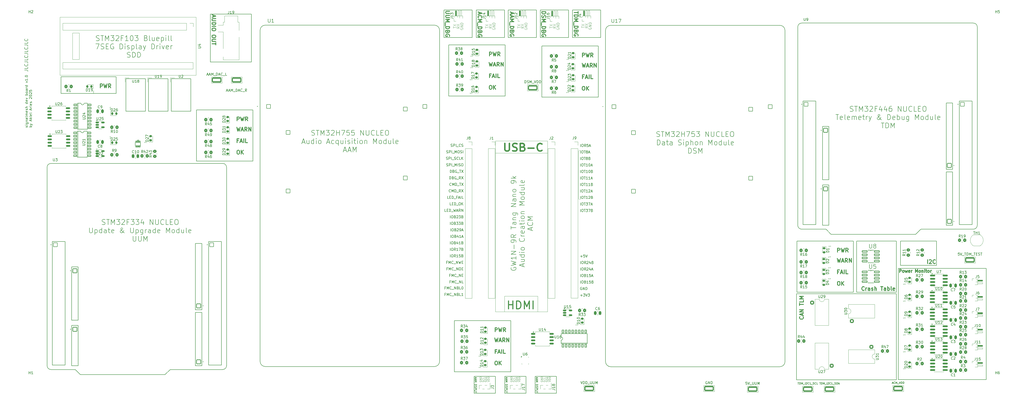
<source format=gbr>
%TF.GenerationSoftware,KiCad,Pcbnew,9.0.2+dfsg-1*%
%TF.CreationDate,2025-06-27T22:52:18-07:00*%
%TF.ProjectId,signalmesh,7369676e-616c-46d6-9573-682e6b696361,rev?*%
%TF.SameCoordinates,Original*%
%TF.FileFunction,Legend,Top*%
%TF.FilePolarity,Positive*%
%FSLAX46Y46*%
G04 Gerber Fmt 4.6, Leading zero omitted, Abs format (unit mm)*
G04 Created by KiCad (PCBNEW 9.0.2+dfsg-1) date 2025-06-27 22:52:18*
%MOMM*%
%LPD*%
G01*
G04 APERTURE LIST*
G04 Aperture macros list*
%AMRoundRect*
0 Rectangle with rounded corners*
0 $1 Rounding radius*
0 $2 $3 $4 $5 $6 $7 $8 $9 X,Y pos of 4 corners*
0 Add a 4 corners polygon primitive as box body*
4,1,4,$2,$3,$4,$5,$6,$7,$8,$9,$2,$3,0*
0 Add four circle primitives for the rounded corners*
1,1,$1+$1,$2,$3*
1,1,$1+$1,$4,$5*
1,1,$1+$1,$6,$7*
1,1,$1+$1,$8,$9*
0 Add four rect primitives between the rounded corners*
20,1,$1+$1,$2,$3,$4,$5,0*
20,1,$1+$1,$4,$5,$6,$7,0*
20,1,$1+$1,$6,$7,$8,$9,0*
20,1,$1+$1,$8,$9,$2,$3,0*%
G04 Aperture macros list end*
%ADD10C,0.300000*%
%ADD11C,0.200000*%
%ADD12C,0.100000*%
%ADD13C,0.600000*%
%ADD14C,0.150000*%
%ADD15C,0.158750*%
%ADD16C,0.400000*%
%ADD17C,0.048000*%
%ADD18C,0.120000*%
%ADD19C,0.127000*%
%ADD20C,0.152400*%
%ADD21C,0.050800*%
%ADD22RoundRect,0.250000X-1.650000X-0.750000X1.650000X-0.750000X1.650000X0.750000X-1.650000X0.750000X0*%
%ADD23RoundRect,0.218750X0.256250X-0.218750X0.256250X0.218750X-0.256250X0.218750X-0.256250X-0.218750X0*%
%ADD24RoundRect,0.250000X0.350000X0.450000X-0.350000X0.450000X-0.350000X-0.450000X0.350000X-0.450000X0*%
%ADD25C,3.200000*%
%ADD26RoundRect,0.102000X-0.754000X-0.754000X0.754000X-0.754000X0.754000X0.754000X-0.754000X0.754000X0*%
%ADD27C,1.712000*%
%ADD28C,3.000000*%
%ADD29RoundRect,0.102000X-0.802500X-0.802500X0.802500X-0.802500X0.802500X0.802500X-0.802500X0.802500X0*%
%ADD30C,1.809000*%
%ADD31RoundRect,0.102000X-0.765000X-0.765000X0.765000X-0.765000X0.765000X0.765000X-0.765000X0.765000X0*%
%ADD32C,1.734000*%
%ADD33R,1.700000X1.700000*%
%ADD34C,1.700000*%
%ADD35R,2.800000X2.200000*%
%ADD36R,2.800000X2.800000*%
%ADD37R,0.850000X0.850000*%
%ADD38C,0.850000*%
%ADD39R,1.600000X1.600000*%
%ADD40C,1.600000*%
%ADD41RoundRect,0.250000X-0.350000X-0.450000X0.350000X-0.450000X0.350000X0.450000X-0.350000X0.450000X0*%
%ADD42RoundRect,0.250000X0.250000X0.475000X-0.250000X0.475000X-0.250000X-0.475000X0.250000X-0.475000X0*%
%ADD43RoundRect,0.250000X0.450000X-0.350000X0.450000X0.350000X-0.450000X0.350000X-0.450000X-0.350000X0*%
%ADD44RoundRect,0.250000X0.550000X0.550000X-0.550000X0.550000X-0.550000X-0.550000X0.550000X-0.550000X0*%
%ADD45RoundRect,0.218750X-0.256250X0.218750X-0.256250X-0.218750X0.256250X-0.218750X0.256250X0.218750X0*%
%ADD46RoundRect,0.218750X-0.218750X-0.256250X0.218750X-0.256250X0.218750X0.256250X-0.218750X0.256250X0*%
%ADD47R,0.600000X1.750000*%
%ADD48R,0.350000X0.500000*%
%ADD49RoundRect,0.250000X-0.250000X-0.475000X0.250000X-0.475000X0.250000X0.475000X-0.250000X0.475000X0*%
%ADD50RoundRect,0.150000X-0.825000X-0.150000X0.825000X-0.150000X0.825000X0.150000X-0.825000X0.150000X0*%
%ADD51RoundRect,0.150000X-0.512500X-0.150000X0.512500X-0.150000X0.512500X0.150000X-0.512500X0.150000X0*%
%ADD52RoundRect,0.218750X0.218750X0.256250X-0.218750X0.256250X-0.218750X-0.256250X0.218750X-0.256250X0*%
%ADD53RoundRect,0.162500X-0.650000X-0.162500X0.650000X-0.162500X0.650000X0.162500X-0.650000X0.162500X0*%
%ADD54RoundRect,0.250000X-0.550000X-0.550000X0.550000X-0.550000X0.550000X0.550000X-0.550000X0.550000X0*%
%ADD55RoundRect,0.102000X-0.300000X-0.600000X0.300000X-0.600000X0.300000X0.600000X-0.300000X0.600000X0*%
%ADD56RoundRect,0.250000X-0.550000X0.550000X-0.550000X-0.550000X0.550000X-0.550000X0.550000X0.550000X0*%
%ADD57RoundRect,0.102000X-0.990600X-0.279400X0.990600X-0.279400X0.990600X0.279400X-0.990600X0.279400X0*%
%ADD58RoundRect,0.102000X-0.600000X0.300000X-0.600000X-0.300000X0.600000X-0.300000X0.600000X0.300000X0*%
%ADD59RoundRect,0.250000X0.550000X-0.550000X0.550000X0.550000X-0.550000X0.550000X-0.550000X-0.550000X0*%
%ADD60RoundRect,0.102000X-0.200000X-0.250000X0.200000X-0.250000X0.200000X0.250000X-0.200000X0.250000X0*%
G04 APERTURE END LIST*
D10*
X269746475Y-104938328D02*
X270032189Y-104938328D01*
X270032189Y-104938328D02*
X270175046Y-105009757D01*
X270175046Y-105009757D02*
X270317903Y-105152614D01*
X270317903Y-105152614D02*
X270389332Y-105438328D01*
X270389332Y-105438328D02*
X270389332Y-105938328D01*
X270389332Y-105938328D02*
X270317903Y-106224042D01*
X270317903Y-106224042D02*
X270175046Y-106366900D01*
X270175046Y-106366900D02*
X270032189Y-106438328D01*
X270032189Y-106438328D02*
X269746475Y-106438328D01*
X269746475Y-106438328D02*
X269603618Y-106366900D01*
X269603618Y-106366900D02*
X269460760Y-106224042D01*
X269460760Y-106224042D02*
X269389332Y-105938328D01*
X269389332Y-105938328D02*
X269389332Y-105438328D01*
X269389332Y-105438328D02*
X269460760Y-105152614D01*
X269460760Y-105152614D02*
X269603618Y-105009757D01*
X269603618Y-105009757D02*
X269746475Y-104938328D01*
X271032189Y-106438328D02*
X271032189Y-104938328D01*
X271889332Y-106438328D02*
X271246475Y-105581185D01*
X271889332Y-104938328D02*
X271032189Y-105795471D01*
X269460760Y-93438328D02*
X269460760Y-91938328D01*
X269460760Y-91938328D02*
X270032189Y-91938328D01*
X270032189Y-91938328D02*
X270175046Y-92009757D01*
X270175046Y-92009757D02*
X270246475Y-92081185D01*
X270246475Y-92081185D02*
X270317903Y-92224042D01*
X270317903Y-92224042D02*
X270317903Y-92438328D01*
X270317903Y-92438328D02*
X270246475Y-92581185D01*
X270246475Y-92581185D02*
X270175046Y-92652614D01*
X270175046Y-92652614D02*
X270032189Y-92724042D01*
X270032189Y-92724042D02*
X269460760Y-92724042D01*
X270817903Y-91938328D02*
X271175046Y-93438328D01*
X271175046Y-93438328D02*
X271460760Y-92366900D01*
X271460760Y-92366900D02*
X271746475Y-93438328D01*
X271746475Y-93438328D02*
X272103618Y-91938328D01*
X273532189Y-93438328D02*
X273032189Y-92724042D01*
X272675046Y-93438328D02*
X272675046Y-91938328D01*
X272675046Y-91938328D02*
X273246475Y-91938328D01*
X273246475Y-91938328D02*
X273389332Y-92009757D01*
X273389332Y-92009757D02*
X273460761Y-92081185D01*
X273460761Y-92081185D02*
X273532189Y-92224042D01*
X273532189Y-92224042D02*
X273532189Y-92438328D01*
X273532189Y-92438328D02*
X273460761Y-92581185D01*
X273460761Y-92581185D02*
X273389332Y-92652614D01*
X273389332Y-92652614D02*
X273246475Y-92724042D01*
X273246475Y-92724042D02*
X272675046Y-92724042D01*
X269960760Y-101152614D02*
X269460760Y-101152614D01*
X269460760Y-101938328D02*
X269460760Y-100438328D01*
X269460760Y-100438328D02*
X270175046Y-100438328D01*
X270675046Y-101509757D02*
X271389332Y-101509757D01*
X270532189Y-101938328D02*
X271032189Y-100438328D01*
X271032189Y-100438328D02*
X271532189Y-101938328D01*
X272032188Y-101938328D02*
X272032188Y-100438328D01*
X273460760Y-101938328D02*
X272746474Y-101938328D01*
X272746474Y-101938328D02*
X272746474Y-100438328D01*
D11*
X253606250Y-89137500D02*
X275606250Y-89137500D01*
X275606250Y-109137500D01*
X253606250Y-109137500D01*
X253606250Y-89137500D01*
D10*
X269317903Y-95938328D02*
X269675046Y-97438328D01*
X269675046Y-97438328D02*
X269960760Y-96366900D01*
X269960760Y-96366900D02*
X270246475Y-97438328D01*
X270246475Y-97438328D02*
X270603618Y-95938328D01*
X271103618Y-97009757D02*
X271817904Y-97009757D01*
X270960761Y-97438328D02*
X271460761Y-95938328D01*
X271460761Y-95938328D02*
X271960761Y-97438328D01*
X273317903Y-97438328D02*
X272817903Y-96724042D01*
X272460760Y-97438328D02*
X272460760Y-95938328D01*
X272460760Y-95938328D02*
X273032189Y-95938328D01*
X273032189Y-95938328D02*
X273175046Y-96009757D01*
X273175046Y-96009757D02*
X273246475Y-96081185D01*
X273246475Y-96081185D02*
X273317903Y-96224042D01*
X273317903Y-96224042D02*
X273317903Y-96438328D01*
X273317903Y-96438328D02*
X273246475Y-96581185D01*
X273246475Y-96581185D02*
X273175046Y-96652614D01*
X273175046Y-96652614D02*
X273032189Y-96724042D01*
X273032189Y-96724042D02*
X272460760Y-96724042D01*
X273960760Y-97438328D02*
X273960760Y-95938328D01*
X273960760Y-95938328D02*
X274817903Y-97438328D01*
X274817903Y-97438328D02*
X274817903Y-95938328D01*
D11*
X528200000Y-140400000D02*
X542200000Y-140400000D01*
X542200000Y-149900000D01*
X528200000Y-149900000D01*
X528200000Y-140400000D01*
X354210000Y-171480000D02*
X376210000Y-171480000D01*
X376210000Y-191480000D01*
X354210000Y-191480000D01*
X354210000Y-171480000D01*
D12*
X402982500Y-124025000D02*
X403300000Y-124025000D01*
D11*
X375200000Y-50125000D02*
X386200000Y-50125000D01*
X386200000Y-60894873D01*
X375200000Y-60894873D01*
X375200000Y-50125000D01*
X511100000Y-140400000D02*
X526600000Y-140400000D01*
X526600000Y-160400000D01*
X511100000Y-160400000D01*
X511100000Y-140400000D01*
X361850000Y-193230127D02*
X370150000Y-193230127D01*
X370150000Y-199800000D01*
X361850000Y-199800000D01*
X361850000Y-193230127D01*
D12*
X402982500Y-104975000D02*
X403300000Y-104975000D01*
D11*
X373850000Y-193230127D02*
X382150000Y-193230127D01*
X382150000Y-199800000D01*
X373850000Y-199800000D01*
X373850000Y-193230127D01*
X259000000Y-51730127D02*
X275000000Y-51730127D01*
X275000000Y-70500000D01*
X259000000Y-70500000D01*
X259000000Y-51730127D01*
D12*
X370200000Y-101305000D02*
X390520000Y-101305000D01*
X390520000Y-167980000D01*
X370200000Y-167980000D01*
X370200000Y-101305000D01*
D11*
X400200000Y-50155127D02*
X411200000Y-50155127D01*
X411200000Y-60925000D01*
X400200000Y-60925000D01*
X400200000Y-50155127D01*
X527330000Y-151055000D02*
X561580000Y-151055000D01*
X561580000Y-194505000D01*
X527330000Y-194505000D01*
X527330000Y-151055000D01*
X350150000Y-50140064D02*
X361150000Y-50140064D01*
X361150000Y-60909937D01*
X350150000Y-60909937D01*
X350150000Y-50140064D01*
X362700000Y-50125000D02*
X373700000Y-50125000D01*
X373700000Y-60894873D01*
X362700000Y-60894873D01*
X362700000Y-50125000D01*
X387700000Y-50125000D02*
X398700000Y-50125000D01*
X398700000Y-60894873D01*
X387700000Y-60894873D01*
X387700000Y-50125000D01*
X200750000Y-76250000D02*
X222250000Y-76250000D01*
X222250000Y-82750000D01*
X200750000Y-82750000D01*
X200750000Y-76250000D01*
X385700000Y-193230127D02*
X394000000Y-193230127D01*
X394000000Y-199800000D01*
X385700000Y-199800000D01*
X385700000Y-193230127D01*
X388300000Y-64200000D02*
X410300000Y-64200000D01*
X410300000Y-84200000D01*
X388300000Y-84200000D01*
X388300000Y-64200000D01*
D12*
X402600000Y-104975000D02*
X402600000Y-124025000D01*
D11*
X352000000Y-63800000D02*
X374000000Y-63800000D01*
X374000000Y-83800000D01*
X352000000Y-83800000D01*
X352000000Y-63800000D01*
X487800000Y-140400000D02*
X509800000Y-140400000D01*
X509800000Y-160400000D01*
X487800000Y-160400000D01*
X487800000Y-140400000D01*
D12*
X370201459Y-101305980D02*
X390521459Y-101305980D01*
X390521459Y-106068480D01*
X370201459Y-106068480D01*
X370201459Y-101305980D01*
X373693959Y-161948480D02*
X386711459Y-161948480D01*
X386711459Y-167980980D01*
X373693959Y-167980980D01*
X373693959Y-161948480D01*
D11*
X487600000Y-161000000D02*
X526600000Y-161000000D01*
X526600000Y-194600000D01*
X487600000Y-194600000D01*
X487600000Y-161000000D01*
X433106000Y-99525586D02*
X433394000Y-99621586D01*
X433394000Y-99621586D02*
X433874000Y-99621586D01*
X433874000Y-99621586D02*
X434066000Y-99525586D01*
X434066000Y-99525586D02*
X434162000Y-99429586D01*
X434162000Y-99429586D02*
X434258000Y-99237586D01*
X434258000Y-99237586D02*
X434258000Y-99045586D01*
X434258000Y-99045586D02*
X434162000Y-98853586D01*
X434162000Y-98853586D02*
X434066000Y-98757586D01*
X434066000Y-98757586D02*
X433874000Y-98661586D01*
X433874000Y-98661586D02*
X433490000Y-98565586D01*
X433490000Y-98565586D02*
X433298000Y-98469586D01*
X433298000Y-98469586D02*
X433202000Y-98373586D01*
X433202000Y-98373586D02*
X433106000Y-98181586D01*
X433106000Y-98181586D02*
X433106000Y-97989586D01*
X433106000Y-97989586D02*
X433202000Y-97797586D01*
X433202000Y-97797586D02*
X433298000Y-97701586D01*
X433298000Y-97701586D02*
X433490000Y-97605586D01*
X433490000Y-97605586D02*
X433970000Y-97605586D01*
X433970000Y-97605586D02*
X434258000Y-97701586D01*
X434834000Y-97605586D02*
X435986000Y-97605586D01*
X435410000Y-99621586D02*
X435410000Y-97605586D01*
X436658000Y-99621586D02*
X436658000Y-97605586D01*
X436658000Y-97605586D02*
X437330000Y-99045586D01*
X437330000Y-99045586D02*
X438002000Y-97605586D01*
X438002000Y-97605586D02*
X438002000Y-99621586D01*
X438770000Y-97605586D02*
X440018000Y-97605586D01*
X440018000Y-97605586D02*
X439346000Y-98373586D01*
X439346000Y-98373586D02*
X439634000Y-98373586D01*
X439634000Y-98373586D02*
X439826000Y-98469586D01*
X439826000Y-98469586D02*
X439922000Y-98565586D01*
X439922000Y-98565586D02*
X440018000Y-98757586D01*
X440018000Y-98757586D02*
X440018000Y-99237586D01*
X440018000Y-99237586D02*
X439922000Y-99429586D01*
X439922000Y-99429586D02*
X439826000Y-99525586D01*
X439826000Y-99525586D02*
X439634000Y-99621586D01*
X439634000Y-99621586D02*
X439058000Y-99621586D01*
X439058000Y-99621586D02*
X438866000Y-99525586D01*
X438866000Y-99525586D02*
X438770000Y-99429586D01*
X440786000Y-97797586D02*
X440882000Y-97701586D01*
X440882000Y-97701586D02*
X441074000Y-97605586D01*
X441074000Y-97605586D02*
X441554000Y-97605586D01*
X441554000Y-97605586D02*
X441746000Y-97701586D01*
X441746000Y-97701586D02*
X441842000Y-97797586D01*
X441842000Y-97797586D02*
X441938000Y-97989586D01*
X441938000Y-97989586D02*
X441938000Y-98181586D01*
X441938000Y-98181586D02*
X441842000Y-98469586D01*
X441842000Y-98469586D02*
X440690000Y-99621586D01*
X440690000Y-99621586D02*
X441938000Y-99621586D01*
X442802000Y-99621586D02*
X442802000Y-97605586D01*
X442802000Y-98565586D02*
X443954000Y-98565586D01*
X443954000Y-99621586D02*
X443954000Y-97605586D01*
X444722000Y-97605586D02*
X446066000Y-97605586D01*
X446066000Y-97605586D02*
X445202000Y-99621586D01*
X447794000Y-97605586D02*
X446834000Y-97605586D01*
X446834000Y-97605586D02*
X446738000Y-98565586D01*
X446738000Y-98565586D02*
X446834000Y-98469586D01*
X446834000Y-98469586D02*
X447026000Y-98373586D01*
X447026000Y-98373586D02*
X447506000Y-98373586D01*
X447506000Y-98373586D02*
X447698000Y-98469586D01*
X447698000Y-98469586D02*
X447794000Y-98565586D01*
X447794000Y-98565586D02*
X447890000Y-98757586D01*
X447890000Y-98757586D02*
X447890000Y-99237586D01*
X447890000Y-99237586D02*
X447794000Y-99429586D01*
X447794000Y-99429586D02*
X447698000Y-99525586D01*
X447698000Y-99525586D02*
X447506000Y-99621586D01*
X447506000Y-99621586D02*
X447026000Y-99621586D01*
X447026000Y-99621586D02*
X446834000Y-99525586D01*
X446834000Y-99525586D02*
X446738000Y-99429586D01*
X448562000Y-97605586D02*
X449810000Y-97605586D01*
X449810000Y-97605586D02*
X449138000Y-98373586D01*
X449138000Y-98373586D02*
X449426000Y-98373586D01*
X449426000Y-98373586D02*
X449618000Y-98469586D01*
X449618000Y-98469586D02*
X449714000Y-98565586D01*
X449714000Y-98565586D02*
X449810000Y-98757586D01*
X449810000Y-98757586D02*
X449810000Y-99237586D01*
X449810000Y-99237586D02*
X449714000Y-99429586D01*
X449714000Y-99429586D02*
X449618000Y-99525586D01*
X449618000Y-99525586D02*
X449426000Y-99621586D01*
X449426000Y-99621586D02*
X448850000Y-99621586D01*
X448850000Y-99621586D02*
X448658000Y-99525586D01*
X448658000Y-99525586D02*
X448562000Y-99429586D01*
X452210000Y-99621586D02*
X452210000Y-97605586D01*
X452210000Y-97605586D02*
X453362000Y-99621586D01*
X453362000Y-99621586D02*
X453362000Y-97605586D01*
X454322000Y-97605586D02*
X454322000Y-99237586D01*
X454322000Y-99237586D02*
X454418000Y-99429586D01*
X454418000Y-99429586D02*
X454514000Y-99525586D01*
X454514000Y-99525586D02*
X454706000Y-99621586D01*
X454706000Y-99621586D02*
X455090000Y-99621586D01*
X455090000Y-99621586D02*
X455282000Y-99525586D01*
X455282000Y-99525586D02*
X455378000Y-99429586D01*
X455378000Y-99429586D02*
X455474000Y-99237586D01*
X455474000Y-99237586D02*
X455474000Y-97605586D01*
X457586000Y-99429586D02*
X457490000Y-99525586D01*
X457490000Y-99525586D02*
X457202000Y-99621586D01*
X457202000Y-99621586D02*
X457010000Y-99621586D01*
X457010000Y-99621586D02*
X456722000Y-99525586D01*
X456722000Y-99525586D02*
X456530000Y-99333586D01*
X456530000Y-99333586D02*
X456434000Y-99141586D01*
X456434000Y-99141586D02*
X456338000Y-98757586D01*
X456338000Y-98757586D02*
X456338000Y-98469586D01*
X456338000Y-98469586D02*
X456434000Y-98085586D01*
X456434000Y-98085586D02*
X456530000Y-97893586D01*
X456530000Y-97893586D02*
X456722000Y-97701586D01*
X456722000Y-97701586D02*
X457010000Y-97605586D01*
X457010000Y-97605586D02*
X457202000Y-97605586D01*
X457202000Y-97605586D02*
X457490000Y-97701586D01*
X457490000Y-97701586D02*
X457586000Y-97797586D01*
X459410000Y-99621586D02*
X458450000Y-99621586D01*
X458450000Y-99621586D02*
X458450000Y-97605586D01*
X460082000Y-98565586D02*
X460754000Y-98565586D01*
X461042000Y-99621586D02*
X460082000Y-99621586D01*
X460082000Y-99621586D02*
X460082000Y-97605586D01*
X460082000Y-97605586D02*
X461042000Y-97605586D01*
X462290000Y-97605586D02*
X462674000Y-97605586D01*
X462674000Y-97605586D02*
X462866000Y-97701586D01*
X462866000Y-97701586D02*
X463058000Y-97893586D01*
X463058000Y-97893586D02*
X463154000Y-98277586D01*
X463154000Y-98277586D02*
X463154000Y-98949586D01*
X463154000Y-98949586D02*
X463058000Y-99333586D01*
X463058000Y-99333586D02*
X462866000Y-99525586D01*
X462866000Y-99525586D02*
X462674000Y-99621586D01*
X462674000Y-99621586D02*
X462290000Y-99621586D01*
X462290000Y-99621586D02*
X462098000Y-99525586D01*
X462098000Y-99525586D02*
X461906000Y-99333586D01*
X461906000Y-99333586D02*
X461810000Y-98949586D01*
X461810000Y-98949586D02*
X461810000Y-98277586D01*
X461810000Y-98277586D02*
X461906000Y-97893586D01*
X461906000Y-97893586D02*
X462098000Y-97701586D01*
X462098000Y-97701586D02*
X462290000Y-97605586D01*
X433298000Y-102867233D02*
X433298000Y-100851233D01*
X433298000Y-100851233D02*
X433778000Y-100851233D01*
X433778000Y-100851233D02*
X434066000Y-100947233D01*
X434066000Y-100947233D02*
X434258000Y-101139233D01*
X434258000Y-101139233D02*
X434354000Y-101331233D01*
X434354000Y-101331233D02*
X434450000Y-101715233D01*
X434450000Y-101715233D02*
X434450000Y-102003233D01*
X434450000Y-102003233D02*
X434354000Y-102387233D01*
X434354000Y-102387233D02*
X434258000Y-102579233D01*
X434258000Y-102579233D02*
X434066000Y-102771233D01*
X434066000Y-102771233D02*
X433778000Y-102867233D01*
X433778000Y-102867233D02*
X433298000Y-102867233D01*
X436178000Y-102867233D02*
X436178000Y-101811233D01*
X436178000Y-101811233D02*
X436082000Y-101619233D01*
X436082000Y-101619233D02*
X435890000Y-101523233D01*
X435890000Y-101523233D02*
X435506000Y-101523233D01*
X435506000Y-101523233D02*
X435314000Y-101619233D01*
X436178000Y-102771233D02*
X435986000Y-102867233D01*
X435986000Y-102867233D02*
X435506000Y-102867233D01*
X435506000Y-102867233D02*
X435314000Y-102771233D01*
X435314000Y-102771233D02*
X435218000Y-102579233D01*
X435218000Y-102579233D02*
X435218000Y-102387233D01*
X435218000Y-102387233D02*
X435314000Y-102195233D01*
X435314000Y-102195233D02*
X435506000Y-102099233D01*
X435506000Y-102099233D02*
X435986000Y-102099233D01*
X435986000Y-102099233D02*
X436178000Y-102003233D01*
X436850000Y-101523233D02*
X437618000Y-101523233D01*
X437138000Y-100851233D02*
X437138000Y-102579233D01*
X437138000Y-102579233D02*
X437234000Y-102771233D01*
X437234000Y-102771233D02*
X437426000Y-102867233D01*
X437426000Y-102867233D02*
X437618000Y-102867233D01*
X439154000Y-102867233D02*
X439154000Y-101811233D01*
X439154000Y-101811233D02*
X439058000Y-101619233D01*
X439058000Y-101619233D02*
X438866000Y-101523233D01*
X438866000Y-101523233D02*
X438482000Y-101523233D01*
X438482000Y-101523233D02*
X438290000Y-101619233D01*
X439154000Y-102771233D02*
X438962000Y-102867233D01*
X438962000Y-102867233D02*
X438482000Y-102867233D01*
X438482000Y-102867233D02*
X438290000Y-102771233D01*
X438290000Y-102771233D02*
X438194000Y-102579233D01*
X438194000Y-102579233D02*
X438194000Y-102387233D01*
X438194000Y-102387233D02*
X438290000Y-102195233D01*
X438290000Y-102195233D02*
X438482000Y-102099233D01*
X438482000Y-102099233D02*
X438962000Y-102099233D01*
X438962000Y-102099233D02*
X439154000Y-102003233D01*
X441554000Y-102771233D02*
X441842000Y-102867233D01*
X441842000Y-102867233D02*
X442322000Y-102867233D01*
X442322000Y-102867233D02*
X442514000Y-102771233D01*
X442514000Y-102771233D02*
X442610000Y-102675233D01*
X442610000Y-102675233D02*
X442706000Y-102483233D01*
X442706000Y-102483233D02*
X442706000Y-102291233D01*
X442706000Y-102291233D02*
X442610000Y-102099233D01*
X442610000Y-102099233D02*
X442514000Y-102003233D01*
X442514000Y-102003233D02*
X442322000Y-101907233D01*
X442322000Y-101907233D02*
X441938000Y-101811233D01*
X441938000Y-101811233D02*
X441746000Y-101715233D01*
X441746000Y-101715233D02*
X441650000Y-101619233D01*
X441650000Y-101619233D02*
X441554000Y-101427233D01*
X441554000Y-101427233D02*
X441554000Y-101235233D01*
X441554000Y-101235233D02*
X441650000Y-101043233D01*
X441650000Y-101043233D02*
X441746000Y-100947233D01*
X441746000Y-100947233D02*
X441938000Y-100851233D01*
X441938000Y-100851233D02*
X442418000Y-100851233D01*
X442418000Y-100851233D02*
X442706000Y-100947233D01*
X443570000Y-102867233D02*
X443570000Y-101523233D01*
X443570000Y-100851233D02*
X443474000Y-100947233D01*
X443474000Y-100947233D02*
X443570000Y-101043233D01*
X443570000Y-101043233D02*
X443666000Y-100947233D01*
X443666000Y-100947233D02*
X443570000Y-100851233D01*
X443570000Y-100851233D02*
X443570000Y-101043233D01*
X444530000Y-101523233D02*
X444530000Y-103539233D01*
X444530000Y-101619233D02*
X444722000Y-101523233D01*
X444722000Y-101523233D02*
X445106000Y-101523233D01*
X445106000Y-101523233D02*
X445298000Y-101619233D01*
X445298000Y-101619233D02*
X445394000Y-101715233D01*
X445394000Y-101715233D02*
X445490000Y-101907233D01*
X445490000Y-101907233D02*
X445490000Y-102483233D01*
X445490000Y-102483233D02*
X445394000Y-102675233D01*
X445394000Y-102675233D02*
X445298000Y-102771233D01*
X445298000Y-102771233D02*
X445106000Y-102867233D01*
X445106000Y-102867233D02*
X444722000Y-102867233D01*
X444722000Y-102867233D02*
X444530000Y-102771233D01*
X446354000Y-102867233D02*
X446354000Y-100851233D01*
X447218000Y-102867233D02*
X447218000Y-101811233D01*
X447218000Y-101811233D02*
X447122000Y-101619233D01*
X447122000Y-101619233D02*
X446930000Y-101523233D01*
X446930000Y-101523233D02*
X446642000Y-101523233D01*
X446642000Y-101523233D02*
X446450000Y-101619233D01*
X446450000Y-101619233D02*
X446354000Y-101715233D01*
X448466000Y-102867233D02*
X448274000Y-102771233D01*
X448274000Y-102771233D02*
X448178000Y-102675233D01*
X448178000Y-102675233D02*
X448082000Y-102483233D01*
X448082000Y-102483233D02*
X448082000Y-101907233D01*
X448082000Y-101907233D02*
X448178000Y-101715233D01*
X448178000Y-101715233D02*
X448274000Y-101619233D01*
X448274000Y-101619233D02*
X448466000Y-101523233D01*
X448466000Y-101523233D02*
X448754000Y-101523233D01*
X448754000Y-101523233D02*
X448946000Y-101619233D01*
X448946000Y-101619233D02*
X449042000Y-101715233D01*
X449042000Y-101715233D02*
X449138000Y-101907233D01*
X449138000Y-101907233D02*
X449138000Y-102483233D01*
X449138000Y-102483233D02*
X449042000Y-102675233D01*
X449042000Y-102675233D02*
X448946000Y-102771233D01*
X448946000Y-102771233D02*
X448754000Y-102867233D01*
X448754000Y-102867233D02*
X448466000Y-102867233D01*
X450002000Y-101523233D02*
X450002000Y-102867233D01*
X450002000Y-101715233D02*
X450098000Y-101619233D01*
X450098000Y-101619233D02*
X450290000Y-101523233D01*
X450290000Y-101523233D02*
X450578000Y-101523233D01*
X450578000Y-101523233D02*
X450770000Y-101619233D01*
X450770000Y-101619233D02*
X450866000Y-101811233D01*
X450866000Y-101811233D02*
X450866000Y-102867233D01*
X453362000Y-102867233D02*
X453362000Y-100851233D01*
X453362000Y-100851233D02*
X454034000Y-102291233D01*
X454034000Y-102291233D02*
X454706000Y-100851233D01*
X454706000Y-100851233D02*
X454706000Y-102867233D01*
X455954000Y-102867233D02*
X455762000Y-102771233D01*
X455762000Y-102771233D02*
X455666000Y-102675233D01*
X455666000Y-102675233D02*
X455570000Y-102483233D01*
X455570000Y-102483233D02*
X455570000Y-101907233D01*
X455570000Y-101907233D02*
X455666000Y-101715233D01*
X455666000Y-101715233D02*
X455762000Y-101619233D01*
X455762000Y-101619233D02*
X455954000Y-101523233D01*
X455954000Y-101523233D02*
X456242000Y-101523233D01*
X456242000Y-101523233D02*
X456434000Y-101619233D01*
X456434000Y-101619233D02*
X456530000Y-101715233D01*
X456530000Y-101715233D02*
X456626000Y-101907233D01*
X456626000Y-101907233D02*
X456626000Y-102483233D01*
X456626000Y-102483233D02*
X456530000Y-102675233D01*
X456530000Y-102675233D02*
X456434000Y-102771233D01*
X456434000Y-102771233D02*
X456242000Y-102867233D01*
X456242000Y-102867233D02*
X455954000Y-102867233D01*
X458354000Y-102867233D02*
X458354000Y-100851233D01*
X458354000Y-102771233D02*
X458162000Y-102867233D01*
X458162000Y-102867233D02*
X457778000Y-102867233D01*
X457778000Y-102867233D02*
X457586000Y-102771233D01*
X457586000Y-102771233D02*
X457490000Y-102675233D01*
X457490000Y-102675233D02*
X457394000Y-102483233D01*
X457394000Y-102483233D02*
X457394000Y-101907233D01*
X457394000Y-101907233D02*
X457490000Y-101715233D01*
X457490000Y-101715233D02*
X457586000Y-101619233D01*
X457586000Y-101619233D02*
X457778000Y-101523233D01*
X457778000Y-101523233D02*
X458162000Y-101523233D01*
X458162000Y-101523233D02*
X458354000Y-101619233D01*
X460178000Y-101523233D02*
X460178000Y-102867233D01*
X459314000Y-101523233D02*
X459314000Y-102579233D01*
X459314000Y-102579233D02*
X459410000Y-102771233D01*
X459410000Y-102771233D02*
X459602000Y-102867233D01*
X459602000Y-102867233D02*
X459890000Y-102867233D01*
X459890000Y-102867233D02*
X460082000Y-102771233D01*
X460082000Y-102771233D02*
X460178000Y-102675233D01*
X461426000Y-102867233D02*
X461234000Y-102771233D01*
X461234000Y-102771233D02*
X461138000Y-102579233D01*
X461138000Y-102579233D02*
X461138000Y-100851233D01*
X462962000Y-102771233D02*
X462770000Y-102867233D01*
X462770000Y-102867233D02*
X462386000Y-102867233D01*
X462386000Y-102867233D02*
X462194000Y-102771233D01*
X462194000Y-102771233D02*
X462098000Y-102579233D01*
X462098000Y-102579233D02*
X462098000Y-101811233D01*
X462098000Y-101811233D02*
X462194000Y-101619233D01*
X462194000Y-101619233D02*
X462386000Y-101523233D01*
X462386000Y-101523233D02*
X462770000Y-101523233D01*
X462770000Y-101523233D02*
X462962000Y-101619233D01*
X462962000Y-101619233D02*
X463058000Y-101811233D01*
X463058000Y-101811233D02*
X463058000Y-102003233D01*
X463058000Y-102003233D02*
X462098000Y-102195233D01*
X445490000Y-106112880D02*
X445490000Y-104096880D01*
X445490000Y-104096880D02*
X445970000Y-104096880D01*
X445970000Y-104096880D02*
X446258000Y-104192880D01*
X446258000Y-104192880D02*
X446450000Y-104384880D01*
X446450000Y-104384880D02*
X446546000Y-104576880D01*
X446546000Y-104576880D02*
X446642000Y-104960880D01*
X446642000Y-104960880D02*
X446642000Y-105248880D01*
X446642000Y-105248880D02*
X446546000Y-105632880D01*
X446546000Y-105632880D02*
X446450000Y-105824880D01*
X446450000Y-105824880D02*
X446258000Y-106016880D01*
X446258000Y-106016880D02*
X445970000Y-106112880D01*
X445970000Y-106112880D02*
X445490000Y-106112880D01*
X447410000Y-106016880D02*
X447698000Y-106112880D01*
X447698000Y-106112880D02*
X448178000Y-106112880D01*
X448178000Y-106112880D02*
X448370000Y-106016880D01*
X448370000Y-106016880D02*
X448466000Y-105920880D01*
X448466000Y-105920880D02*
X448562000Y-105728880D01*
X448562000Y-105728880D02*
X448562000Y-105536880D01*
X448562000Y-105536880D02*
X448466000Y-105344880D01*
X448466000Y-105344880D02*
X448370000Y-105248880D01*
X448370000Y-105248880D02*
X448178000Y-105152880D01*
X448178000Y-105152880D02*
X447794000Y-105056880D01*
X447794000Y-105056880D02*
X447602000Y-104960880D01*
X447602000Y-104960880D02*
X447506000Y-104864880D01*
X447506000Y-104864880D02*
X447410000Y-104672880D01*
X447410000Y-104672880D02*
X447410000Y-104480880D01*
X447410000Y-104480880D02*
X447506000Y-104288880D01*
X447506000Y-104288880D02*
X447602000Y-104192880D01*
X447602000Y-104192880D02*
X447794000Y-104096880D01*
X447794000Y-104096880D02*
X448274000Y-104096880D01*
X448274000Y-104096880D02*
X448562000Y-104192880D01*
X449426000Y-106112880D02*
X449426000Y-104096880D01*
X449426000Y-104096880D02*
X450098000Y-105536880D01*
X450098000Y-105536880D02*
X450770000Y-104096880D01*
X450770000Y-104096880D02*
X450770000Y-106112880D01*
D12*
X365817300Y-195391353D02*
X365853014Y-195284211D01*
X365853014Y-195284211D02*
X365853014Y-195105639D01*
X365853014Y-195105639D02*
X365817300Y-195034211D01*
X365817300Y-195034211D02*
X365781585Y-194998496D01*
X365781585Y-194998496D02*
X365710157Y-194962782D01*
X365710157Y-194962782D02*
X365638728Y-194962782D01*
X365638728Y-194962782D02*
X365567300Y-194998496D01*
X365567300Y-194998496D02*
X365531585Y-195034211D01*
X365531585Y-195034211D02*
X365495871Y-195105639D01*
X365495871Y-195105639D02*
X365460157Y-195248496D01*
X365460157Y-195248496D02*
X365424442Y-195319925D01*
X365424442Y-195319925D02*
X365388728Y-195355639D01*
X365388728Y-195355639D02*
X365317300Y-195391353D01*
X365317300Y-195391353D02*
X365245871Y-195391353D01*
X365245871Y-195391353D02*
X365174442Y-195355639D01*
X365174442Y-195355639D02*
X365138728Y-195319925D01*
X365138728Y-195319925D02*
X365103014Y-195248496D01*
X365103014Y-195248496D02*
X365103014Y-195069925D01*
X365103014Y-195069925D02*
X365138728Y-194962782D01*
X365781585Y-194212782D02*
X365817300Y-194248496D01*
X365817300Y-194248496D02*
X365853014Y-194355639D01*
X365853014Y-194355639D02*
X365853014Y-194427067D01*
X365853014Y-194427067D02*
X365817300Y-194534210D01*
X365817300Y-194534210D02*
X365745871Y-194605639D01*
X365745871Y-194605639D02*
X365674442Y-194641353D01*
X365674442Y-194641353D02*
X365531585Y-194677067D01*
X365531585Y-194677067D02*
X365424442Y-194677067D01*
X365424442Y-194677067D02*
X365281585Y-194641353D01*
X365281585Y-194641353D02*
X365210157Y-194605639D01*
X365210157Y-194605639D02*
X365138728Y-194534210D01*
X365138728Y-194534210D02*
X365103014Y-194427067D01*
X365103014Y-194427067D02*
X365103014Y-194355639D01*
X365103014Y-194355639D02*
X365138728Y-194248496D01*
X365138728Y-194248496D02*
X365174442Y-194212782D01*
X365853014Y-193534210D02*
X365853014Y-193891353D01*
X365853014Y-193891353D02*
X365103014Y-193891353D01*
D10*
X216104510Y-80550828D02*
X216104510Y-79050828D01*
X216104510Y-79050828D02*
X216675939Y-79050828D01*
X216675939Y-79050828D02*
X216818796Y-79122257D01*
X216818796Y-79122257D02*
X216890225Y-79193685D01*
X216890225Y-79193685D02*
X216961653Y-79336542D01*
X216961653Y-79336542D02*
X216961653Y-79550828D01*
X216961653Y-79550828D02*
X216890225Y-79693685D01*
X216890225Y-79693685D02*
X216818796Y-79765114D01*
X216818796Y-79765114D02*
X216675939Y-79836542D01*
X216675939Y-79836542D02*
X216104510Y-79836542D01*
X217461653Y-79050828D02*
X217818796Y-80550828D01*
X217818796Y-80550828D02*
X218104510Y-79479400D01*
X218104510Y-79479400D02*
X218390225Y-80550828D01*
X218390225Y-80550828D02*
X218747368Y-79050828D01*
X220175939Y-80550828D02*
X219675939Y-79836542D01*
X219318796Y-80550828D02*
X219318796Y-79050828D01*
X219318796Y-79050828D02*
X219890225Y-79050828D01*
X219890225Y-79050828D02*
X220033082Y-79122257D01*
X220033082Y-79122257D02*
X220104511Y-79193685D01*
X220104511Y-79193685D02*
X220175939Y-79336542D01*
X220175939Y-79336542D02*
X220175939Y-79550828D01*
X220175939Y-79550828D02*
X220104511Y-79693685D01*
X220104511Y-79693685D02*
X220033082Y-79765114D01*
X220033082Y-79765114D02*
X219890225Y-79836542D01*
X219890225Y-79836542D02*
X219318796Y-79836542D01*
X388299171Y-50854510D02*
X389799171Y-50854510D01*
X389799171Y-50854510D02*
X389799171Y-51211653D01*
X389799171Y-51211653D02*
X389727742Y-51425939D01*
X389727742Y-51425939D02*
X389584885Y-51568796D01*
X389584885Y-51568796D02*
X389442028Y-51640225D01*
X389442028Y-51640225D02*
X389156314Y-51711653D01*
X389156314Y-51711653D02*
X388942028Y-51711653D01*
X388942028Y-51711653D02*
X388656314Y-51640225D01*
X388656314Y-51640225D02*
X388513457Y-51568796D01*
X388513457Y-51568796D02*
X388370600Y-51425939D01*
X388370600Y-51425939D02*
X388299171Y-51211653D01*
X388299171Y-51211653D02*
X388299171Y-50854510D01*
X388370600Y-52283082D02*
X388299171Y-52497368D01*
X388299171Y-52497368D02*
X388299171Y-52854510D01*
X388299171Y-52854510D02*
X388370600Y-52997368D01*
X388370600Y-52997368D02*
X388442028Y-53068796D01*
X388442028Y-53068796D02*
X388584885Y-53140225D01*
X388584885Y-53140225D02*
X388727742Y-53140225D01*
X388727742Y-53140225D02*
X388870600Y-53068796D01*
X388870600Y-53068796D02*
X388942028Y-52997368D01*
X388942028Y-52997368D02*
X389013457Y-52854510D01*
X389013457Y-52854510D02*
X389084885Y-52568796D01*
X389084885Y-52568796D02*
X389156314Y-52425939D01*
X389156314Y-52425939D02*
X389227742Y-52354510D01*
X389227742Y-52354510D02*
X389370600Y-52283082D01*
X389370600Y-52283082D02*
X389513457Y-52283082D01*
X389513457Y-52283082D02*
X389656314Y-52354510D01*
X389656314Y-52354510D02*
X389727742Y-52425939D01*
X389727742Y-52425939D02*
X389799171Y-52568796D01*
X389799171Y-52568796D02*
X389799171Y-52925939D01*
X389799171Y-52925939D02*
X389727742Y-53140225D01*
X388299171Y-53783081D02*
X389799171Y-53783081D01*
X389799171Y-53783081D02*
X388727742Y-54283081D01*
X388727742Y-54283081D02*
X389799171Y-54783081D01*
X389799171Y-54783081D02*
X388299171Y-54783081D01*
X388156314Y-55140225D02*
X388156314Y-56283082D01*
X388299171Y-56640224D02*
X389799171Y-56640224D01*
X389799171Y-56640224D02*
X389799171Y-56997367D01*
X389799171Y-56997367D02*
X389727742Y-57211653D01*
X389727742Y-57211653D02*
X389584885Y-57354510D01*
X389584885Y-57354510D02*
X389442028Y-57425939D01*
X389442028Y-57425939D02*
X389156314Y-57497367D01*
X389156314Y-57497367D02*
X388942028Y-57497367D01*
X388942028Y-57497367D02*
X388656314Y-57425939D01*
X388656314Y-57425939D02*
X388513457Y-57354510D01*
X388513457Y-57354510D02*
X388370600Y-57211653D01*
X388370600Y-57211653D02*
X388299171Y-56997367D01*
X388299171Y-56997367D02*
X388299171Y-56640224D01*
X389084885Y-58640224D02*
X389013457Y-58854510D01*
X389013457Y-58854510D02*
X388942028Y-58925939D01*
X388942028Y-58925939D02*
X388799171Y-58997367D01*
X388799171Y-58997367D02*
X388584885Y-58997367D01*
X388584885Y-58997367D02*
X388442028Y-58925939D01*
X388442028Y-58925939D02*
X388370600Y-58854510D01*
X388370600Y-58854510D02*
X388299171Y-58711653D01*
X388299171Y-58711653D02*
X388299171Y-58140224D01*
X388299171Y-58140224D02*
X389799171Y-58140224D01*
X389799171Y-58140224D02*
X389799171Y-58640224D01*
X389799171Y-58640224D02*
X389727742Y-58783082D01*
X389727742Y-58783082D02*
X389656314Y-58854510D01*
X389656314Y-58854510D02*
X389513457Y-58925939D01*
X389513457Y-58925939D02*
X389370600Y-58925939D01*
X389370600Y-58925939D02*
X389227742Y-58854510D01*
X389227742Y-58854510D02*
X389156314Y-58783082D01*
X389156314Y-58783082D02*
X389084885Y-58640224D01*
X389084885Y-58640224D02*
X389084885Y-58140224D01*
X389727742Y-60425939D02*
X389799171Y-60283082D01*
X389799171Y-60283082D02*
X389799171Y-60068796D01*
X389799171Y-60068796D02*
X389727742Y-59854510D01*
X389727742Y-59854510D02*
X389584885Y-59711653D01*
X389584885Y-59711653D02*
X389442028Y-59640224D01*
X389442028Y-59640224D02*
X389156314Y-59568796D01*
X389156314Y-59568796D02*
X388942028Y-59568796D01*
X388942028Y-59568796D02*
X388656314Y-59640224D01*
X388656314Y-59640224D02*
X388513457Y-59711653D01*
X388513457Y-59711653D02*
X388370600Y-59854510D01*
X388370600Y-59854510D02*
X388299171Y-60068796D01*
X388299171Y-60068796D02*
X388299171Y-60211653D01*
X388299171Y-60211653D02*
X388370600Y-60425939D01*
X388370600Y-60425939D02*
X388442028Y-60497367D01*
X388442028Y-60497367D02*
X388942028Y-60497367D01*
X388942028Y-60497367D02*
X388942028Y-60211653D01*
D12*
X390953014Y-195362782D02*
X391703014Y-195112782D01*
X391703014Y-195112782D02*
X390953014Y-194862782D01*
X391703014Y-194612782D02*
X390953014Y-194612782D01*
X390953014Y-194612782D02*
X390953014Y-194434211D01*
X390953014Y-194434211D02*
X390988728Y-194327068D01*
X390988728Y-194327068D02*
X391060157Y-194255639D01*
X391060157Y-194255639D02*
X391131585Y-194219925D01*
X391131585Y-194219925D02*
X391274442Y-194184211D01*
X391274442Y-194184211D02*
X391381585Y-194184211D01*
X391381585Y-194184211D02*
X391524442Y-194219925D01*
X391524442Y-194219925D02*
X391595871Y-194255639D01*
X391595871Y-194255639D02*
X391667300Y-194327068D01*
X391667300Y-194327068D02*
X391703014Y-194434211D01*
X391703014Y-194434211D02*
X391703014Y-194612782D01*
X391703014Y-193862782D02*
X390953014Y-193862782D01*
X390953014Y-193862782D02*
X390953014Y-193684211D01*
X390953014Y-193684211D02*
X390988728Y-193577068D01*
X390988728Y-193577068D02*
X391060157Y-193505639D01*
X391060157Y-193505639D02*
X391131585Y-193469925D01*
X391131585Y-193469925D02*
X391274442Y-193434211D01*
X391274442Y-193434211D02*
X391381585Y-193434211D01*
X391381585Y-193434211D02*
X391524442Y-193469925D01*
X391524442Y-193469925D02*
X391595871Y-193505639D01*
X391595871Y-193505639D02*
X391667300Y-193577068D01*
X391667300Y-193577068D02*
X391703014Y-193684211D01*
X391703014Y-193684211D02*
X391703014Y-193862782D01*
D10*
X404654510Y-76215114D02*
X404154510Y-76215114D01*
X404154510Y-77000828D02*
X404154510Y-75500828D01*
X404154510Y-75500828D02*
X404868796Y-75500828D01*
X405368796Y-76572257D02*
X406083082Y-76572257D01*
X405225939Y-77000828D02*
X405725939Y-75500828D01*
X405725939Y-75500828D02*
X406225939Y-77000828D01*
X406725938Y-77000828D02*
X406725938Y-75500828D01*
X408154510Y-77000828D02*
X407440224Y-77000828D01*
X407440224Y-77000828D02*
X407440224Y-75500828D01*
D12*
X379103014Y-195362782D02*
X379853014Y-195112782D01*
X379853014Y-195112782D02*
X379103014Y-194862782D01*
X379853014Y-194612782D02*
X379103014Y-194612782D01*
X379103014Y-194612782D02*
X379103014Y-194434211D01*
X379103014Y-194434211D02*
X379138728Y-194327068D01*
X379138728Y-194327068D02*
X379210157Y-194255639D01*
X379210157Y-194255639D02*
X379281585Y-194219925D01*
X379281585Y-194219925D02*
X379424442Y-194184211D01*
X379424442Y-194184211D02*
X379531585Y-194184211D01*
X379531585Y-194184211D02*
X379674442Y-194219925D01*
X379674442Y-194219925D02*
X379745871Y-194255639D01*
X379745871Y-194255639D02*
X379817300Y-194327068D01*
X379817300Y-194327068D02*
X379853014Y-194434211D01*
X379853014Y-194434211D02*
X379853014Y-194612782D01*
X379853014Y-193862782D02*
X379103014Y-193862782D01*
X379103014Y-193862782D02*
X379103014Y-193684211D01*
X379103014Y-193684211D02*
X379138728Y-193577068D01*
X379138728Y-193577068D02*
X379210157Y-193505639D01*
X379210157Y-193505639D02*
X379281585Y-193469925D01*
X379281585Y-193469925D02*
X379424442Y-193434211D01*
X379424442Y-193434211D02*
X379531585Y-193434211D01*
X379531585Y-193434211D02*
X379674442Y-193469925D01*
X379674442Y-193469925D02*
X379745871Y-193505639D01*
X379745871Y-193505639D02*
X379817300Y-193577068D01*
X379817300Y-193577068D02*
X379853014Y-193684211D01*
X379853014Y-193684211D02*
X379853014Y-193862782D01*
X391322419Y-57232242D02*
X391322419Y-56660814D01*
X392322419Y-56946528D02*
X391322419Y-56946528D01*
X391322419Y-56422718D02*
X392322419Y-55756052D01*
X391322419Y-55756052D02*
X392322419Y-56422718D01*
X387888728Y-194962782D02*
X387853014Y-195034211D01*
X387853014Y-195034211D02*
X387853014Y-195141353D01*
X387853014Y-195141353D02*
X387888728Y-195248496D01*
X387888728Y-195248496D02*
X387960157Y-195319925D01*
X387960157Y-195319925D02*
X388031585Y-195355639D01*
X388031585Y-195355639D02*
X388174442Y-195391353D01*
X388174442Y-195391353D02*
X388281585Y-195391353D01*
X388281585Y-195391353D02*
X388424442Y-195355639D01*
X388424442Y-195355639D02*
X388495871Y-195319925D01*
X388495871Y-195319925D02*
X388567300Y-195248496D01*
X388567300Y-195248496D02*
X388603014Y-195141353D01*
X388603014Y-195141353D02*
X388603014Y-195069925D01*
X388603014Y-195069925D02*
X388567300Y-194962782D01*
X388567300Y-194962782D02*
X388531585Y-194927068D01*
X388531585Y-194927068D02*
X388281585Y-194927068D01*
X388281585Y-194927068D02*
X388281585Y-195069925D01*
X388603014Y-194605639D02*
X387853014Y-194605639D01*
X387853014Y-194605639D02*
X388603014Y-194177068D01*
X388603014Y-194177068D02*
X387853014Y-194177068D01*
X388603014Y-193819925D02*
X387853014Y-193819925D01*
X387853014Y-193819925D02*
X387853014Y-193641354D01*
X387853014Y-193641354D02*
X387888728Y-193534211D01*
X387888728Y-193534211D02*
X387960157Y-193462782D01*
X387960157Y-193462782D02*
X388031585Y-193427068D01*
X388031585Y-193427068D02*
X388174442Y-193391354D01*
X388174442Y-193391354D02*
X388281585Y-193391354D01*
X388281585Y-193391354D02*
X388424442Y-193427068D01*
X388424442Y-193427068D02*
X388495871Y-193462782D01*
X388495871Y-193462782D02*
X388567300Y-193534211D01*
X388567300Y-193534211D02*
X388603014Y-193641354D01*
X388603014Y-193641354D02*
X388603014Y-193819925D01*
D10*
X503940225Y-156200828D02*
X504225939Y-156200828D01*
X504225939Y-156200828D02*
X504368796Y-156272257D01*
X504368796Y-156272257D02*
X504511653Y-156415114D01*
X504511653Y-156415114D02*
X504583082Y-156700828D01*
X504583082Y-156700828D02*
X504583082Y-157200828D01*
X504583082Y-157200828D02*
X504511653Y-157486542D01*
X504511653Y-157486542D02*
X504368796Y-157629400D01*
X504368796Y-157629400D02*
X504225939Y-157700828D01*
X504225939Y-157700828D02*
X503940225Y-157700828D01*
X503940225Y-157700828D02*
X503797368Y-157629400D01*
X503797368Y-157629400D02*
X503654510Y-157486542D01*
X503654510Y-157486542D02*
X503583082Y-157200828D01*
X503583082Y-157200828D02*
X503583082Y-156700828D01*
X503583082Y-156700828D02*
X503654510Y-156415114D01*
X503654510Y-156415114D02*
X503797368Y-156272257D01*
X503797368Y-156272257D02*
X503940225Y-156200828D01*
X505225939Y-157700828D02*
X505225939Y-156200828D01*
X506083082Y-157700828D02*
X505440225Y-156843685D01*
X506083082Y-156200828D02*
X505225939Y-157057971D01*
D11*
X187709656Y-95927945D02*
X187757275Y-95832707D01*
X187757275Y-95832707D02*
X187757275Y-95642231D01*
X187757275Y-95642231D02*
X187709656Y-95546993D01*
X187709656Y-95546993D02*
X187614417Y-95499374D01*
X187614417Y-95499374D02*
X187566798Y-95499374D01*
X187566798Y-95499374D02*
X187471560Y-95546993D01*
X187471560Y-95546993D02*
X187423941Y-95642231D01*
X187423941Y-95642231D02*
X187423941Y-95785088D01*
X187423941Y-95785088D02*
X187376322Y-95880326D01*
X187376322Y-95880326D02*
X187281084Y-95927945D01*
X187281084Y-95927945D02*
X187233465Y-95927945D01*
X187233465Y-95927945D02*
X187138227Y-95880326D01*
X187138227Y-95880326D02*
X187090608Y-95785088D01*
X187090608Y-95785088D02*
X187090608Y-95642231D01*
X187090608Y-95642231D02*
X187138227Y-95546993D01*
X187757275Y-95070802D02*
X187090608Y-95070802D01*
X186757275Y-95070802D02*
X186804894Y-95118421D01*
X186804894Y-95118421D02*
X186852513Y-95070802D01*
X186852513Y-95070802D02*
X186804894Y-95023183D01*
X186804894Y-95023183D02*
X186757275Y-95070802D01*
X186757275Y-95070802D02*
X186852513Y-95070802D01*
X187090608Y-94166041D02*
X187900132Y-94166041D01*
X187900132Y-94166041D02*
X187995370Y-94213660D01*
X187995370Y-94213660D02*
X188042989Y-94261279D01*
X188042989Y-94261279D02*
X188090608Y-94356517D01*
X188090608Y-94356517D02*
X188090608Y-94499374D01*
X188090608Y-94499374D02*
X188042989Y-94594612D01*
X187709656Y-94166041D02*
X187757275Y-94261279D01*
X187757275Y-94261279D02*
X187757275Y-94451755D01*
X187757275Y-94451755D02*
X187709656Y-94546993D01*
X187709656Y-94546993D02*
X187662036Y-94594612D01*
X187662036Y-94594612D02*
X187566798Y-94642231D01*
X187566798Y-94642231D02*
X187281084Y-94642231D01*
X187281084Y-94642231D02*
X187185846Y-94594612D01*
X187185846Y-94594612D02*
X187138227Y-94546993D01*
X187138227Y-94546993D02*
X187090608Y-94451755D01*
X187090608Y-94451755D02*
X187090608Y-94261279D01*
X187090608Y-94261279D02*
X187138227Y-94166041D01*
X187090608Y-93689850D02*
X187757275Y-93689850D01*
X187185846Y-93689850D02*
X187138227Y-93642231D01*
X187138227Y-93642231D02*
X187090608Y-93546993D01*
X187090608Y-93546993D02*
X187090608Y-93404136D01*
X187090608Y-93404136D02*
X187138227Y-93308898D01*
X187138227Y-93308898D02*
X187233465Y-93261279D01*
X187233465Y-93261279D02*
X187757275Y-93261279D01*
X187757275Y-92356517D02*
X187233465Y-92356517D01*
X187233465Y-92356517D02*
X187138227Y-92404136D01*
X187138227Y-92404136D02*
X187090608Y-92499374D01*
X187090608Y-92499374D02*
X187090608Y-92689850D01*
X187090608Y-92689850D02*
X187138227Y-92785088D01*
X187709656Y-92356517D02*
X187757275Y-92451755D01*
X187757275Y-92451755D02*
X187757275Y-92689850D01*
X187757275Y-92689850D02*
X187709656Y-92785088D01*
X187709656Y-92785088D02*
X187614417Y-92832707D01*
X187614417Y-92832707D02*
X187519179Y-92832707D01*
X187519179Y-92832707D02*
X187423941Y-92785088D01*
X187423941Y-92785088D02*
X187376322Y-92689850D01*
X187376322Y-92689850D02*
X187376322Y-92451755D01*
X187376322Y-92451755D02*
X187328703Y-92356517D01*
X187757275Y-91737469D02*
X187709656Y-91832707D01*
X187709656Y-91832707D02*
X187614417Y-91880326D01*
X187614417Y-91880326D02*
X186757275Y-91880326D01*
X187757275Y-91356516D02*
X187090608Y-91356516D01*
X187185846Y-91356516D02*
X187138227Y-91308897D01*
X187138227Y-91308897D02*
X187090608Y-91213659D01*
X187090608Y-91213659D02*
X187090608Y-91070802D01*
X187090608Y-91070802D02*
X187138227Y-90975564D01*
X187138227Y-90975564D02*
X187233465Y-90927945D01*
X187233465Y-90927945D02*
X187757275Y-90927945D01*
X187233465Y-90927945D02*
X187138227Y-90880326D01*
X187138227Y-90880326D02*
X187090608Y-90785088D01*
X187090608Y-90785088D02*
X187090608Y-90642231D01*
X187090608Y-90642231D02*
X187138227Y-90546992D01*
X187138227Y-90546992D02*
X187233465Y-90499373D01*
X187233465Y-90499373D02*
X187757275Y-90499373D01*
X187709656Y-89642231D02*
X187757275Y-89737469D01*
X187757275Y-89737469D02*
X187757275Y-89927945D01*
X187757275Y-89927945D02*
X187709656Y-90023183D01*
X187709656Y-90023183D02*
X187614417Y-90070802D01*
X187614417Y-90070802D02*
X187233465Y-90070802D01*
X187233465Y-90070802D02*
X187138227Y-90023183D01*
X187138227Y-90023183D02*
X187090608Y-89927945D01*
X187090608Y-89927945D02*
X187090608Y-89737469D01*
X187090608Y-89737469D02*
X187138227Y-89642231D01*
X187138227Y-89642231D02*
X187233465Y-89594612D01*
X187233465Y-89594612D02*
X187328703Y-89594612D01*
X187328703Y-89594612D02*
X187423941Y-90070802D01*
X187709656Y-89213659D02*
X187757275Y-89118421D01*
X187757275Y-89118421D02*
X187757275Y-88927945D01*
X187757275Y-88927945D02*
X187709656Y-88832707D01*
X187709656Y-88832707D02*
X187614417Y-88785088D01*
X187614417Y-88785088D02*
X187566798Y-88785088D01*
X187566798Y-88785088D02*
X187471560Y-88832707D01*
X187471560Y-88832707D02*
X187423941Y-88927945D01*
X187423941Y-88927945D02*
X187423941Y-89070802D01*
X187423941Y-89070802D02*
X187376322Y-89166040D01*
X187376322Y-89166040D02*
X187281084Y-89213659D01*
X187281084Y-89213659D02*
X187233465Y-89213659D01*
X187233465Y-89213659D02*
X187138227Y-89166040D01*
X187138227Y-89166040D02*
X187090608Y-89070802D01*
X187090608Y-89070802D02*
X187090608Y-88927945D01*
X187090608Y-88927945D02*
X187138227Y-88832707D01*
X187757275Y-88356516D02*
X186757275Y-88356516D01*
X187757275Y-87927945D02*
X187233465Y-87927945D01*
X187233465Y-87927945D02*
X187138227Y-87975564D01*
X187138227Y-87975564D02*
X187090608Y-88070802D01*
X187090608Y-88070802D02*
X187090608Y-88213659D01*
X187090608Y-88213659D02*
X187138227Y-88308897D01*
X187138227Y-88308897D02*
X187185846Y-88356516D01*
X187757275Y-86261278D02*
X186757275Y-86261278D01*
X187709656Y-86261278D02*
X187757275Y-86356516D01*
X187757275Y-86356516D02*
X187757275Y-86546992D01*
X187757275Y-86546992D02*
X187709656Y-86642230D01*
X187709656Y-86642230D02*
X187662036Y-86689849D01*
X187662036Y-86689849D02*
X187566798Y-86737468D01*
X187566798Y-86737468D02*
X187281084Y-86737468D01*
X187281084Y-86737468D02*
X187185846Y-86689849D01*
X187185846Y-86689849D02*
X187138227Y-86642230D01*
X187138227Y-86642230D02*
X187090608Y-86546992D01*
X187090608Y-86546992D02*
X187090608Y-86356516D01*
X187090608Y-86356516D02*
X187138227Y-86261278D01*
X187709656Y-85404135D02*
X187757275Y-85499373D01*
X187757275Y-85499373D02*
X187757275Y-85689849D01*
X187757275Y-85689849D02*
X187709656Y-85785087D01*
X187709656Y-85785087D02*
X187614417Y-85832706D01*
X187614417Y-85832706D02*
X187233465Y-85832706D01*
X187233465Y-85832706D02*
X187138227Y-85785087D01*
X187138227Y-85785087D02*
X187090608Y-85689849D01*
X187090608Y-85689849D02*
X187090608Y-85499373D01*
X187090608Y-85499373D02*
X187138227Y-85404135D01*
X187138227Y-85404135D02*
X187233465Y-85356516D01*
X187233465Y-85356516D02*
X187328703Y-85356516D01*
X187328703Y-85356516D02*
X187423941Y-85832706D01*
X187090608Y-85023182D02*
X187757275Y-84785087D01*
X187757275Y-84785087D02*
X187090608Y-84546992D01*
X187757275Y-83404134D02*
X186757275Y-83404134D01*
X187138227Y-83404134D02*
X187090608Y-83308896D01*
X187090608Y-83308896D02*
X187090608Y-83118420D01*
X187090608Y-83118420D02*
X187138227Y-83023182D01*
X187138227Y-83023182D02*
X187185846Y-82975563D01*
X187185846Y-82975563D02*
X187281084Y-82927944D01*
X187281084Y-82927944D02*
X187566798Y-82927944D01*
X187566798Y-82927944D02*
X187662036Y-82975563D01*
X187662036Y-82975563D02*
X187709656Y-83023182D01*
X187709656Y-83023182D02*
X187757275Y-83118420D01*
X187757275Y-83118420D02*
X187757275Y-83308896D01*
X187757275Y-83308896D02*
X187709656Y-83404134D01*
X187757275Y-82356515D02*
X187709656Y-82451753D01*
X187709656Y-82451753D02*
X187662036Y-82499372D01*
X187662036Y-82499372D02*
X187566798Y-82546991D01*
X187566798Y-82546991D02*
X187281084Y-82546991D01*
X187281084Y-82546991D02*
X187185846Y-82499372D01*
X187185846Y-82499372D02*
X187138227Y-82451753D01*
X187138227Y-82451753D02*
X187090608Y-82356515D01*
X187090608Y-82356515D02*
X187090608Y-82213658D01*
X187090608Y-82213658D02*
X187138227Y-82118420D01*
X187138227Y-82118420D02*
X187185846Y-82070801D01*
X187185846Y-82070801D02*
X187281084Y-82023182D01*
X187281084Y-82023182D02*
X187566798Y-82023182D01*
X187566798Y-82023182D02*
X187662036Y-82070801D01*
X187662036Y-82070801D02*
X187709656Y-82118420D01*
X187709656Y-82118420D02*
X187757275Y-82213658D01*
X187757275Y-82213658D02*
X187757275Y-82356515D01*
X187757275Y-81166039D02*
X187233465Y-81166039D01*
X187233465Y-81166039D02*
X187138227Y-81213658D01*
X187138227Y-81213658D02*
X187090608Y-81308896D01*
X187090608Y-81308896D02*
X187090608Y-81499372D01*
X187090608Y-81499372D02*
X187138227Y-81594610D01*
X187709656Y-81166039D02*
X187757275Y-81261277D01*
X187757275Y-81261277D02*
X187757275Y-81499372D01*
X187757275Y-81499372D02*
X187709656Y-81594610D01*
X187709656Y-81594610D02*
X187614417Y-81642229D01*
X187614417Y-81642229D02*
X187519179Y-81642229D01*
X187519179Y-81642229D02*
X187423941Y-81594610D01*
X187423941Y-81594610D02*
X187376322Y-81499372D01*
X187376322Y-81499372D02*
X187376322Y-81261277D01*
X187376322Y-81261277D02*
X187328703Y-81166039D01*
X187757275Y-80689848D02*
X187090608Y-80689848D01*
X187281084Y-80689848D02*
X187185846Y-80642229D01*
X187185846Y-80642229D02*
X187138227Y-80594610D01*
X187138227Y-80594610D02*
X187090608Y-80499372D01*
X187090608Y-80499372D02*
X187090608Y-80404134D01*
X187757275Y-79642229D02*
X186757275Y-79642229D01*
X187709656Y-79642229D02*
X187757275Y-79737467D01*
X187757275Y-79737467D02*
X187757275Y-79927943D01*
X187757275Y-79927943D02*
X187709656Y-80023181D01*
X187709656Y-80023181D02*
X187662036Y-80070800D01*
X187662036Y-80070800D02*
X187566798Y-80118419D01*
X187566798Y-80118419D02*
X187281084Y-80118419D01*
X187281084Y-80118419D02*
X187185846Y-80070800D01*
X187185846Y-80070800D02*
X187138227Y-80023181D01*
X187138227Y-80023181D02*
X187090608Y-79927943D01*
X187090608Y-79927943D02*
X187090608Y-79737467D01*
X187090608Y-79737467D02*
X187138227Y-79642229D01*
X187090608Y-78499371D02*
X187757275Y-78261276D01*
X187757275Y-78261276D02*
X187090608Y-78023181D01*
X187757275Y-77118419D02*
X187757275Y-77689847D01*
X187757275Y-77404133D02*
X186757275Y-77404133D01*
X186757275Y-77404133D02*
X186900132Y-77499371D01*
X186900132Y-77499371D02*
X186995370Y-77594609D01*
X186995370Y-77594609D02*
X187042989Y-77689847D01*
X187662036Y-76689847D02*
X187709656Y-76642228D01*
X187709656Y-76642228D02*
X187757275Y-76689847D01*
X187757275Y-76689847D02*
X187709656Y-76737466D01*
X187709656Y-76737466D02*
X187662036Y-76689847D01*
X187662036Y-76689847D02*
X187757275Y-76689847D01*
X186757275Y-76023181D02*
X186757275Y-75927943D01*
X186757275Y-75927943D02*
X186804894Y-75832705D01*
X186804894Y-75832705D02*
X186852513Y-75785086D01*
X186852513Y-75785086D02*
X186947751Y-75737467D01*
X186947751Y-75737467D02*
X187138227Y-75689848D01*
X187138227Y-75689848D02*
X187376322Y-75689848D01*
X187376322Y-75689848D02*
X187566798Y-75737467D01*
X187566798Y-75737467D02*
X187662036Y-75785086D01*
X187662036Y-75785086D02*
X187709656Y-75832705D01*
X187709656Y-75832705D02*
X187757275Y-75927943D01*
X187757275Y-75927943D02*
X187757275Y-76023181D01*
X187757275Y-76023181D02*
X187709656Y-76118419D01*
X187709656Y-76118419D02*
X187662036Y-76166038D01*
X187662036Y-76166038D02*
X187566798Y-76213657D01*
X187566798Y-76213657D02*
X187376322Y-76261276D01*
X187376322Y-76261276D02*
X187138227Y-76261276D01*
X187138227Y-76261276D02*
X186947751Y-76213657D01*
X186947751Y-76213657D02*
X186852513Y-76166038D01*
X186852513Y-76166038D02*
X186804894Y-76118419D01*
X186804894Y-76118419D02*
X186757275Y-76023181D01*
X189367219Y-95880326D02*
X188367219Y-95880326D01*
X188748171Y-95880326D02*
X188700552Y-95785088D01*
X188700552Y-95785088D02*
X188700552Y-95594612D01*
X188700552Y-95594612D02*
X188748171Y-95499374D01*
X188748171Y-95499374D02*
X188795790Y-95451755D01*
X188795790Y-95451755D02*
X188891028Y-95404136D01*
X188891028Y-95404136D02*
X189176742Y-95404136D01*
X189176742Y-95404136D02*
X189271980Y-95451755D01*
X189271980Y-95451755D02*
X189319600Y-95499374D01*
X189319600Y-95499374D02*
X189367219Y-95594612D01*
X189367219Y-95594612D02*
X189367219Y-95785088D01*
X189367219Y-95785088D02*
X189319600Y-95880326D01*
X188700552Y-95070802D02*
X189367219Y-94832707D01*
X188700552Y-94594612D02*
X189367219Y-94832707D01*
X189367219Y-94832707D02*
X189605314Y-94927945D01*
X189605314Y-94927945D02*
X189652933Y-94975564D01*
X189652933Y-94975564D02*
X189700552Y-95070802D01*
X189081504Y-93499373D02*
X189081504Y-93023183D01*
X189367219Y-93594611D02*
X188367219Y-93261278D01*
X188367219Y-93261278D02*
X189367219Y-92927945D01*
X189367219Y-92594611D02*
X188367219Y-92594611D01*
X188986266Y-92499373D02*
X189367219Y-92213659D01*
X188700552Y-92213659D02*
X189081504Y-92594611D01*
X189367219Y-91785087D02*
X188700552Y-91785087D01*
X188367219Y-91785087D02*
X188414838Y-91832706D01*
X188414838Y-91832706D02*
X188462457Y-91785087D01*
X188462457Y-91785087D02*
X188414838Y-91737468D01*
X188414838Y-91737468D02*
X188367219Y-91785087D01*
X188367219Y-91785087D02*
X188462457Y-91785087D01*
X189319600Y-90927945D02*
X189367219Y-91023183D01*
X189367219Y-91023183D02*
X189367219Y-91213659D01*
X189367219Y-91213659D02*
X189319600Y-91308897D01*
X189319600Y-91308897D02*
X189224361Y-91356516D01*
X189224361Y-91356516D02*
X188843409Y-91356516D01*
X188843409Y-91356516D02*
X188748171Y-91308897D01*
X188748171Y-91308897D02*
X188700552Y-91213659D01*
X188700552Y-91213659D02*
X188700552Y-91023183D01*
X188700552Y-91023183D02*
X188748171Y-90927945D01*
X188748171Y-90927945D02*
X188843409Y-90880326D01*
X188843409Y-90880326D02*
X188938647Y-90880326D01*
X188938647Y-90880326D02*
X189033885Y-91356516D01*
X189367219Y-90308897D02*
X189319600Y-90404135D01*
X189319600Y-90404135D02*
X189224361Y-90451754D01*
X189224361Y-90451754D02*
X188367219Y-90451754D01*
X189081504Y-89213658D02*
X189081504Y-88737468D01*
X189367219Y-89308896D02*
X188367219Y-88975563D01*
X188367219Y-88975563D02*
X189367219Y-88642230D01*
X189367219Y-88308896D02*
X188700552Y-88308896D01*
X188891028Y-88308896D02*
X188795790Y-88261277D01*
X188795790Y-88261277D02*
X188748171Y-88213658D01*
X188748171Y-88213658D02*
X188700552Y-88118420D01*
X188700552Y-88118420D02*
X188700552Y-88023182D01*
X189367219Y-87689848D02*
X188700552Y-87689848D01*
X188367219Y-87689848D02*
X188414838Y-87737467D01*
X188414838Y-87737467D02*
X188462457Y-87689848D01*
X188462457Y-87689848D02*
X188414838Y-87642229D01*
X188414838Y-87642229D02*
X188367219Y-87689848D01*
X188367219Y-87689848D02*
X188462457Y-87689848D01*
X189319600Y-86832706D02*
X189367219Y-86927944D01*
X189367219Y-86927944D02*
X189367219Y-87118420D01*
X189367219Y-87118420D02*
X189319600Y-87213658D01*
X189319600Y-87213658D02*
X189224361Y-87261277D01*
X189224361Y-87261277D02*
X188843409Y-87261277D01*
X188843409Y-87261277D02*
X188748171Y-87213658D01*
X188748171Y-87213658D02*
X188700552Y-87118420D01*
X188700552Y-87118420D02*
X188700552Y-86927944D01*
X188700552Y-86927944D02*
X188748171Y-86832706D01*
X188748171Y-86832706D02*
X188843409Y-86785087D01*
X188843409Y-86785087D02*
X188938647Y-86785087D01*
X188938647Y-86785087D02*
X189033885Y-87261277D01*
X189319600Y-86404134D02*
X189367219Y-86308896D01*
X189367219Y-86308896D02*
X189367219Y-86118420D01*
X189367219Y-86118420D02*
X189319600Y-86023182D01*
X189319600Y-86023182D02*
X189224361Y-85975563D01*
X189224361Y-85975563D02*
X189176742Y-85975563D01*
X189176742Y-85975563D02*
X189081504Y-86023182D01*
X189081504Y-86023182D02*
X189033885Y-86118420D01*
X189033885Y-86118420D02*
X189033885Y-86261277D01*
X189033885Y-86261277D02*
X188986266Y-86356515D01*
X188986266Y-86356515D02*
X188891028Y-86404134D01*
X188891028Y-86404134D02*
X188843409Y-86404134D01*
X188843409Y-86404134D02*
X188748171Y-86356515D01*
X188748171Y-86356515D02*
X188700552Y-86261277D01*
X188700552Y-86261277D02*
X188700552Y-86118420D01*
X188700552Y-86118420D02*
X188748171Y-86023182D01*
X188462457Y-84832705D02*
X188414838Y-84785086D01*
X188414838Y-84785086D02*
X188367219Y-84689848D01*
X188367219Y-84689848D02*
X188367219Y-84451753D01*
X188367219Y-84451753D02*
X188414838Y-84356515D01*
X188414838Y-84356515D02*
X188462457Y-84308896D01*
X188462457Y-84308896D02*
X188557695Y-84261277D01*
X188557695Y-84261277D02*
X188652933Y-84261277D01*
X188652933Y-84261277D02*
X188795790Y-84308896D01*
X188795790Y-84308896D02*
X189367219Y-84880324D01*
X189367219Y-84880324D02*
X189367219Y-84261277D01*
X188367219Y-83642229D02*
X188367219Y-83546991D01*
X188367219Y-83546991D02*
X188414838Y-83451753D01*
X188414838Y-83451753D02*
X188462457Y-83404134D01*
X188462457Y-83404134D02*
X188557695Y-83356515D01*
X188557695Y-83356515D02*
X188748171Y-83308896D01*
X188748171Y-83308896D02*
X188986266Y-83308896D01*
X188986266Y-83308896D02*
X189176742Y-83356515D01*
X189176742Y-83356515D02*
X189271980Y-83404134D01*
X189271980Y-83404134D02*
X189319600Y-83451753D01*
X189319600Y-83451753D02*
X189367219Y-83546991D01*
X189367219Y-83546991D02*
X189367219Y-83642229D01*
X189367219Y-83642229D02*
X189319600Y-83737467D01*
X189319600Y-83737467D02*
X189271980Y-83785086D01*
X189271980Y-83785086D02*
X189176742Y-83832705D01*
X189176742Y-83832705D02*
X188986266Y-83880324D01*
X188986266Y-83880324D02*
X188748171Y-83880324D01*
X188748171Y-83880324D02*
X188557695Y-83832705D01*
X188557695Y-83832705D02*
X188462457Y-83785086D01*
X188462457Y-83785086D02*
X188414838Y-83737467D01*
X188414838Y-83737467D02*
X188367219Y-83642229D01*
X188462457Y-82927943D02*
X188414838Y-82880324D01*
X188414838Y-82880324D02*
X188367219Y-82785086D01*
X188367219Y-82785086D02*
X188367219Y-82546991D01*
X188367219Y-82546991D02*
X188414838Y-82451753D01*
X188414838Y-82451753D02*
X188462457Y-82404134D01*
X188462457Y-82404134D02*
X188557695Y-82356515D01*
X188557695Y-82356515D02*
X188652933Y-82356515D01*
X188652933Y-82356515D02*
X188795790Y-82404134D01*
X188795790Y-82404134D02*
X189367219Y-82975562D01*
X189367219Y-82975562D02*
X189367219Y-82356515D01*
X188367219Y-81451753D02*
X188367219Y-81927943D01*
X188367219Y-81927943D02*
X188843409Y-81975562D01*
X188843409Y-81975562D02*
X188795790Y-81927943D01*
X188795790Y-81927943D02*
X188748171Y-81832705D01*
X188748171Y-81832705D02*
X188748171Y-81594610D01*
X188748171Y-81594610D02*
X188795790Y-81499372D01*
X188795790Y-81499372D02*
X188843409Y-81451753D01*
X188843409Y-81451753D02*
X188938647Y-81404134D01*
X188938647Y-81404134D02*
X189176742Y-81404134D01*
X189176742Y-81404134D02*
X189271980Y-81451753D01*
X189271980Y-81451753D02*
X189319600Y-81499372D01*
X189319600Y-81499372D02*
X189367219Y-81594610D01*
X189367219Y-81594610D02*
X189367219Y-81832705D01*
X189367219Y-81832705D02*
X189319600Y-81927943D01*
X189319600Y-81927943D02*
X189271980Y-81975562D01*
D10*
X363827742Y-51043019D02*
X363827742Y-51757305D01*
X363399171Y-50900162D02*
X364899171Y-51400162D01*
X364899171Y-51400162D02*
X363399171Y-51900162D01*
X363542028Y-53257304D02*
X363470600Y-53185876D01*
X363470600Y-53185876D02*
X363399171Y-52971590D01*
X363399171Y-52971590D02*
X363399171Y-52828733D01*
X363399171Y-52828733D02*
X363470600Y-52614447D01*
X363470600Y-52614447D02*
X363613457Y-52471590D01*
X363613457Y-52471590D02*
X363756314Y-52400161D01*
X363756314Y-52400161D02*
X364042028Y-52328733D01*
X364042028Y-52328733D02*
X364256314Y-52328733D01*
X364256314Y-52328733D02*
X364542028Y-52400161D01*
X364542028Y-52400161D02*
X364684885Y-52471590D01*
X364684885Y-52471590D02*
X364827742Y-52614447D01*
X364827742Y-52614447D02*
X364899171Y-52828733D01*
X364899171Y-52828733D02*
X364899171Y-52971590D01*
X364899171Y-52971590D02*
X364827742Y-53185876D01*
X364827742Y-53185876D02*
X364756314Y-53257304D01*
X363399171Y-53900161D02*
X364899171Y-53900161D01*
X364899171Y-53900161D02*
X363827742Y-54400161D01*
X363827742Y-54400161D02*
X364899171Y-54900161D01*
X364899171Y-54900161D02*
X363399171Y-54900161D01*
X363256314Y-55257305D02*
X363256314Y-56400162D01*
X363399171Y-56757304D02*
X364899171Y-56757304D01*
X364899171Y-56757304D02*
X364899171Y-57114447D01*
X364899171Y-57114447D02*
X364827742Y-57328733D01*
X364827742Y-57328733D02*
X364684885Y-57471590D01*
X364684885Y-57471590D02*
X364542028Y-57543019D01*
X364542028Y-57543019D02*
X364256314Y-57614447D01*
X364256314Y-57614447D02*
X364042028Y-57614447D01*
X364042028Y-57614447D02*
X363756314Y-57543019D01*
X363756314Y-57543019D02*
X363613457Y-57471590D01*
X363613457Y-57471590D02*
X363470600Y-57328733D01*
X363470600Y-57328733D02*
X363399171Y-57114447D01*
X363399171Y-57114447D02*
X363399171Y-56757304D01*
X364184885Y-58757304D02*
X364113457Y-58971590D01*
X364113457Y-58971590D02*
X364042028Y-59043019D01*
X364042028Y-59043019D02*
X363899171Y-59114447D01*
X363899171Y-59114447D02*
X363684885Y-59114447D01*
X363684885Y-59114447D02*
X363542028Y-59043019D01*
X363542028Y-59043019D02*
X363470600Y-58971590D01*
X363470600Y-58971590D02*
X363399171Y-58828733D01*
X363399171Y-58828733D02*
X363399171Y-58257304D01*
X363399171Y-58257304D02*
X364899171Y-58257304D01*
X364899171Y-58257304D02*
X364899171Y-58757304D01*
X364899171Y-58757304D02*
X364827742Y-58900162D01*
X364827742Y-58900162D02*
X364756314Y-58971590D01*
X364756314Y-58971590D02*
X364613457Y-59043019D01*
X364613457Y-59043019D02*
X364470600Y-59043019D01*
X364470600Y-59043019D02*
X364327742Y-58971590D01*
X364327742Y-58971590D02*
X364256314Y-58900162D01*
X364256314Y-58900162D02*
X364184885Y-58757304D01*
X364184885Y-58757304D02*
X364184885Y-58257304D01*
X364827742Y-60543019D02*
X364899171Y-60400162D01*
X364899171Y-60400162D02*
X364899171Y-60185876D01*
X364899171Y-60185876D02*
X364827742Y-59971590D01*
X364827742Y-59971590D02*
X364684885Y-59828733D01*
X364684885Y-59828733D02*
X364542028Y-59757304D01*
X364542028Y-59757304D02*
X364256314Y-59685876D01*
X364256314Y-59685876D02*
X364042028Y-59685876D01*
X364042028Y-59685876D02*
X363756314Y-59757304D01*
X363756314Y-59757304D02*
X363613457Y-59828733D01*
X363613457Y-59828733D02*
X363470600Y-59971590D01*
X363470600Y-59971590D02*
X363399171Y-60185876D01*
X363399171Y-60185876D02*
X363399171Y-60328733D01*
X363399171Y-60328733D02*
X363470600Y-60543019D01*
X363470600Y-60543019D02*
X363542028Y-60614447D01*
X363542028Y-60614447D02*
X364042028Y-60614447D01*
X364042028Y-60614447D02*
X364042028Y-60328733D01*
D11*
X403352173Y-156872219D02*
X403352173Y-155872219D01*
X404018839Y-155872219D02*
X404209315Y-155872219D01*
X404209315Y-155872219D02*
X404304553Y-155919838D01*
X404304553Y-155919838D02*
X404399791Y-156015076D01*
X404399791Y-156015076D02*
X404447410Y-156205552D01*
X404447410Y-156205552D02*
X404447410Y-156538885D01*
X404447410Y-156538885D02*
X404399791Y-156729361D01*
X404399791Y-156729361D02*
X404304553Y-156824600D01*
X404304553Y-156824600D02*
X404209315Y-156872219D01*
X404209315Y-156872219D02*
X404018839Y-156872219D01*
X404018839Y-156872219D02*
X403923601Y-156824600D01*
X403923601Y-156824600D02*
X403828363Y-156729361D01*
X403828363Y-156729361D02*
X403780744Y-156538885D01*
X403780744Y-156538885D02*
X403780744Y-156205552D01*
X403780744Y-156205552D02*
X403828363Y-156015076D01*
X403828363Y-156015076D02*
X403923601Y-155919838D01*
X403923601Y-155919838D02*
X404018839Y-155872219D01*
X405209315Y-156348409D02*
X405352172Y-156396028D01*
X405352172Y-156396028D02*
X405399791Y-156443647D01*
X405399791Y-156443647D02*
X405447410Y-156538885D01*
X405447410Y-156538885D02*
X405447410Y-156681742D01*
X405447410Y-156681742D02*
X405399791Y-156776980D01*
X405399791Y-156776980D02*
X405352172Y-156824600D01*
X405352172Y-156824600D02*
X405256934Y-156872219D01*
X405256934Y-156872219D02*
X404875982Y-156872219D01*
X404875982Y-156872219D02*
X404875982Y-155872219D01*
X404875982Y-155872219D02*
X405209315Y-155872219D01*
X405209315Y-155872219D02*
X405304553Y-155919838D01*
X405304553Y-155919838D02*
X405352172Y-155967457D01*
X405352172Y-155967457D02*
X405399791Y-156062695D01*
X405399791Y-156062695D02*
X405399791Y-156157933D01*
X405399791Y-156157933D02*
X405352172Y-156253171D01*
X405352172Y-156253171D02*
X405304553Y-156300790D01*
X405304553Y-156300790D02*
X405209315Y-156348409D01*
X405209315Y-156348409D02*
X404875982Y-156348409D01*
X406399791Y-156872219D02*
X405828363Y-156872219D01*
X406114077Y-156872219D02*
X406114077Y-155872219D01*
X406114077Y-155872219D02*
X406018839Y-156015076D01*
X406018839Y-156015076D02*
X405923601Y-156110314D01*
X405923601Y-156110314D02*
X405828363Y-156157933D01*
X407304553Y-155872219D02*
X406828363Y-155872219D01*
X406828363Y-155872219D02*
X406780744Y-156348409D01*
X406780744Y-156348409D02*
X406828363Y-156300790D01*
X406828363Y-156300790D02*
X406923601Y-156253171D01*
X406923601Y-156253171D02*
X407161696Y-156253171D01*
X407161696Y-156253171D02*
X407256934Y-156300790D01*
X407256934Y-156300790D02*
X407304553Y-156348409D01*
X407304553Y-156348409D02*
X407352172Y-156443647D01*
X407352172Y-156443647D02*
X407352172Y-156681742D01*
X407352172Y-156681742D02*
X407304553Y-156776980D01*
X407304553Y-156776980D02*
X407256934Y-156824600D01*
X407256934Y-156824600D02*
X407161696Y-156872219D01*
X407161696Y-156872219D02*
X406923601Y-156872219D01*
X406923601Y-156872219D02*
X406828363Y-156824600D01*
X406828363Y-156824600D02*
X406780744Y-156776980D01*
X408114077Y-156348409D02*
X408256934Y-156396028D01*
X408256934Y-156396028D02*
X408304553Y-156443647D01*
X408304553Y-156443647D02*
X408352172Y-156538885D01*
X408352172Y-156538885D02*
X408352172Y-156681742D01*
X408352172Y-156681742D02*
X408304553Y-156776980D01*
X408304553Y-156776980D02*
X408256934Y-156824600D01*
X408256934Y-156824600D02*
X408161696Y-156872219D01*
X408161696Y-156872219D02*
X407780744Y-156872219D01*
X407780744Y-156872219D02*
X407780744Y-155872219D01*
X407780744Y-155872219D02*
X408114077Y-155872219D01*
X408114077Y-155872219D02*
X408209315Y-155919838D01*
X408209315Y-155919838D02*
X408256934Y-155967457D01*
X408256934Y-155967457D02*
X408304553Y-156062695D01*
X408304553Y-156062695D02*
X408304553Y-156157933D01*
X408304553Y-156157933D02*
X408256934Y-156253171D01*
X408256934Y-156253171D02*
X408209315Y-156300790D01*
X408209315Y-156300790D02*
X408114077Y-156348409D01*
X408114077Y-156348409D02*
X407780744Y-156348409D01*
X351482707Y-148708409D02*
X351149374Y-148708409D01*
X351149374Y-149232219D02*
X351149374Y-148232219D01*
X351149374Y-148232219D02*
X351625564Y-148232219D01*
X352006517Y-149232219D02*
X352006517Y-148232219D01*
X352006517Y-148232219D02*
X352339850Y-148946504D01*
X352339850Y-148946504D02*
X352673183Y-148232219D01*
X352673183Y-148232219D02*
X352673183Y-149232219D01*
X353720802Y-149136980D02*
X353673183Y-149184600D01*
X353673183Y-149184600D02*
X353530326Y-149232219D01*
X353530326Y-149232219D02*
X353435088Y-149232219D01*
X353435088Y-149232219D02*
X353292231Y-149184600D01*
X353292231Y-149184600D02*
X353196993Y-149089361D01*
X353196993Y-149089361D02*
X353149374Y-148994123D01*
X353149374Y-148994123D02*
X353101755Y-148803647D01*
X353101755Y-148803647D02*
X353101755Y-148660790D01*
X353101755Y-148660790D02*
X353149374Y-148470314D01*
X353149374Y-148470314D02*
X353196993Y-148375076D01*
X353196993Y-148375076D02*
X353292231Y-148279838D01*
X353292231Y-148279838D02*
X353435088Y-148232219D01*
X353435088Y-148232219D02*
X353530326Y-148232219D01*
X353530326Y-148232219D02*
X353673183Y-148279838D01*
X353673183Y-148279838D02*
X353720802Y-148327457D01*
X353911279Y-149327457D02*
X354673183Y-149327457D01*
X354911279Y-149232219D02*
X354911279Y-148232219D01*
X354911279Y-148232219D02*
X355482707Y-149232219D01*
X355482707Y-149232219D02*
X355482707Y-148232219D01*
X355863660Y-148232219D02*
X356101755Y-149232219D01*
X356101755Y-149232219D02*
X356292231Y-148517933D01*
X356292231Y-148517933D02*
X356482707Y-149232219D01*
X356482707Y-149232219D02*
X356720803Y-148232219D01*
X357101755Y-148708409D02*
X357435088Y-148708409D01*
X357577945Y-149232219D02*
X357101755Y-149232219D01*
X357101755Y-149232219D02*
X357101755Y-148232219D01*
X357101755Y-148232219D02*
X357577945Y-148232219D01*
X403352173Y-154332219D02*
X403352173Y-153332219D01*
X404018839Y-153332219D02*
X404209315Y-153332219D01*
X404209315Y-153332219D02*
X404304553Y-153379838D01*
X404304553Y-153379838D02*
X404399791Y-153475076D01*
X404399791Y-153475076D02*
X404447410Y-153665552D01*
X404447410Y-153665552D02*
X404447410Y-153998885D01*
X404447410Y-153998885D02*
X404399791Y-154189361D01*
X404399791Y-154189361D02*
X404304553Y-154284600D01*
X404304553Y-154284600D02*
X404209315Y-154332219D01*
X404209315Y-154332219D02*
X404018839Y-154332219D01*
X404018839Y-154332219D02*
X403923601Y-154284600D01*
X403923601Y-154284600D02*
X403828363Y-154189361D01*
X403828363Y-154189361D02*
X403780744Y-153998885D01*
X403780744Y-153998885D02*
X403780744Y-153665552D01*
X403780744Y-153665552D02*
X403828363Y-153475076D01*
X403828363Y-153475076D02*
X403923601Y-153379838D01*
X403923601Y-153379838D02*
X404018839Y-153332219D01*
X405209315Y-153808409D02*
X405352172Y-153856028D01*
X405352172Y-153856028D02*
X405399791Y-153903647D01*
X405399791Y-153903647D02*
X405447410Y-153998885D01*
X405447410Y-153998885D02*
X405447410Y-154141742D01*
X405447410Y-154141742D02*
X405399791Y-154236980D01*
X405399791Y-154236980D02*
X405352172Y-154284600D01*
X405352172Y-154284600D02*
X405256934Y-154332219D01*
X405256934Y-154332219D02*
X404875982Y-154332219D01*
X404875982Y-154332219D02*
X404875982Y-153332219D01*
X404875982Y-153332219D02*
X405209315Y-153332219D01*
X405209315Y-153332219D02*
X405304553Y-153379838D01*
X405304553Y-153379838D02*
X405352172Y-153427457D01*
X405352172Y-153427457D02*
X405399791Y-153522695D01*
X405399791Y-153522695D02*
X405399791Y-153617933D01*
X405399791Y-153617933D02*
X405352172Y-153713171D01*
X405352172Y-153713171D02*
X405304553Y-153760790D01*
X405304553Y-153760790D02*
X405209315Y-153808409D01*
X405209315Y-153808409D02*
X404875982Y-153808409D01*
X406399791Y-154332219D02*
X405828363Y-154332219D01*
X406114077Y-154332219D02*
X406114077Y-153332219D01*
X406114077Y-153332219D02*
X406018839Y-153475076D01*
X406018839Y-153475076D02*
X405923601Y-153570314D01*
X405923601Y-153570314D02*
X405828363Y-153617933D01*
X407304553Y-153332219D02*
X406828363Y-153332219D01*
X406828363Y-153332219D02*
X406780744Y-153808409D01*
X406780744Y-153808409D02*
X406828363Y-153760790D01*
X406828363Y-153760790D02*
X406923601Y-153713171D01*
X406923601Y-153713171D02*
X407161696Y-153713171D01*
X407161696Y-153713171D02*
X407256934Y-153760790D01*
X407256934Y-153760790D02*
X407304553Y-153808409D01*
X407304553Y-153808409D02*
X407352172Y-153903647D01*
X407352172Y-153903647D02*
X407352172Y-154141742D01*
X407352172Y-154141742D02*
X407304553Y-154236980D01*
X407304553Y-154236980D02*
X407256934Y-154284600D01*
X407256934Y-154284600D02*
X407161696Y-154332219D01*
X407161696Y-154332219D02*
X406923601Y-154332219D01*
X406923601Y-154332219D02*
X406828363Y-154284600D01*
X406828363Y-154284600D02*
X406780744Y-154236980D01*
X407733125Y-154046504D02*
X408209315Y-154046504D01*
X407637887Y-154332219D02*
X407971220Y-153332219D01*
X407971220Y-153332219D02*
X408304553Y-154332219D01*
D12*
X378822419Y-57232242D02*
X378822419Y-56660814D01*
X379822419Y-56946528D02*
X378822419Y-56946528D01*
X378822419Y-56422718D02*
X379822419Y-55756052D01*
X378822419Y-55756052D02*
X379822419Y-56422718D01*
X376038728Y-194962782D02*
X376003014Y-195034211D01*
X376003014Y-195034211D02*
X376003014Y-195141353D01*
X376003014Y-195141353D02*
X376038728Y-195248496D01*
X376038728Y-195248496D02*
X376110157Y-195319925D01*
X376110157Y-195319925D02*
X376181585Y-195355639D01*
X376181585Y-195355639D02*
X376324442Y-195391353D01*
X376324442Y-195391353D02*
X376431585Y-195391353D01*
X376431585Y-195391353D02*
X376574442Y-195355639D01*
X376574442Y-195355639D02*
X376645871Y-195319925D01*
X376645871Y-195319925D02*
X376717300Y-195248496D01*
X376717300Y-195248496D02*
X376753014Y-195141353D01*
X376753014Y-195141353D02*
X376753014Y-195069925D01*
X376753014Y-195069925D02*
X376717300Y-194962782D01*
X376717300Y-194962782D02*
X376681585Y-194927068D01*
X376681585Y-194927068D02*
X376431585Y-194927068D01*
X376431585Y-194927068D02*
X376431585Y-195069925D01*
X376753014Y-194605639D02*
X376003014Y-194605639D01*
X376003014Y-194605639D02*
X376753014Y-194177068D01*
X376753014Y-194177068D02*
X376003014Y-194177068D01*
X376753014Y-193819925D02*
X376003014Y-193819925D01*
X376003014Y-193819925D02*
X376003014Y-193641354D01*
X376003014Y-193641354D02*
X376038728Y-193534211D01*
X376038728Y-193534211D02*
X376110157Y-193462782D01*
X376110157Y-193462782D02*
X376181585Y-193427068D01*
X376181585Y-193427068D02*
X376324442Y-193391354D01*
X376324442Y-193391354D02*
X376431585Y-193391354D01*
X376431585Y-193391354D02*
X376574442Y-193427068D01*
X376574442Y-193427068D02*
X376645871Y-193462782D01*
X376645871Y-193462782D02*
X376717300Y-193534211D01*
X376717300Y-193534211D02*
X376753014Y-193641354D01*
X376753014Y-193641354D02*
X376753014Y-193819925D01*
X394120038Y-57232243D02*
X394072419Y-57327481D01*
X394072419Y-57327481D02*
X394072419Y-57470338D01*
X394072419Y-57470338D02*
X394120038Y-57613195D01*
X394120038Y-57613195D02*
X394215276Y-57708433D01*
X394215276Y-57708433D02*
X394310514Y-57756052D01*
X394310514Y-57756052D02*
X394500990Y-57803671D01*
X394500990Y-57803671D02*
X394643847Y-57803671D01*
X394643847Y-57803671D02*
X394834323Y-57756052D01*
X394834323Y-57756052D02*
X394929561Y-57708433D01*
X394929561Y-57708433D02*
X395024800Y-57613195D01*
X395024800Y-57613195D02*
X395072419Y-57470338D01*
X395072419Y-57470338D02*
X395072419Y-57375100D01*
X395072419Y-57375100D02*
X395024800Y-57232243D01*
X395024800Y-57232243D02*
X394977180Y-57184624D01*
X394977180Y-57184624D02*
X394643847Y-57184624D01*
X394643847Y-57184624D02*
X394643847Y-57375100D01*
X395072419Y-56756052D02*
X394072419Y-56756052D01*
X394072419Y-56756052D02*
X395072419Y-56184624D01*
X395072419Y-56184624D02*
X394072419Y-56184624D01*
X395072419Y-55708433D02*
X394072419Y-55708433D01*
X394072419Y-55708433D02*
X394072419Y-55470338D01*
X394072419Y-55470338D02*
X394120038Y-55327481D01*
X394120038Y-55327481D02*
X394215276Y-55232243D01*
X394215276Y-55232243D02*
X394310514Y-55184624D01*
X394310514Y-55184624D02*
X394500990Y-55137005D01*
X394500990Y-55137005D02*
X394643847Y-55137005D01*
X394643847Y-55137005D02*
X394834323Y-55184624D01*
X394834323Y-55184624D02*
X394929561Y-55232243D01*
X394929561Y-55232243D02*
X395024800Y-55327481D01*
X395024800Y-55327481D02*
X395072419Y-55470338D01*
X395072419Y-55470338D02*
X395072419Y-55708433D01*
D10*
X514011653Y-159557971D02*
X513940225Y-159629400D01*
X513940225Y-159629400D02*
X513725939Y-159700828D01*
X513725939Y-159700828D02*
X513583082Y-159700828D01*
X513583082Y-159700828D02*
X513368796Y-159629400D01*
X513368796Y-159629400D02*
X513225939Y-159486542D01*
X513225939Y-159486542D02*
X513154510Y-159343685D01*
X513154510Y-159343685D02*
X513083082Y-159057971D01*
X513083082Y-159057971D02*
X513083082Y-158843685D01*
X513083082Y-158843685D02*
X513154510Y-158557971D01*
X513154510Y-158557971D02*
X513225939Y-158415114D01*
X513225939Y-158415114D02*
X513368796Y-158272257D01*
X513368796Y-158272257D02*
X513583082Y-158200828D01*
X513583082Y-158200828D02*
X513725939Y-158200828D01*
X513725939Y-158200828D02*
X513940225Y-158272257D01*
X513940225Y-158272257D02*
X514011653Y-158343685D01*
X514654510Y-159700828D02*
X514654510Y-158700828D01*
X514654510Y-158986542D02*
X514725939Y-158843685D01*
X514725939Y-158843685D02*
X514797368Y-158772257D01*
X514797368Y-158772257D02*
X514940225Y-158700828D01*
X514940225Y-158700828D02*
X515083082Y-158700828D01*
X516225939Y-159700828D02*
X516225939Y-158915114D01*
X516225939Y-158915114D02*
X516154510Y-158772257D01*
X516154510Y-158772257D02*
X516011653Y-158700828D01*
X516011653Y-158700828D02*
X515725939Y-158700828D01*
X515725939Y-158700828D02*
X515583081Y-158772257D01*
X516225939Y-159629400D02*
X516083081Y-159700828D01*
X516083081Y-159700828D02*
X515725939Y-159700828D01*
X515725939Y-159700828D02*
X515583081Y-159629400D01*
X515583081Y-159629400D02*
X515511653Y-159486542D01*
X515511653Y-159486542D02*
X515511653Y-159343685D01*
X515511653Y-159343685D02*
X515583081Y-159200828D01*
X515583081Y-159200828D02*
X515725939Y-159129400D01*
X515725939Y-159129400D02*
X516083081Y-159129400D01*
X516083081Y-159129400D02*
X516225939Y-159057971D01*
X516868796Y-159629400D02*
X517011653Y-159700828D01*
X517011653Y-159700828D02*
X517297367Y-159700828D01*
X517297367Y-159700828D02*
X517440224Y-159629400D01*
X517440224Y-159629400D02*
X517511653Y-159486542D01*
X517511653Y-159486542D02*
X517511653Y-159415114D01*
X517511653Y-159415114D02*
X517440224Y-159272257D01*
X517440224Y-159272257D02*
X517297367Y-159200828D01*
X517297367Y-159200828D02*
X517083082Y-159200828D01*
X517083082Y-159200828D02*
X516940224Y-159129400D01*
X516940224Y-159129400D02*
X516868796Y-158986542D01*
X516868796Y-158986542D02*
X516868796Y-158915114D01*
X516868796Y-158915114D02*
X516940224Y-158772257D01*
X516940224Y-158772257D02*
X517083082Y-158700828D01*
X517083082Y-158700828D02*
X517297367Y-158700828D01*
X517297367Y-158700828D02*
X517440224Y-158772257D01*
X518154510Y-159700828D02*
X518154510Y-158200828D01*
X518797368Y-159700828D02*
X518797368Y-158915114D01*
X518797368Y-158915114D02*
X518725939Y-158772257D01*
X518725939Y-158772257D02*
X518583082Y-158700828D01*
X518583082Y-158700828D02*
X518368796Y-158700828D01*
X518368796Y-158700828D02*
X518225939Y-158772257D01*
X518225939Y-158772257D02*
X518154510Y-158843685D01*
X520440225Y-158200828D02*
X521297368Y-158200828D01*
X520868796Y-159700828D02*
X520868796Y-158200828D01*
X522440225Y-159700828D02*
X522440225Y-158915114D01*
X522440225Y-158915114D02*
X522368796Y-158772257D01*
X522368796Y-158772257D02*
X522225939Y-158700828D01*
X522225939Y-158700828D02*
X521940225Y-158700828D01*
X521940225Y-158700828D02*
X521797367Y-158772257D01*
X522440225Y-159629400D02*
X522297367Y-159700828D01*
X522297367Y-159700828D02*
X521940225Y-159700828D01*
X521940225Y-159700828D02*
X521797367Y-159629400D01*
X521797367Y-159629400D02*
X521725939Y-159486542D01*
X521725939Y-159486542D02*
X521725939Y-159343685D01*
X521725939Y-159343685D02*
X521797367Y-159200828D01*
X521797367Y-159200828D02*
X521940225Y-159129400D01*
X521940225Y-159129400D02*
X522297367Y-159129400D01*
X522297367Y-159129400D02*
X522440225Y-159057971D01*
X523154510Y-159700828D02*
X523154510Y-158200828D01*
X523154510Y-158772257D02*
X523297368Y-158700828D01*
X523297368Y-158700828D02*
X523583082Y-158700828D01*
X523583082Y-158700828D02*
X523725939Y-158772257D01*
X523725939Y-158772257D02*
X523797368Y-158843685D01*
X523797368Y-158843685D02*
X523868796Y-158986542D01*
X523868796Y-158986542D02*
X523868796Y-159415114D01*
X523868796Y-159415114D02*
X523797368Y-159557971D01*
X523797368Y-159557971D02*
X523725939Y-159629400D01*
X523725939Y-159629400D02*
X523583082Y-159700828D01*
X523583082Y-159700828D02*
X523297368Y-159700828D01*
X523297368Y-159700828D02*
X523154510Y-159629400D01*
X524725939Y-159700828D02*
X524583082Y-159629400D01*
X524583082Y-159629400D02*
X524511653Y-159486542D01*
X524511653Y-159486542D02*
X524511653Y-158200828D01*
X525868796Y-159629400D02*
X525725939Y-159700828D01*
X525725939Y-159700828D02*
X525440225Y-159700828D01*
X525440225Y-159700828D02*
X525297367Y-159629400D01*
X525297367Y-159629400D02*
X525225939Y-159486542D01*
X525225939Y-159486542D02*
X525225939Y-158915114D01*
X525225939Y-158915114D02*
X525297367Y-158772257D01*
X525297367Y-158772257D02*
X525440225Y-158700828D01*
X525440225Y-158700828D02*
X525725939Y-158700828D01*
X525725939Y-158700828D02*
X525868796Y-158772257D01*
X525868796Y-158772257D02*
X525940225Y-158915114D01*
X525940225Y-158915114D02*
X525940225Y-159057971D01*
X525940225Y-159057971D02*
X525225939Y-159200828D01*
X368354510Y-75815114D02*
X367854510Y-75815114D01*
X367854510Y-76600828D02*
X367854510Y-75100828D01*
X367854510Y-75100828D02*
X368568796Y-75100828D01*
X369068796Y-76172257D02*
X369783082Y-76172257D01*
X368925939Y-76600828D02*
X369425939Y-75100828D01*
X369425939Y-75100828D02*
X369925939Y-76600828D01*
X370425938Y-76600828D02*
X370425938Y-75100828D01*
X371854510Y-76600828D02*
X371140224Y-76600828D01*
X371140224Y-76600828D02*
X371140224Y-75100828D01*
D11*
X216788000Y-133875586D02*
X217076000Y-133971586D01*
X217076000Y-133971586D02*
X217556000Y-133971586D01*
X217556000Y-133971586D02*
X217748000Y-133875586D01*
X217748000Y-133875586D02*
X217844000Y-133779586D01*
X217844000Y-133779586D02*
X217940000Y-133587586D01*
X217940000Y-133587586D02*
X217940000Y-133395586D01*
X217940000Y-133395586D02*
X217844000Y-133203586D01*
X217844000Y-133203586D02*
X217748000Y-133107586D01*
X217748000Y-133107586D02*
X217556000Y-133011586D01*
X217556000Y-133011586D02*
X217172000Y-132915586D01*
X217172000Y-132915586D02*
X216980000Y-132819586D01*
X216980000Y-132819586D02*
X216884000Y-132723586D01*
X216884000Y-132723586D02*
X216788000Y-132531586D01*
X216788000Y-132531586D02*
X216788000Y-132339586D01*
X216788000Y-132339586D02*
X216884000Y-132147586D01*
X216884000Y-132147586D02*
X216980000Y-132051586D01*
X216980000Y-132051586D02*
X217172000Y-131955586D01*
X217172000Y-131955586D02*
X217652000Y-131955586D01*
X217652000Y-131955586D02*
X217940000Y-132051586D01*
X218516000Y-131955586D02*
X219668000Y-131955586D01*
X219092000Y-133971586D02*
X219092000Y-131955586D01*
X220340000Y-133971586D02*
X220340000Y-131955586D01*
X220340000Y-131955586D02*
X221012000Y-133395586D01*
X221012000Y-133395586D02*
X221684000Y-131955586D01*
X221684000Y-131955586D02*
X221684000Y-133971586D01*
X222452000Y-131955586D02*
X223700000Y-131955586D01*
X223700000Y-131955586D02*
X223028000Y-132723586D01*
X223028000Y-132723586D02*
X223316000Y-132723586D01*
X223316000Y-132723586D02*
X223508000Y-132819586D01*
X223508000Y-132819586D02*
X223604000Y-132915586D01*
X223604000Y-132915586D02*
X223700000Y-133107586D01*
X223700000Y-133107586D02*
X223700000Y-133587586D01*
X223700000Y-133587586D02*
X223604000Y-133779586D01*
X223604000Y-133779586D02*
X223508000Y-133875586D01*
X223508000Y-133875586D02*
X223316000Y-133971586D01*
X223316000Y-133971586D02*
X222740000Y-133971586D01*
X222740000Y-133971586D02*
X222548000Y-133875586D01*
X222548000Y-133875586D02*
X222452000Y-133779586D01*
X224468000Y-132147586D02*
X224564000Y-132051586D01*
X224564000Y-132051586D02*
X224756000Y-131955586D01*
X224756000Y-131955586D02*
X225236000Y-131955586D01*
X225236000Y-131955586D02*
X225428000Y-132051586D01*
X225428000Y-132051586D02*
X225524000Y-132147586D01*
X225524000Y-132147586D02*
X225620000Y-132339586D01*
X225620000Y-132339586D02*
X225620000Y-132531586D01*
X225620000Y-132531586D02*
X225524000Y-132819586D01*
X225524000Y-132819586D02*
X224372000Y-133971586D01*
X224372000Y-133971586D02*
X225620000Y-133971586D01*
X227156000Y-132915586D02*
X226484000Y-132915586D01*
X226484000Y-133971586D02*
X226484000Y-131955586D01*
X226484000Y-131955586D02*
X227444000Y-131955586D01*
X228020000Y-131955586D02*
X229268000Y-131955586D01*
X229268000Y-131955586D02*
X228596000Y-132723586D01*
X228596000Y-132723586D02*
X228884000Y-132723586D01*
X228884000Y-132723586D02*
X229076000Y-132819586D01*
X229076000Y-132819586D02*
X229172000Y-132915586D01*
X229172000Y-132915586D02*
X229268000Y-133107586D01*
X229268000Y-133107586D02*
X229268000Y-133587586D01*
X229268000Y-133587586D02*
X229172000Y-133779586D01*
X229172000Y-133779586D02*
X229076000Y-133875586D01*
X229076000Y-133875586D02*
X228884000Y-133971586D01*
X228884000Y-133971586D02*
X228308000Y-133971586D01*
X228308000Y-133971586D02*
X228116000Y-133875586D01*
X228116000Y-133875586D02*
X228020000Y-133779586D01*
X229940000Y-131955586D02*
X231188000Y-131955586D01*
X231188000Y-131955586D02*
X230516000Y-132723586D01*
X230516000Y-132723586D02*
X230804000Y-132723586D01*
X230804000Y-132723586D02*
X230996000Y-132819586D01*
X230996000Y-132819586D02*
X231092000Y-132915586D01*
X231092000Y-132915586D02*
X231188000Y-133107586D01*
X231188000Y-133107586D02*
X231188000Y-133587586D01*
X231188000Y-133587586D02*
X231092000Y-133779586D01*
X231092000Y-133779586D02*
X230996000Y-133875586D01*
X230996000Y-133875586D02*
X230804000Y-133971586D01*
X230804000Y-133971586D02*
X230228000Y-133971586D01*
X230228000Y-133971586D02*
X230036000Y-133875586D01*
X230036000Y-133875586D02*
X229940000Y-133779586D01*
X232916000Y-132627586D02*
X232916000Y-133971586D01*
X232436000Y-131859586D02*
X231956000Y-133299586D01*
X231956000Y-133299586D02*
X233204000Y-133299586D01*
X235508000Y-133971586D02*
X235508000Y-131955586D01*
X235508000Y-131955586D02*
X236660000Y-133971586D01*
X236660000Y-133971586D02*
X236660000Y-131955586D01*
X237620000Y-131955586D02*
X237620000Y-133587586D01*
X237620000Y-133587586D02*
X237716000Y-133779586D01*
X237716000Y-133779586D02*
X237812000Y-133875586D01*
X237812000Y-133875586D02*
X238004000Y-133971586D01*
X238004000Y-133971586D02*
X238388000Y-133971586D01*
X238388000Y-133971586D02*
X238580000Y-133875586D01*
X238580000Y-133875586D02*
X238676000Y-133779586D01*
X238676000Y-133779586D02*
X238772000Y-133587586D01*
X238772000Y-133587586D02*
X238772000Y-131955586D01*
X240884000Y-133779586D02*
X240788000Y-133875586D01*
X240788000Y-133875586D02*
X240500000Y-133971586D01*
X240500000Y-133971586D02*
X240308000Y-133971586D01*
X240308000Y-133971586D02*
X240020000Y-133875586D01*
X240020000Y-133875586D02*
X239828000Y-133683586D01*
X239828000Y-133683586D02*
X239732000Y-133491586D01*
X239732000Y-133491586D02*
X239636000Y-133107586D01*
X239636000Y-133107586D02*
X239636000Y-132819586D01*
X239636000Y-132819586D02*
X239732000Y-132435586D01*
X239732000Y-132435586D02*
X239828000Y-132243586D01*
X239828000Y-132243586D02*
X240020000Y-132051586D01*
X240020000Y-132051586D02*
X240308000Y-131955586D01*
X240308000Y-131955586D02*
X240500000Y-131955586D01*
X240500000Y-131955586D02*
X240788000Y-132051586D01*
X240788000Y-132051586D02*
X240884000Y-132147586D01*
X242708000Y-133971586D02*
X241748000Y-133971586D01*
X241748000Y-133971586D02*
X241748000Y-131955586D01*
X243380000Y-132915586D02*
X244052000Y-132915586D01*
X244340000Y-133971586D02*
X243380000Y-133971586D01*
X243380000Y-133971586D02*
X243380000Y-131955586D01*
X243380000Y-131955586D02*
X244340000Y-131955586D01*
X245588000Y-131955586D02*
X245972000Y-131955586D01*
X245972000Y-131955586D02*
X246164000Y-132051586D01*
X246164000Y-132051586D02*
X246356000Y-132243586D01*
X246356000Y-132243586D02*
X246452000Y-132627586D01*
X246452000Y-132627586D02*
X246452000Y-133299586D01*
X246452000Y-133299586D02*
X246356000Y-133683586D01*
X246356000Y-133683586D02*
X246164000Y-133875586D01*
X246164000Y-133875586D02*
X245972000Y-133971586D01*
X245972000Y-133971586D02*
X245588000Y-133971586D01*
X245588000Y-133971586D02*
X245396000Y-133875586D01*
X245396000Y-133875586D02*
X245204000Y-133683586D01*
X245204000Y-133683586D02*
X245108000Y-133299586D01*
X245108000Y-133299586D02*
X245108000Y-132627586D01*
X245108000Y-132627586D02*
X245204000Y-132243586D01*
X245204000Y-132243586D02*
X245396000Y-132051586D01*
X245396000Y-132051586D02*
X245588000Y-131955586D01*
X211844000Y-135201233D02*
X211844000Y-136833233D01*
X211844000Y-136833233D02*
X211940000Y-137025233D01*
X211940000Y-137025233D02*
X212036000Y-137121233D01*
X212036000Y-137121233D02*
X212228000Y-137217233D01*
X212228000Y-137217233D02*
X212612000Y-137217233D01*
X212612000Y-137217233D02*
X212804000Y-137121233D01*
X212804000Y-137121233D02*
X212900000Y-137025233D01*
X212900000Y-137025233D02*
X212996000Y-136833233D01*
X212996000Y-136833233D02*
X212996000Y-135201233D01*
X213956000Y-135873233D02*
X213956000Y-137889233D01*
X213956000Y-135969233D02*
X214148000Y-135873233D01*
X214148000Y-135873233D02*
X214532000Y-135873233D01*
X214532000Y-135873233D02*
X214724000Y-135969233D01*
X214724000Y-135969233D02*
X214820000Y-136065233D01*
X214820000Y-136065233D02*
X214916000Y-136257233D01*
X214916000Y-136257233D02*
X214916000Y-136833233D01*
X214916000Y-136833233D02*
X214820000Y-137025233D01*
X214820000Y-137025233D02*
X214724000Y-137121233D01*
X214724000Y-137121233D02*
X214532000Y-137217233D01*
X214532000Y-137217233D02*
X214148000Y-137217233D01*
X214148000Y-137217233D02*
X213956000Y-137121233D01*
X216644000Y-137217233D02*
X216644000Y-135201233D01*
X216644000Y-137121233D02*
X216452000Y-137217233D01*
X216452000Y-137217233D02*
X216068000Y-137217233D01*
X216068000Y-137217233D02*
X215876000Y-137121233D01*
X215876000Y-137121233D02*
X215780000Y-137025233D01*
X215780000Y-137025233D02*
X215684000Y-136833233D01*
X215684000Y-136833233D02*
X215684000Y-136257233D01*
X215684000Y-136257233D02*
X215780000Y-136065233D01*
X215780000Y-136065233D02*
X215876000Y-135969233D01*
X215876000Y-135969233D02*
X216068000Y-135873233D01*
X216068000Y-135873233D02*
X216452000Y-135873233D01*
X216452000Y-135873233D02*
X216644000Y-135969233D01*
X218468000Y-137217233D02*
X218468000Y-136161233D01*
X218468000Y-136161233D02*
X218372000Y-135969233D01*
X218372000Y-135969233D02*
X218180000Y-135873233D01*
X218180000Y-135873233D02*
X217796000Y-135873233D01*
X217796000Y-135873233D02*
X217604000Y-135969233D01*
X218468000Y-137121233D02*
X218276000Y-137217233D01*
X218276000Y-137217233D02*
X217796000Y-137217233D01*
X217796000Y-137217233D02*
X217604000Y-137121233D01*
X217604000Y-137121233D02*
X217508000Y-136929233D01*
X217508000Y-136929233D02*
X217508000Y-136737233D01*
X217508000Y-136737233D02*
X217604000Y-136545233D01*
X217604000Y-136545233D02*
X217796000Y-136449233D01*
X217796000Y-136449233D02*
X218276000Y-136449233D01*
X218276000Y-136449233D02*
X218468000Y-136353233D01*
X219140000Y-135873233D02*
X219908000Y-135873233D01*
X219428000Y-135201233D02*
X219428000Y-136929233D01*
X219428000Y-136929233D02*
X219524000Y-137121233D01*
X219524000Y-137121233D02*
X219716000Y-137217233D01*
X219716000Y-137217233D02*
X219908000Y-137217233D01*
X221348000Y-137121233D02*
X221156000Y-137217233D01*
X221156000Y-137217233D02*
X220772000Y-137217233D01*
X220772000Y-137217233D02*
X220580000Y-137121233D01*
X220580000Y-137121233D02*
X220484000Y-136929233D01*
X220484000Y-136929233D02*
X220484000Y-136161233D01*
X220484000Y-136161233D02*
X220580000Y-135969233D01*
X220580000Y-135969233D02*
X220772000Y-135873233D01*
X220772000Y-135873233D02*
X221156000Y-135873233D01*
X221156000Y-135873233D02*
X221348000Y-135969233D01*
X221348000Y-135969233D02*
X221444000Y-136161233D01*
X221444000Y-136161233D02*
X221444000Y-136353233D01*
X221444000Y-136353233D02*
X220484000Y-136545233D01*
X225476000Y-137217233D02*
X225380000Y-137217233D01*
X225380000Y-137217233D02*
X225188000Y-137121233D01*
X225188000Y-137121233D02*
X224900000Y-136833233D01*
X224900000Y-136833233D02*
X224420000Y-136257233D01*
X224420000Y-136257233D02*
X224228000Y-135969233D01*
X224228000Y-135969233D02*
X224132000Y-135681233D01*
X224132000Y-135681233D02*
X224132000Y-135489233D01*
X224132000Y-135489233D02*
X224228000Y-135297233D01*
X224228000Y-135297233D02*
X224420000Y-135201233D01*
X224420000Y-135201233D02*
X224516000Y-135201233D01*
X224516000Y-135201233D02*
X224708000Y-135297233D01*
X224708000Y-135297233D02*
X224804000Y-135489233D01*
X224804000Y-135489233D02*
X224804000Y-135585233D01*
X224804000Y-135585233D02*
X224708000Y-135777233D01*
X224708000Y-135777233D02*
X224612000Y-135873233D01*
X224612000Y-135873233D02*
X224036000Y-136257233D01*
X224036000Y-136257233D02*
X223940000Y-136353233D01*
X223940000Y-136353233D02*
X223844000Y-136545233D01*
X223844000Y-136545233D02*
X223844000Y-136833233D01*
X223844000Y-136833233D02*
X223940000Y-137025233D01*
X223940000Y-137025233D02*
X224036000Y-137121233D01*
X224036000Y-137121233D02*
X224228000Y-137217233D01*
X224228000Y-137217233D02*
X224516000Y-137217233D01*
X224516000Y-137217233D02*
X224708000Y-137121233D01*
X224708000Y-137121233D02*
X224804000Y-137025233D01*
X224804000Y-137025233D02*
X225092000Y-136641233D01*
X225092000Y-136641233D02*
X225188000Y-136353233D01*
X225188000Y-136353233D02*
X225188000Y-136161233D01*
X227876000Y-135201233D02*
X227876000Y-136833233D01*
X227876000Y-136833233D02*
X227972000Y-137025233D01*
X227972000Y-137025233D02*
X228068000Y-137121233D01*
X228068000Y-137121233D02*
X228260000Y-137217233D01*
X228260000Y-137217233D02*
X228644000Y-137217233D01*
X228644000Y-137217233D02*
X228836000Y-137121233D01*
X228836000Y-137121233D02*
X228932000Y-137025233D01*
X228932000Y-137025233D02*
X229028000Y-136833233D01*
X229028000Y-136833233D02*
X229028000Y-135201233D01*
X229988000Y-135873233D02*
X229988000Y-137889233D01*
X229988000Y-135969233D02*
X230180000Y-135873233D01*
X230180000Y-135873233D02*
X230564000Y-135873233D01*
X230564000Y-135873233D02*
X230756000Y-135969233D01*
X230756000Y-135969233D02*
X230852000Y-136065233D01*
X230852000Y-136065233D02*
X230948000Y-136257233D01*
X230948000Y-136257233D02*
X230948000Y-136833233D01*
X230948000Y-136833233D02*
X230852000Y-137025233D01*
X230852000Y-137025233D02*
X230756000Y-137121233D01*
X230756000Y-137121233D02*
X230564000Y-137217233D01*
X230564000Y-137217233D02*
X230180000Y-137217233D01*
X230180000Y-137217233D02*
X229988000Y-137121233D01*
X232676000Y-135873233D02*
X232676000Y-137505233D01*
X232676000Y-137505233D02*
X232580000Y-137697233D01*
X232580000Y-137697233D02*
X232484000Y-137793233D01*
X232484000Y-137793233D02*
X232292000Y-137889233D01*
X232292000Y-137889233D02*
X232004000Y-137889233D01*
X232004000Y-137889233D02*
X231812000Y-137793233D01*
X232676000Y-137121233D02*
X232484000Y-137217233D01*
X232484000Y-137217233D02*
X232100000Y-137217233D01*
X232100000Y-137217233D02*
X231908000Y-137121233D01*
X231908000Y-137121233D02*
X231812000Y-137025233D01*
X231812000Y-137025233D02*
X231716000Y-136833233D01*
X231716000Y-136833233D02*
X231716000Y-136257233D01*
X231716000Y-136257233D02*
X231812000Y-136065233D01*
X231812000Y-136065233D02*
X231908000Y-135969233D01*
X231908000Y-135969233D02*
X232100000Y-135873233D01*
X232100000Y-135873233D02*
X232484000Y-135873233D01*
X232484000Y-135873233D02*
X232676000Y-135969233D01*
X233636000Y-137217233D02*
X233636000Y-135873233D01*
X233636000Y-136257233D02*
X233732000Y-136065233D01*
X233732000Y-136065233D02*
X233828000Y-135969233D01*
X233828000Y-135969233D02*
X234020000Y-135873233D01*
X234020000Y-135873233D02*
X234212000Y-135873233D01*
X235748000Y-137217233D02*
X235748000Y-136161233D01*
X235748000Y-136161233D02*
X235652000Y-135969233D01*
X235652000Y-135969233D02*
X235460000Y-135873233D01*
X235460000Y-135873233D02*
X235076000Y-135873233D01*
X235076000Y-135873233D02*
X234884000Y-135969233D01*
X235748000Y-137121233D02*
X235556000Y-137217233D01*
X235556000Y-137217233D02*
X235076000Y-137217233D01*
X235076000Y-137217233D02*
X234884000Y-137121233D01*
X234884000Y-137121233D02*
X234788000Y-136929233D01*
X234788000Y-136929233D02*
X234788000Y-136737233D01*
X234788000Y-136737233D02*
X234884000Y-136545233D01*
X234884000Y-136545233D02*
X235076000Y-136449233D01*
X235076000Y-136449233D02*
X235556000Y-136449233D01*
X235556000Y-136449233D02*
X235748000Y-136353233D01*
X237572000Y-137217233D02*
X237572000Y-135201233D01*
X237572000Y-137121233D02*
X237380000Y-137217233D01*
X237380000Y-137217233D02*
X236996000Y-137217233D01*
X236996000Y-137217233D02*
X236804000Y-137121233D01*
X236804000Y-137121233D02*
X236708000Y-137025233D01*
X236708000Y-137025233D02*
X236612000Y-136833233D01*
X236612000Y-136833233D02*
X236612000Y-136257233D01*
X236612000Y-136257233D02*
X236708000Y-136065233D01*
X236708000Y-136065233D02*
X236804000Y-135969233D01*
X236804000Y-135969233D02*
X236996000Y-135873233D01*
X236996000Y-135873233D02*
X237380000Y-135873233D01*
X237380000Y-135873233D02*
X237572000Y-135969233D01*
X239300000Y-137121233D02*
X239108000Y-137217233D01*
X239108000Y-137217233D02*
X238724000Y-137217233D01*
X238724000Y-137217233D02*
X238532000Y-137121233D01*
X238532000Y-137121233D02*
X238436000Y-136929233D01*
X238436000Y-136929233D02*
X238436000Y-136161233D01*
X238436000Y-136161233D02*
X238532000Y-135969233D01*
X238532000Y-135969233D02*
X238724000Y-135873233D01*
X238724000Y-135873233D02*
X239108000Y-135873233D01*
X239108000Y-135873233D02*
X239300000Y-135969233D01*
X239300000Y-135969233D02*
X239396000Y-136161233D01*
X239396000Y-136161233D02*
X239396000Y-136353233D01*
X239396000Y-136353233D02*
X238436000Y-136545233D01*
X241796000Y-137217233D02*
X241796000Y-135201233D01*
X241796000Y-135201233D02*
X242468000Y-136641233D01*
X242468000Y-136641233D02*
X243140000Y-135201233D01*
X243140000Y-135201233D02*
X243140000Y-137217233D01*
X244388000Y-137217233D02*
X244196000Y-137121233D01*
X244196000Y-137121233D02*
X244100000Y-137025233D01*
X244100000Y-137025233D02*
X244004000Y-136833233D01*
X244004000Y-136833233D02*
X244004000Y-136257233D01*
X244004000Y-136257233D02*
X244100000Y-136065233D01*
X244100000Y-136065233D02*
X244196000Y-135969233D01*
X244196000Y-135969233D02*
X244388000Y-135873233D01*
X244388000Y-135873233D02*
X244676000Y-135873233D01*
X244676000Y-135873233D02*
X244868000Y-135969233D01*
X244868000Y-135969233D02*
X244964000Y-136065233D01*
X244964000Y-136065233D02*
X245060000Y-136257233D01*
X245060000Y-136257233D02*
X245060000Y-136833233D01*
X245060000Y-136833233D02*
X244964000Y-137025233D01*
X244964000Y-137025233D02*
X244868000Y-137121233D01*
X244868000Y-137121233D02*
X244676000Y-137217233D01*
X244676000Y-137217233D02*
X244388000Y-137217233D01*
X246788000Y-137217233D02*
X246788000Y-135201233D01*
X246788000Y-137121233D02*
X246596000Y-137217233D01*
X246596000Y-137217233D02*
X246212000Y-137217233D01*
X246212000Y-137217233D02*
X246020000Y-137121233D01*
X246020000Y-137121233D02*
X245924000Y-137025233D01*
X245924000Y-137025233D02*
X245828000Y-136833233D01*
X245828000Y-136833233D02*
X245828000Y-136257233D01*
X245828000Y-136257233D02*
X245924000Y-136065233D01*
X245924000Y-136065233D02*
X246020000Y-135969233D01*
X246020000Y-135969233D02*
X246212000Y-135873233D01*
X246212000Y-135873233D02*
X246596000Y-135873233D01*
X246596000Y-135873233D02*
X246788000Y-135969233D01*
X248612000Y-135873233D02*
X248612000Y-137217233D01*
X247748000Y-135873233D02*
X247748000Y-136929233D01*
X247748000Y-136929233D02*
X247844000Y-137121233D01*
X247844000Y-137121233D02*
X248036000Y-137217233D01*
X248036000Y-137217233D02*
X248324000Y-137217233D01*
X248324000Y-137217233D02*
X248516000Y-137121233D01*
X248516000Y-137121233D02*
X248612000Y-137025233D01*
X249860000Y-137217233D02*
X249668000Y-137121233D01*
X249668000Y-137121233D02*
X249572000Y-136929233D01*
X249572000Y-136929233D02*
X249572000Y-135201233D01*
X251396000Y-137121233D02*
X251204000Y-137217233D01*
X251204000Y-137217233D02*
X250820000Y-137217233D01*
X250820000Y-137217233D02*
X250628000Y-137121233D01*
X250628000Y-137121233D02*
X250532000Y-136929233D01*
X250532000Y-136929233D02*
X250532000Y-136161233D01*
X250532000Y-136161233D02*
X250628000Y-135969233D01*
X250628000Y-135969233D02*
X250820000Y-135873233D01*
X250820000Y-135873233D02*
X251204000Y-135873233D01*
X251204000Y-135873233D02*
X251396000Y-135969233D01*
X251396000Y-135969233D02*
X251492000Y-136161233D01*
X251492000Y-136161233D02*
X251492000Y-136353233D01*
X251492000Y-136353233D02*
X250532000Y-136545233D01*
X228836000Y-138446880D02*
X228836000Y-140078880D01*
X228836000Y-140078880D02*
X228932000Y-140270880D01*
X228932000Y-140270880D02*
X229028000Y-140366880D01*
X229028000Y-140366880D02*
X229220000Y-140462880D01*
X229220000Y-140462880D02*
X229604000Y-140462880D01*
X229604000Y-140462880D02*
X229796000Y-140366880D01*
X229796000Y-140366880D02*
X229892000Y-140270880D01*
X229892000Y-140270880D02*
X229988000Y-140078880D01*
X229988000Y-140078880D02*
X229988000Y-138446880D01*
X230948000Y-138446880D02*
X230948000Y-140078880D01*
X230948000Y-140078880D02*
X231044000Y-140270880D01*
X231044000Y-140270880D02*
X231140000Y-140366880D01*
X231140000Y-140366880D02*
X231332000Y-140462880D01*
X231332000Y-140462880D02*
X231716000Y-140462880D01*
X231716000Y-140462880D02*
X231908000Y-140366880D01*
X231908000Y-140366880D02*
X232004000Y-140270880D01*
X232004000Y-140270880D02*
X232100000Y-140078880D01*
X232100000Y-140078880D02*
X232100000Y-138446880D01*
X233060000Y-140462880D02*
X233060000Y-138446880D01*
X233060000Y-138446880D02*
X233732000Y-139886880D01*
X233732000Y-139886880D02*
X234404000Y-138446880D01*
X234404000Y-138446880D02*
X234404000Y-140462880D01*
X403875982Y-158459838D02*
X403780744Y-158412219D01*
X403780744Y-158412219D02*
X403637887Y-158412219D01*
X403637887Y-158412219D02*
X403495030Y-158459838D01*
X403495030Y-158459838D02*
X403399792Y-158555076D01*
X403399792Y-158555076D02*
X403352173Y-158650314D01*
X403352173Y-158650314D02*
X403304554Y-158840790D01*
X403304554Y-158840790D02*
X403304554Y-158983647D01*
X403304554Y-158983647D02*
X403352173Y-159174123D01*
X403352173Y-159174123D02*
X403399792Y-159269361D01*
X403399792Y-159269361D02*
X403495030Y-159364600D01*
X403495030Y-159364600D02*
X403637887Y-159412219D01*
X403637887Y-159412219D02*
X403733125Y-159412219D01*
X403733125Y-159412219D02*
X403875982Y-159364600D01*
X403875982Y-159364600D02*
X403923601Y-159316980D01*
X403923601Y-159316980D02*
X403923601Y-158983647D01*
X403923601Y-158983647D02*
X403733125Y-158983647D01*
X404352173Y-159412219D02*
X404352173Y-158412219D01*
X404352173Y-158412219D02*
X404923601Y-159412219D01*
X404923601Y-159412219D02*
X404923601Y-158412219D01*
X405399792Y-159412219D02*
X405399792Y-158412219D01*
X405399792Y-158412219D02*
X405637887Y-158412219D01*
X405637887Y-158412219D02*
X405780744Y-158459838D01*
X405780744Y-158459838D02*
X405875982Y-158555076D01*
X405875982Y-158555076D02*
X405923601Y-158650314D01*
X405923601Y-158650314D02*
X405971220Y-158840790D01*
X405971220Y-158840790D02*
X405971220Y-158983647D01*
X405971220Y-158983647D02*
X405923601Y-159174123D01*
X405923601Y-159174123D02*
X405875982Y-159269361D01*
X405875982Y-159269361D02*
X405780744Y-159364600D01*
X405780744Y-159364600D02*
X405637887Y-159412219D01*
X405637887Y-159412219D02*
X405399792Y-159412219D01*
D12*
X367103014Y-195362782D02*
X367853014Y-195112782D01*
X367853014Y-195112782D02*
X367103014Y-194862782D01*
X367853014Y-194612782D02*
X367103014Y-194612782D01*
X367103014Y-194612782D02*
X367103014Y-194434211D01*
X367103014Y-194434211D02*
X367138728Y-194327068D01*
X367138728Y-194327068D02*
X367210157Y-194255639D01*
X367210157Y-194255639D02*
X367281585Y-194219925D01*
X367281585Y-194219925D02*
X367424442Y-194184211D01*
X367424442Y-194184211D02*
X367531585Y-194184211D01*
X367531585Y-194184211D02*
X367674442Y-194219925D01*
X367674442Y-194219925D02*
X367745871Y-194255639D01*
X367745871Y-194255639D02*
X367817300Y-194327068D01*
X367817300Y-194327068D02*
X367853014Y-194434211D01*
X367853014Y-194434211D02*
X367853014Y-194612782D01*
X367853014Y-193862782D02*
X367103014Y-193862782D01*
X367103014Y-193862782D02*
X367103014Y-193684211D01*
X367103014Y-193684211D02*
X367138728Y-193577068D01*
X367138728Y-193577068D02*
X367210157Y-193505639D01*
X367210157Y-193505639D02*
X367281585Y-193469925D01*
X367281585Y-193469925D02*
X367424442Y-193434211D01*
X367424442Y-193434211D02*
X367531585Y-193434211D01*
X367531585Y-193434211D02*
X367674442Y-193469925D01*
X367674442Y-193469925D02*
X367745871Y-193505639D01*
X367745871Y-193505639D02*
X367817300Y-193577068D01*
X367817300Y-193577068D02*
X367853014Y-193684211D01*
X367853014Y-193684211D02*
X367853014Y-193862782D01*
D13*
X373853601Y-102202637D02*
X373853601Y-104631208D01*
X373853601Y-104631208D02*
X373996458Y-104916922D01*
X373996458Y-104916922D02*
X374139316Y-105059780D01*
X374139316Y-105059780D02*
X374425030Y-105202637D01*
X374425030Y-105202637D02*
X374996458Y-105202637D01*
X374996458Y-105202637D02*
X375282173Y-105059780D01*
X375282173Y-105059780D02*
X375425030Y-104916922D01*
X375425030Y-104916922D02*
X375567887Y-104631208D01*
X375567887Y-104631208D02*
X375567887Y-102202637D01*
X376853601Y-105059780D02*
X377282173Y-105202637D01*
X377282173Y-105202637D02*
X377996458Y-105202637D01*
X377996458Y-105202637D02*
X378282173Y-105059780D01*
X378282173Y-105059780D02*
X378425030Y-104916922D01*
X378425030Y-104916922D02*
X378567887Y-104631208D01*
X378567887Y-104631208D02*
X378567887Y-104345494D01*
X378567887Y-104345494D02*
X378425030Y-104059780D01*
X378425030Y-104059780D02*
X378282173Y-103916922D01*
X378282173Y-103916922D02*
X377996458Y-103774065D01*
X377996458Y-103774065D02*
X377425030Y-103631208D01*
X377425030Y-103631208D02*
X377139315Y-103488351D01*
X377139315Y-103488351D02*
X376996458Y-103345494D01*
X376996458Y-103345494D02*
X376853601Y-103059780D01*
X376853601Y-103059780D02*
X376853601Y-102774065D01*
X376853601Y-102774065D02*
X376996458Y-102488351D01*
X376996458Y-102488351D02*
X377139315Y-102345494D01*
X377139315Y-102345494D02*
X377425030Y-102202637D01*
X377425030Y-102202637D02*
X378139315Y-102202637D01*
X378139315Y-102202637D02*
X378567887Y-102345494D01*
X380853601Y-103631208D02*
X381282173Y-103774065D01*
X381282173Y-103774065D02*
X381425030Y-103916922D01*
X381425030Y-103916922D02*
X381567887Y-104202637D01*
X381567887Y-104202637D02*
X381567887Y-104631208D01*
X381567887Y-104631208D02*
X381425030Y-104916922D01*
X381425030Y-104916922D02*
X381282173Y-105059780D01*
X381282173Y-105059780D02*
X380996458Y-105202637D01*
X380996458Y-105202637D02*
X379853601Y-105202637D01*
X379853601Y-105202637D02*
X379853601Y-102202637D01*
X379853601Y-102202637D02*
X380853601Y-102202637D01*
X380853601Y-102202637D02*
X381139316Y-102345494D01*
X381139316Y-102345494D02*
X381282173Y-102488351D01*
X381282173Y-102488351D02*
X381425030Y-102774065D01*
X381425030Y-102774065D02*
X381425030Y-103059780D01*
X381425030Y-103059780D02*
X381282173Y-103345494D01*
X381282173Y-103345494D02*
X381139316Y-103488351D01*
X381139316Y-103488351D02*
X380853601Y-103631208D01*
X380853601Y-103631208D02*
X379853601Y-103631208D01*
X382853601Y-104059780D02*
X385139316Y-104059780D01*
X388282173Y-104916922D02*
X388139316Y-105059780D01*
X388139316Y-105059780D02*
X387710744Y-105202637D01*
X387710744Y-105202637D02*
X387425030Y-105202637D01*
X387425030Y-105202637D02*
X386996459Y-105059780D01*
X386996459Y-105059780D02*
X386710744Y-104774065D01*
X386710744Y-104774065D02*
X386567887Y-104488351D01*
X386567887Y-104488351D02*
X386425030Y-103916922D01*
X386425030Y-103916922D02*
X386425030Y-103488351D01*
X386425030Y-103488351D02*
X386567887Y-102916922D01*
X386567887Y-102916922D02*
X386710744Y-102631208D01*
X386710744Y-102631208D02*
X386996459Y-102345494D01*
X386996459Y-102345494D02*
X387425030Y-102202637D01*
X387425030Y-102202637D02*
X387710744Y-102202637D01*
X387710744Y-102202637D02*
X388139316Y-102345494D01*
X388139316Y-102345494D02*
X388282173Y-102488351D01*
D11*
X352292231Y-116212219D02*
X352292231Y-115212219D01*
X352292231Y-115212219D02*
X352530326Y-115212219D01*
X352530326Y-115212219D02*
X352673183Y-115259838D01*
X352673183Y-115259838D02*
X352768421Y-115355076D01*
X352768421Y-115355076D02*
X352816040Y-115450314D01*
X352816040Y-115450314D02*
X352863659Y-115640790D01*
X352863659Y-115640790D02*
X352863659Y-115783647D01*
X352863659Y-115783647D02*
X352816040Y-115974123D01*
X352816040Y-115974123D02*
X352768421Y-116069361D01*
X352768421Y-116069361D02*
X352673183Y-116164600D01*
X352673183Y-116164600D02*
X352530326Y-116212219D01*
X352530326Y-116212219D02*
X352292231Y-116212219D01*
X353625564Y-115688409D02*
X353768421Y-115736028D01*
X353768421Y-115736028D02*
X353816040Y-115783647D01*
X353816040Y-115783647D02*
X353863659Y-115878885D01*
X353863659Y-115878885D02*
X353863659Y-116021742D01*
X353863659Y-116021742D02*
X353816040Y-116116980D01*
X353816040Y-116116980D02*
X353768421Y-116164600D01*
X353768421Y-116164600D02*
X353673183Y-116212219D01*
X353673183Y-116212219D02*
X353292231Y-116212219D01*
X353292231Y-116212219D02*
X353292231Y-115212219D01*
X353292231Y-115212219D02*
X353625564Y-115212219D01*
X353625564Y-115212219D02*
X353720802Y-115259838D01*
X353720802Y-115259838D02*
X353768421Y-115307457D01*
X353768421Y-115307457D02*
X353816040Y-115402695D01*
X353816040Y-115402695D02*
X353816040Y-115497933D01*
X353816040Y-115497933D02*
X353768421Y-115593171D01*
X353768421Y-115593171D02*
X353720802Y-115640790D01*
X353720802Y-115640790D02*
X353625564Y-115688409D01*
X353625564Y-115688409D02*
X353292231Y-115688409D01*
X354816040Y-115259838D02*
X354720802Y-115212219D01*
X354720802Y-115212219D02*
X354577945Y-115212219D01*
X354577945Y-115212219D02*
X354435088Y-115259838D01*
X354435088Y-115259838D02*
X354339850Y-115355076D01*
X354339850Y-115355076D02*
X354292231Y-115450314D01*
X354292231Y-115450314D02*
X354244612Y-115640790D01*
X354244612Y-115640790D02*
X354244612Y-115783647D01*
X354244612Y-115783647D02*
X354292231Y-115974123D01*
X354292231Y-115974123D02*
X354339850Y-116069361D01*
X354339850Y-116069361D02*
X354435088Y-116164600D01*
X354435088Y-116164600D02*
X354577945Y-116212219D01*
X354577945Y-116212219D02*
X354673183Y-116212219D01*
X354673183Y-116212219D02*
X354816040Y-116164600D01*
X354816040Y-116164600D02*
X354863659Y-116116980D01*
X354863659Y-116116980D02*
X354863659Y-115783647D01*
X354863659Y-115783647D02*
X354673183Y-115783647D01*
X355054136Y-116307457D02*
X355816040Y-116307457D01*
X356625564Y-116212219D02*
X356292231Y-115736028D01*
X356054136Y-116212219D02*
X356054136Y-115212219D01*
X356054136Y-115212219D02*
X356435088Y-115212219D01*
X356435088Y-115212219D02*
X356530326Y-115259838D01*
X356530326Y-115259838D02*
X356577945Y-115307457D01*
X356577945Y-115307457D02*
X356625564Y-115402695D01*
X356625564Y-115402695D02*
X356625564Y-115545552D01*
X356625564Y-115545552D02*
X356577945Y-115640790D01*
X356577945Y-115640790D02*
X356530326Y-115688409D01*
X356530326Y-115688409D02*
X356435088Y-115736028D01*
X356435088Y-115736028D02*
X356054136Y-115736028D01*
X356958898Y-115212219D02*
X357625564Y-116212219D01*
X357625564Y-115212219D02*
X356958898Y-116212219D01*
X352577946Y-133992219D02*
X352577946Y-132992219D01*
X353244612Y-132992219D02*
X353435088Y-132992219D01*
X353435088Y-132992219D02*
X353530326Y-133039838D01*
X353530326Y-133039838D02*
X353625564Y-133135076D01*
X353625564Y-133135076D02*
X353673183Y-133325552D01*
X353673183Y-133325552D02*
X353673183Y-133658885D01*
X353673183Y-133658885D02*
X353625564Y-133849361D01*
X353625564Y-133849361D02*
X353530326Y-133944600D01*
X353530326Y-133944600D02*
X353435088Y-133992219D01*
X353435088Y-133992219D02*
X353244612Y-133992219D01*
X353244612Y-133992219D02*
X353149374Y-133944600D01*
X353149374Y-133944600D02*
X353054136Y-133849361D01*
X353054136Y-133849361D02*
X353006517Y-133658885D01*
X353006517Y-133658885D02*
X353006517Y-133325552D01*
X353006517Y-133325552D02*
X353054136Y-133135076D01*
X353054136Y-133135076D02*
X353149374Y-133039838D01*
X353149374Y-133039838D02*
X353244612Y-132992219D01*
X354435088Y-133468409D02*
X354577945Y-133516028D01*
X354577945Y-133516028D02*
X354625564Y-133563647D01*
X354625564Y-133563647D02*
X354673183Y-133658885D01*
X354673183Y-133658885D02*
X354673183Y-133801742D01*
X354673183Y-133801742D02*
X354625564Y-133896980D01*
X354625564Y-133896980D02*
X354577945Y-133944600D01*
X354577945Y-133944600D02*
X354482707Y-133992219D01*
X354482707Y-133992219D02*
X354101755Y-133992219D01*
X354101755Y-133992219D02*
X354101755Y-132992219D01*
X354101755Y-132992219D02*
X354435088Y-132992219D01*
X354435088Y-132992219D02*
X354530326Y-133039838D01*
X354530326Y-133039838D02*
X354577945Y-133087457D01*
X354577945Y-133087457D02*
X354625564Y-133182695D01*
X354625564Y-133182695D02*
X354625564Y-133277933D01*
X354625564Y-133277933D02*
X354577945Y-133373171D01*
X354577945Y-133373171D02*
X354530326Y-133420790D01*
X354530326Y-133420790D02*
X354435088Y-133468409D01*
X354435088Y-133468409D02*
X354101755Y-133468409D01*
X355006517Y-132992219D02*
X355625564Y-132992219D01*
X355625564Y-132992219D02*
X355292231Y-133373171D01*
X355292231Y-133373171D02*
X355435088Y-133373171D01*
X355435088Y-133373171D02*
X355530326Y-133420790D01*
X355530326Y-133420790D02*
X355577945Y-133468409D01*
X355577945Y-133468409D02*
X355625564Y-133563647D01*
X355625564Y-133563647D02*
X355625564Y-133801742D01*
X355625564Y-133801742D02*
X355577945Y-133896980D01*
X355577945Y-133896980D02*
X355530326Y-133944600D01*
X355530326Y-133944600D02*
X355435088Y-133992219D01*
X355435088Y-133992219D02*
X355149374Y-133992219D01*
X355149374Y-133992219D02*
X355054136Y-133944600D01*
X355054136Y-133944600D02*
X355006517Y-133896980D01*
X355958898Y-132992219D02*
X356577945Y-132992219D01*
X356577945Y-132992219D02*
X356244612Y-133373171D01*
X356244612Y-133373171D02*
X356387469Y-133373171D01*
X356387469Y-133373171D02*
X356482707Y-133420790D01*
X356482707Y-133420790D02*
X356530326Y-133468409D01*
X356530326Y-133468409D02*
X356577945Y-133563647D01*
X356577945Y-133563647D02*
X356577945Y-133801742D01*
X356577945Y-133801742D02*
X356530326Y-133896980D01*
X356530326Y-133896980D02*
X356482707Y-133944600D01*
X356482707Y-133944600D02*
X356387469Y-133992219D01*
X356387469Y-133992219D02*
X356101755Y-133992219D01*
X356101755Y-133992219D02*
X356006517Y-133944600D01*
X356006517Y-133944600D02*
X355958898Y-133896980D01*
X357339850Y-133468409D02*
X357482707Y-133516028D01*
X357482707Y-133516028D02*
X357530326Y-133563647D01*
X357530326Y-133563647D02*
X357577945Y-133658885D01*
X357577945Y-133658885D02*
X357577945Y-133801742D01*
X357577945Y-133801742D02*
X357530326Y-133896980D01*
X357530326Y-133896980D02*
X357482707Y-133944600D01*
X357482707Y-133944600D02*
X357387469Y-133992219D01*
X357387469Y-133992219D02*
X357006517Y-133992219D01*
X357006517Y-133992219D02*
X357006517Y-132992219D01*
X357006517Y-132992219D02*
X357339850Y-132992219D01*
X357339850Y-132992219D02*
X357435088Y-133039838D01*
X357435088Y-133039838D02*
X357482707Y-133087457D01*
X357482707Y-133087457D02*
X357530326Y-133182695D01*
X357530326Y-133182695D02*
X357530326Y-133277933D01*
X357530326Y-133277933D02*
X357482707Y-133373171D01*
X357482707Y-133373171D02*
X357435088Y-133420790D01*
X357435088Y-133420790D02*
X357339850Y-133468409D01*
X357339850Y-133468409D02*
X357006517Y-133468409D01*
D10*
X370064510Y-175780828D02*
X370064510Y-174280828D01*
X370064510Y-174280828D02*
X370635939Y-174280828D01*
X370635939Y-174280828D02*
X370778796Y-174352257D01*
X370778796Y-174352257D02*
X370850225Y-174423685D01*
X370850225Y-174423685D02*
X370921653Y-174566542D01*
X370921653Y-174566542D02*
X370921653Y-174780828D01*
X370921653Y-174780828D02*
X370850225Y-174923685D01*
X370850225Y-174923685D02*
X370778796Y-174995114D01*
X370778796Y-174995114D02*
X370635939Y-175066542D01*
X370635939Y-175066542D02*
X370064510Y-175066542D01*
X371421653Y-174280828D02*
X371778796Y-175780828D01*
X371778796Y-175780828D02*
X372064510Y-174709400D01*
X372064510Y-174709400D02*
X372350225Y-175780828D01*
X372350225Y-175780828D02*
X372707368Y-174280828D01*
X374135939Y-175780828D02*
X373635939Y-175066542D01*
X373278796Y-175780828D02*
X373278796Y-174280828D01*
X373278796Y-174280828D02*
X373850225Y-174280828D01*
X373850225Y-174280828D02*
X373993082Y-174352257D01*
X373993082Y-174352257D02*
X374064511Y-174423685D01*
X374064511Y-174423685D02*
X374135939Y-174566542D01*
X374135939Y-174566542D02*
X374135939Y-174780828D01*
X374135939Y-174780828D02*
X374064511Y-174923685D01*
X374064511Y-174923685D02*
X373993082Y-174995114D01*
X373993082Y-174995114D02*
X373850225Y-175066542D01*
X373850225Y-175066542D02*
X373278796Y-175066542D01*
D12*
X366322419Y-57232242D02*
X366322419Y-56660814D01*
X367322419Y-56946528D02*
X366322419Y-56946528D01*
X366322419Y-56422718D02*
X367322419Y-55756052D01*
X366322419Y-55756052D02*
X367322419Y-56422718D01*
D11*
X508528000Y-89655586D02*
X508816000Y-89751586D01*
X508816000Y-89751586D02*
X509296000Y-89751586D01*
X509296000Y-89751586D02*
X509488000Y-89655586D01*
X509488000Y-89655586D02*
X509584000Y-89559586D01*
X509584000Y-89559586D02*
X509680000Y-89367586D01*
X509680000Y-89367586D02*
X509680000Y-89175586D01*
X509680000Y-89175586D02*
X509584000Y-88983586D01*
X509584000Y-88983586D02*
X509488000Y-88887586D01*
X509488000Y-88887586D02*
X509296000Y-88791586D01*
X509296000Y-88791586D02*
X508912000Y-88695586D01*
X508912000Y-88695586D02*
X508720000Y-88599586D01*
X508720000Y-88599586D02*
X508624000Y-88503586D01*
X508624000Y-88503586D02*
X508528000Y-88311586D01*
X508528000Y-88311586D02*
X508528000Y-88119586D01*
X508528000Y-88119586D02*
X508624000Y-87927586D01*
X508624000Y-87927586D02*
X508720000Y-87831586D01*
X508720000Y-87831586D02*
X508912000Y-87735586D01*
X508912000Y-87735586D02*
X509392000Y-87735586D01*
X509392000Y-87735586D02*
X509680000Y-87831586D01*
X510256000Y-87735586D02*
X511408000Y-87735586D01*
X510832000Y-89751586D02*
X510832000Y-87735586D01*
X512080000Y-89751586D02*
X512080000Y-87735586D01*
X512080000Y-87735586D02*
X512752000Y-89175586D01*
X512752000Y-89175586D02*
X513424000Y-87735586D01*
X513424000Y-87735586D02*
X513424000Y-89751586D01*
X514192000Y-87735586D02*
X515440000Y-87735586D01*
X515440000Y-87735586D02*
X514768000Y-88503586D01*
X514768000Y-88503586D02*
X515056000Y-88503586D01*
X515056000Y-88503586D02*
X515248000Y-88599586D01*
X515248000Y-88599586D02*
X515344000Y-88695586D01*
X515344000Y-88695586D02*
X515440000Y-88887586D01*
X515440000Y-88887586D02*
X515440000Y-89367586D01*
X515440000Y-89367586D02*
X515344000Y-89559586D01*
X515344000Y-89559586D02*
X515248000Y-89655586D01*
X515248000Y-89655586D02*
X515056000Y-89751586D01*
X515056000Y-89751586D02*
X514480000Y-89751586D01*
X514480000Y-89751586D02*
X514288000Y-89655586D01*
X514288000Y-89655586D02*
X514192000Y-89559586D01*
X516208000Y-87927586D02*
X516304000Y-87831586D01*
X516304000Y-87831586D02*
X516496000Y-87735586D01*
X516496000Y-87735586D02*
X516976000Y-87735586D01*
X516976000Y-87735586D02*
X517168000Y-87831586D01*
X517168000Y-87831586D02*
X517264000Y-87927586D01*
X517264000Y-87927586D02*
X517360000Y-88119586D01*
X517360000Y-88119586D02*
X517360000Y-88311586D01*
X517360000Y-88311586D02*
X517264000Y-88599586D01*
X517264000Y-88599586D02*
X516112000Y-89751586D01*
X516112000Y-89751586D02*
X517360000Y-89751586D01*
X518896000Y-88695586D02*
X518224000Y-88695586D01*
X518224000Y-89751586D02*
X518224000Y-87735586D01*
X518224000Y-87735586D02*
X519184000Y-87735586D01*
X520816000Y-88407586D02*
X520816000Y-89751586D01*
X520336000Y-87639586D02*
X519856000Y-89079586D01*
X519856000Y-89079586D02*
X521104000Y-89079586D01*
X522736000Y-88407586D02*
X522736000Y-89751586D01*
X522256000Y-87639586D02*
X521776000Y-89079586D01*
X521776000Y-89079586D02*
X523024000Y-89079586D01*
X524656000Y-87735586D02*
X524272000Y-87735586D01*
X524272000Y-87735586D02*
X524080000Y-87831586D01*
X524080000Y-87831586D02*
X523984000Y-87927586D01*
X523984000Y-87927586D02*
X523792000Y-88215586D01*
X523792000Y-88215586D02*
X523696000Y-88599586D01*
X523696000Y-88599586D02*
X523696000Y-89367586D01*
X523696000Y-89367586D02*
X523792000Y-89559586D01*
X523792000Y-89559586D02*
X523888000Y-89655586D01*
X523888000Y-89655586D02*
X524080000Y-89751586D01*
X524080000Y-89751586D02*
X524464000Y-89751586D01*
X524464000Y-89751586D02*
X524656000Y-89655586D01*
X524656000Y-89655586D02*
X524752000Y-89559586D01*
X524752000Y-89559586D02*
X524848000Y-89367586D01*
X524848000Y-89367586D02*
X524848000Y-88887586D01*
X524848000Y-88887586D02*
X524752000Y-88695586D01*
X524752000Y-88695586D02*
X524656000Y-88599586D01*
X524656000Y-88599586D02*
X524464000Y-88503586D01*
X524464000Y-88503586D02*
X524080000Y-88503586D01*
X524080000Y-88503586D02*
X523888000Y-88599586D01*
X523888000Y-88599586D02*
X523792000Y-88695586D01*
X523792000Y-88695586D02*
X523696000Y-88887586D01*
X527248000Y-89751586D02*
X527248000Y-87735586D01*
X527248000Y-87735586D02*
X528400000Y-89751586D01*
X528400000Y-89751586D02*
X528400000Y-87735586D01*
X529360000Y-87735586D02*
X529360000Y-89367586D01*
X529360000Y-89367586D02*
X529456000Y-89559586D01*
X529456000Y-89559586D02*
X529552000Y-89655586D01*
X529552000Y-89655586D02*
X529744000Y-89751586D01*
X529744000Y-89751586D02*
X530128000Y-89751586D01*
X530128000Y-89751586D02*
X530320000Y-89655586D01*
X530320000Y-89655586D02*
X530416000Y-89559586D01*
X530416000Y-89559586D02*
X530512000Y-89367586D01*
X530512000Y-89367586D02*
X530512000Y-87735586D01*
X532624000Y-89559586D02*
X532528000Y-89655586D01*
X532528000Y-89655586D02*
X532240000Y-89751586D01*
X532240000Y-89751586D02*
X532048000Y-89751586D01*
X532048000Y-89751586D02*
X531760000Y-89655586D01*
X531760000Y-89655586D02*
X531568000Y-89463586D01*
X531568000Y-89463586D02*
X531472000Y-89271586D01*
X531472000Y-89271586D02*
X531376000Y-88887586D01*
X531376000Y-88887586D02*
X531376000Y-88599586D01*
X531376000Y-88599586D02*
X531472000Y-88215586D01*
X531472000Y-88215586D02*
X531568000Y-88023586D01*
X531568000Y-88023586D02*
X531760000Y-87831586D01*
X531760000Y-87831586D02*
X532048000Y-87735586D01*
X532048000Y-87735586D02*
X532240000Y-87735586D01*
X532240000Y-87735586D02*
X532528000Y-87831586D01*
X532528000Y-87831586D02*
X532624000Y-87927586D01*
X534448000Y-89751586D02*
X533488000Y-89751586D01*
X533488000Y-89751586D02*
X533488000Y-87735586D01*
X535120000Y-88695586D02*
X535792000Y-88695586D01*
X536080000Y-89751586D02*
X535120000Y-89751586D01*
X535120000Y-89751586D02*
X535120000Y-87735586D01*
X535120000Y-87735586D02*
X536080000Y-87735586D01*
X537328000Y-87735586D02*
X537712000Y-87735586D01*
X537712000Y-87735586D02*
X537904000Y-87831586D01*
X537904000Y-87831586D02*
X538096000Y-88023586D01*
X538096000Y-88023586D02*
X538192000Y-88407586D01*
X538192000Y-88407586D02*
X538192000Y-89079586D01*
X538192000Y-89079586D02*
X538096000Y-89463586D01*
X538096000Y-89463586D02*
X537904000Y-89655586D01*
X537904000Y-89655586D02*
X537712000Y-89751586D01*
X537712000Y-89751586D02*
X537328000Y-89751586D01*
X537328000Y-89751586D02*
X537136000Y-89655586D01*
X537136000Y-89655586D02*
X536944000Y-89463586D01*
X536944000Y-89463586D02*
X536848000Y-89079586D01*
X536848000Y-89079586D02*
X536848000Y-88407586D01*
X536848000Y-88407586D02*
X536944000Y-88023586D01*
X536944000Y-88023586D02*
X537136000Y-87831586D01*
X537136000Y-87831586D02*
X537328000Y-87735586D01*
X502912000Y-90981233D02*
X504064000Y-90981233D01*
X503488000Y-92997233D02*
X503488000Y-90981233D01*
X505504000Y-92901233D02*
X505312000Y-92997233D01*
X505312000Y-92997233D02*
X504928000Y-92997233D01*
X504928000Y-92997233D02*
X504736000Y-92901233D01*
X504736000Y-92901233D02*
X504640000Y-92709233D01*
X504640000Y-92709233D02*
X504640000Y-91941233D01*
X504640000Y-91941233D02*
X504736000Y-91749233D01*
X504736000Y-91749233D02*
X504928000Y-91653233D01*
X504928000Y-91653233D02*
X505312000Y-91653233D01*
X505312000Y-91653233D02*
X505504000Y-91749233D01*
X505504000Y-91749233D02*
X505600000Y-91941233D01*
X505600000Y-91941233D02*
X505600000Y-92133233D01*
X505600000Y-92133233D02*
X504640000Y-92325233D01*
X506752000Y-92997233D02*
X506560000Y-92901233D01*
X506560000Y-92901233D02*
X506464000Y-92709233D01*
X506464000Y-92709233D02*
X506464000Y-90981233D01*
X508288000Y-92901233D02*
X508096000Y-92997233D01*
X508096000Y-92997233D02*
X507712000Y-92997233D01*
X507712000Y-92997233D02*
X507520000Y-92901233D01*
X507520000Y-92901233D02*
X507424000Y-92709233D01*
X507424000Y-92709233D02*
X507424000Y-91941233D01*
X507424000Y-91941233D02*
X507520000Y-91749233D01*
X507520000Y-91749233D02*
X507712000Y-91653233D01*
X507712000Y-91653233D02*
X508096000Y-91653233D01*
X508096000Y-91653233D02*
X508288000Y-91749233D01*
X508288000Y-91749233D02*
X508384000Y-91941233D01*
X508384000Y-91941233D02*
X508384000Y-92133233D01*
X508384000Y-92133233D02*
X507424000Y-92325233D01*
X509248000Y-92997233D02*
X509248000Y-91653233D01*
X509248000Y-91845233D02*
X509344000Y-91749233D01*
X509344000Y-91749233D02*
X509536000Y-91653233D01*
X509536000Y-91653233D02*
X509824000Y-91653233D01*
X509824000Y-91653233D02*
X510016000Y-91749233D01*
X510016000Y-91749233D02*
X510112000Y-91941233D01*
X510112000Y-91941233D02*
X510112000Y-92997233D01*
X510112000Y-91941233D02*
X510208000Y-91749233D01*
X510208000Y-91749233D02*
X510400000Y-91653233D01*
X510400000Y-91653233D02*
X510688000Y-91653233D01*
X510688000Y-91653233D02*
X510880000Y-91749233D01*
X510880000Y-91749233D02*
X510976000Y-91941233D01*
X510976000Y-91941233D02*
X510976000Y-92997233D01*
X512704000Y-92901233D02*
X512512000Y-92997233D01*
X512512000Y-92997233D02*
X512128000Y-92997233D01*
X512128000Y-92997233D02*
X511936000Y-92901233D01*
X511936000Y-92901233D02*
X511840000Y-92709233D01*
X511840000Y-92709233D02*
X511840000Y-91941233D01*
X511840000Y-91941233D02*
X511936000Y-91749233D01*
X511936000Y-91749233D02*
X512128000Y-91653233D01*
X512128000Y-91653233D02*
X512512000Y-91653233D01*
X512512000Y-91653233D02*
X512704000Y-91749233D01*
X512704000Y-91749233D02*
X512800000Y-91941233D01*
X512800000Y-91941233D02*
X512800000Y-92133233D01*
X512800000Y-92133233D02*
X511840000Y-92325233D01*
X513376000Y-91653233D02*
X514144000Y-91653233D01*
X513664000Y-90981233D02*
X513664000Y-92709233D01*
X513664000Y-92709233D02*
X513760000Y-92901233D01*
X513760000Y-92901233D02*
X513952000Y-92997233D01*
X513952000Y-92997233D02*
X514144000Y-92997233D01*
X514816000Y-92997233D02*
X514816000Y-91653233D01*
X514816000Y-92037233D02*
X514912000Y-91845233D01*
X514912000Y-91845233D02*
X515008000Y-91749233D01*
X515008000Y-91749233D02*
X515200000Y-91653233D01*
X515200000Y-91653233D02*
X515392000Y-91653233D01*
X515872000Y-91653233D02*
X516352000Y-92997233D01*
X516832000Y-91653233D02*
X516352000Y-92997233D01*
X516352000Y-92997233D02*
X516160000Y-93477233D01*
X516160000Y-93477233D02*
X516064000Y-93573233D01*
X516064000Y-93573233D02*
X515872000Y-93669233D01*
X520768000Y-92997233D02*
X520672000Y-92997233D01*
X520672000Y-92997233D02*
X520480000Y-92901233D01*
X520480000Y-92901233D02*
X520192000Y-92613233D01*
X520192000Y-92613233D02*
X519712000Y-92037233D01*
X519712000Y-92037233D02*
X519520000Y-91749233D01*
X519520000Y-91749233D02*
X519424000Y-91461233D01*
X519424000Y-91461233D02*
X519424000Y-91269233D01*
X519424000Y-91269233D02*
X519520000Y-91077233D01*
X519520000Y-91077233D02*
X519712000Y-90981233D01*
X519712000Y-90981233D02*
X519808000Y-90981233D01*
X519808000Y-90981233D02*
X520000000Y-91077233D01*
X520000000Y-91077233D02*
X520096000Y-91269233D01*
X520096000Y-91269233D02*
X520096000Y-91365233D01*
X520096000Y-91365233D02*
X520000000Y-91557233D01*
X520000000Y-91557233D02*
X519904000Y-91653233D01*
X519904000Y-91653233D02*
X519328000Y-92037233D01*
X519328000Y-92037233D02*
X519232000Y-92133233D01*
X519232000Y-92133233D02*
X519136000Y-92325233D01*
X519136000Y-92325233D02*
X519136000Y-92613233D01*
X519136000Y-92613233D02*
X519232000Y-92805233D01*
X519232000Y-92805233D02*
X519328000Y-92901233D01*
X519328000Y-92901233D02*
X519520000Y-92997233D01*
X519520000Y-92997233D02*
X519808000Y-92997233D01*
X519808000Y-92997233D02*
X520000000Y-92901233D01*
X520000000Y-92901233D02*
X520096000Y-92805233D01*
X520096000Y-92805233D02*
X520384000Y-92421233D01*
X520384000Y-92421233D02*
X520480000Y-92133233D01*
X520480000Y-92133233D02*
X520480000Y-91941233D01*
X523168000Y-92997233D02*
X523168000Y-90981233D01*
X523168000Y-90981233D02*
X523648000Y-90981233D01*
X523648000Y-90981233D02*
X523936000Y-91077233D01*
X523936000Y-91077233D02*
X524128000Y-91269233D01*
X524128000Y-91269233D02*
X524224000Y-91461233D01*
X524224000Y-91461233D02*
X524320000Y-91845233D01*
X524320000Y-91845233D02*
X524320000Y-92133233D01*
X524320000Y-92133233D02*
X524224000Y-92517233D01*
X524224000Y-92517233D02*
X524128000Y-92709233D01*
X524128000Y-92709233D02*
X523936000Y-92901233D01*
X523936000Y-92901233D02*
X523648000Y-92997233D01*
X523648000Y-92997233D02*
X523168000Y-92997233D01*
X525952000Y-92901233D02*
X525760000Y-92997233D01*
X525760000Y-92997233D02*
X525376000Y-92997233D01*
X525376000Y-92997233D02*
X525184000Y-92901233D01*
X525184000Y-92901233D02*
X525088000Y-92709233D01*
X525088000Y-92709233D02*
X525088000Y-91941233D01*
X525088000Y-91941233D02*
X525184000Y-91749233D01*
X525184000Y-91749233D02*
X525376000Y-91653233D01*
X525376000Y-91653233D02*
X525760000Y-91653233D01*
X525760000Y-91653233D02*
X525952000Y-91749233D01*
X525952000Y-91749233D02*
X526048000Y-91941233D01*
X526048000Y-91941233D02*
X526048000Y-92133233D01*
X526048000Y-92133233D02*
X525088000Y-92325233D01*
X526912000Y-92997233D02*
X526912000Y-90981233D01*
X526912000Y-91749233D02*
X527104000Y-91653233D01*
X527104000Y-91653233D02*
X527488000Y-91653233D01*
X527488000Y-91653233D02*
X527680000Y-91749233D01*
X527680000Y-91749233D02*
X527776000Y-91845233D01*
X527776000Y-91845233D02*
X527872000Y-92037233D01*
X527872000Y-92037233D02*
X527872000Y-92613233D01*
X527872000Y-92613233D02*
X527776000Y-92805233D01*
X527776000Y-92805233D02*
X527680000Y-92901233D01*
X527680000Y-92901233D02*
X527488000Y-92997233D01*
X527488000Y-92997233D02*
X527104000Y-92997233D01*
X527104000Y-92997233D02*
X526912000Y-92901233D01*
X529600000Y-91653233D02*
X529600000Y-92997233D01*
X528736000Y-91653233D02*
X528736000Y-92709233D01*
X528736000Y-92709233D02*
X528832000Y-92901233D01*
X528832000Y-92901233D02*
X529024000Y-92997233D01*
X529024000Y-92997233D02*
X529312000Y-92997233D01*
X529312000Y-92997233D02*
X529504000Y-92901233D01*
X529504000Y-92901233D02*
X529600000Y-92805233D01*
X531424000Y-91653233D02*
X531424000Y-93285233D01*
X531424000Y-93285233D02*
X531328000Y-93477233D01*
X531328000Y-93477233D02*
X531232000Y-93573233D01*
X531232000Y-93573233D02*
X531040000Y-93669233D01*
X531040000Y-93669233D02*
X530752000Y-93669233D01*
X530752000Y-93669233D02*
X530560000Y-93573233D01*
X531424000Y-92901233D02*
X531232000Y-92997233D01*
X531232000Y-92997233D02*
X530848000Y-92997233D01*
X530848000Y-92997233D02*
X530656000Y-92901233D01*
X530656000Y-92901233D02*
X530560000Y-92805233D01*
X530560000Y-92805233D02*
X530464000Y-92613233D01*
X530464000Y-92613233D02*
X530464000Y-92037233D01*
X530464000Y-92037233D02*
X530560000Y-91845233D01*
X530560000Y-91845233D02*
X530656000Y-91749233D01*
X530656000Y-91749233D02*
X530848000Y-91653233D01*
X530848000Y-91653233D02*
X531232000Y-91653233D01*
X531232000Y-91653233D02*
X531424000Y-91749233D01*
X533920000Y-92997233D02*
X533920000Y-90981233D01*
X533920000Y-90981233D02*
X534592000Y-92421233D01*
X534592000Y-92421233D02*
X535264000Y-90981233D01*
X535264000Y-90981233D02*
X535264000Y-92997233D01*
X536512000Y-92997233D02*
X536320000Y-92901233D01*
X536320000Y-92901233D02*
X536224000Y-92805233D01*
X536224000Y-92805233D02*
X536128000Y-92613233D01*
X536128000Y-92613233D02*
X536128000Y-92037233D01*
X536128000Y-92037233D02*
X536224000Y-91845233D01*
X536224000Y-91845233D02*
X536320000Y-91749233D01*
X536320000Y-91749233D02*
X536512000Y-91653233D01*
X536512000Y-91653233D02*
X536800000Y-91653233D01*
X536800000Y-91653233D02*
X536992000Y-91749233D01*
X536992000Y-91749233D02*
X537088000Y-91845233D01*
X537088000Y-91845233D02*
X537184000Y-92037233D01*
X537184000Y-92037233D02*
X537184000Y-92613233D01*
X537184000Y-92613233D02*
X537088000Y-92805233D01*
X537088000Y-92805233D02*
X536992000Y-92901233D01*
X536992000Y-92901233D02*
X536800000Y-92997233D01*
X536800000Y-92997233D02*
X536512000Y-92997233D01*
X538912000Y-92997233D02*
X538912000Y-90981233D01*
X538912000Y-92901233D02*
X538720000Y-92997233D01*
X538720000Y-92997233D02*
X538336000Y-92997233D01*
X538336000Y-92997233D02*
X538144000Y-92901233D01*
X538144000Y-92901233D02*
X538048000Y-92805233D01*
X538048000Y-92805233D02*
X537952000Y-92613233D01*
X537952000Y-92613233D02*
X537952000Y-92037233D01*
X537952000Y-92037233D02*
X538048000Y-91845233D01*
X538048000Y-91845233D02*
X538144000Y-91749233D01*
X538144000Y-91749233D02*
X538336000Y-91653233D01*
X538336000Y-91653233D02*
X538720000Y-91653233D01*
X538720000Y-91653233D02*
X538912000Y-91749233D01*
X540736000Y-91653233D02*
X540736000Y-92997233D01*
X539872000Y-91653233D02*
X539872000Y-92709233D01*
X539872000Y-92709233D02*
X539968000Y-92901233D01*
X539968000Y-92901233D02*
X540160000Y-92997233D01*
X540160000Y-92997233D02*
X540448000Y-92997233D01*
X540448000Y-92997233D02*
X540640000Y-92901233D01*
X540640000Y-92901233D02*
X540736000Y-92805233D01*
X541984000Y-92997233D02*
X541792000Y-92901233D01*
X541792000Y-92901233D02*
X541696000Y-92709233D01*
X541696000Y-92709233D02*
X541696000Y-90981233D01*
X543520000Y-92901233D02*
X543328000Y-92997233D01*
X543328000Y-92997233D02*
X542944000Y-92997233D01*
X542944000Y-92997233D02*
X542752000Y-92901233D01*
X542752000Y-92901233D02*
X542656000Y-92709233D01*
X542656000Y-92709233D02*
X542656000Y-91941233D01*
X542656000Y-91941233D02*
X542752000Y-91749233D01*
X542752000Y-91749233D02*
X542944000Y-91653233D01*
X542944000Y-91653233D02*
X543328000Y-91653233D01*
X543328000Y-91653233D02*
X543520000Y-91749233D01*
X543520000Y-91749233D02*
X543616000Y-91941233D01*
X543616000Y-91941233D02*
X543616000Y-92133233D01*
X543616000Y-92133233D02*
X542656000Y-92325233D01*
X520624000Y-94226880D02*
X521776000Y-94226880D01*
X521200000Y-96242880D02*
X521200000Y-94226880D01*
X522448000Y-96242880D02*
X522448000Y-94226880D01*
X522448000Y-94226880D02*
X522928000Y-94226880D01*
X522928000Y-94226880D02*
X523216000Y-94322880D01*
X523216000Y-94322880D02*
X523408000Y-94514880D01*
X523408000Y-94514880D02*
X523504000Y-94706880D01*
X523504000Y-94706880D02*
X523600000Y-95090880D01*
X523600000Y-95090880D02*
X523600000Y-95378880D01*
X523600000Y-95378880D02*
X523504000Y-95762880D01*
X523504000Y-95762880D02*
X523408000Y-95954880D01*
X523408000Y-95954880D02*
X523216000Y-96146880D01*
X523216000Y-96146880D02*
X522928000Y-96242880D01*
X522928000Y-96242880D02*
X522448000Y-96242880D01*
X524464000Y-96242880D02*
X524464000Y-94226880D01*
X524464000Y-94226880D02*
X525136000Y-95666880D01*
X525136000Y-95666880D02*
X525808000Y-94226880D01*
X525808000Y-94226880D02*
X525808000Y-96242880D01*
X352720802Y-121196980D02*
X352673183Y-121244600D01*
X352673183Y-121244600D02*
X352530326Y-121292219D01*
X352530326Y-121292219D02*
X352435088Y-121292219D01*
X352435088Y-121292219D02*
X352292231Y-121244600D01*
X352292231Y-121244600D02*
X352196993Y-121149361D01*
X352196993Y-121149361D02*
X352149374Y-121054123D01*
X352149374Y-121054123D02*
X352101755Y-120863647D01*
X352101755Y-120863647D02*
X352101755Y-120720790D01*
X352101755Y-120720790D02*
X352149374Y-120530314D01*
X352149374Y-120530314D02*
X352196993Y-120435076D01*
X352196993Y-120435076D02*
X352292231Y-120339838D01*
X352292231Y-120339838D02*
X352435088Y-120292219D01*
X352435088Y-120292219D02*
X352530326Y-120292219D01*
X352530326Y-120292219D02*
X352673183Y-120339838D01*
X352673183Y-120339838D02*
X352720802Y-120387457D01*
X353149374Y-121292219D02*
X353149374Y-120292219D01*
X353149374Y-120292219D02*
X353482707Y-121006504D01*
X353482707Y-121006504D02*
X353816040Y-120292219D01*
X353816040Y-120292219D02*
X353816040Y-121292219D01*
X354292231Y-121292219D02*
X354292231Y-120292219D01*
X354292231Y-120292219D02*
X354530326Y-120292219D01*
X354530326Y-120292219D02*
X354673183Y-120339838D01*
X354673183Y-120339838D02*
X354768421Y-120435076D01*
X354768421Y-120435076D02*
X354816040Y-120530314D01*
X354816040Y-120530314D02*
X354863659Y-120720790D01*
X354863659Y-120720790D02*
X354863659Y-120863647D01*
X354863659Y-120863647D02*
X354816040Y-121054123D01*
X354816040Y-121054123D02*
X354768421Y-121149361D01*
X354768421Y-121149361D02*
X354673183Y-121244600D01*
X354673183Y-121244600D02*
X354530326Y-121292219D01*
X354530326Y-121292219D02*
X354292231Y-121292219D01*
X355054136Y-121387457D02*
X355816040Y-121387457D01*
X356625564Y-121292219D02*
X356292231Y-120816028D01*
X356054136Y-121292219D02*
X356054136Y-120292219D01*
X356054136Y-120292219D02*
X356435088Y-120292219D01*
X356435088Y-120292219D02*
X356530326Y-120339838D01*
X356530326Y-120339838D02*
X356577945Y-120387457D01*
X356577945Y-120387457D02*
X356625564Y-120482695D01*
X356625564Y-120482695D02*
X356625564Y-120625552D01*
X356625564Y-120625552D02*
X356577945Y-120720790D01*
X356577945Y-120720790D02*
X356530326Y-120768409D01*
X356530326Y-120768409D02*
X356435088Y-120816028D01*
X356435088Y-120816028D02*
X356054136Y-120816028D01*
X356958898Y-120292219D02*
X357625564Y-121292219D01*
X357625564Y-120292219D02*
X356958898Y-121292219D01*
D10*
X367854510Y-68100828D02*
X367854510Y-66600828D01*
X367854510Y-66600828D02*
X368425939Y-66600828D01*
X368425939Y-66600828D02*
X368568796Y-66672257D01*
X368568796Y-66672257D02*
X368640225Y-66743685D01*
X368640225Y-66743685D02*
X368711653Y-66886542D01*
X368711653Y-66886542D02*
X368711653Y-67100828D01*
X368711653Y-67100828D02*
X368640225Y-67243685D01*
X368640225Y-67243685D02*
X368568796Y-67315114D01*
X368568796Y-67315114D02*
X368425939Y-67386542D01*
X368425939Y-67386542D02*
X367854510Y-67386542D01*
X369211653Y-66600828D02*
X369568796Y-68100828D01*
X369568796Y-68100828D02*
X369854510Y-67029400D01*
X369854510Y-67029400D02*
X370140225Y-68100828D01*
X370140225Y-68100828D02*
X370497368Y-66600828D01*
X371925939Y-68100828D02*
X371425939Y-67386542D01*
X371068796Y-68100828D02*
X371068796Y-66600828D01*
X371068796Y-66600828D02*
X371640225Y-66600828D01*
X371640225Y-66600828D02*
X371783082Y-66672257D01*
X371783082Y-66672257D02*
X371854511Y-66743685D01*
X371854511Y-66743685D02*
X371925939Y-66886542D01*
X371925939Y-66886542D02*
X371925939Y-67100828D01*
X371925939Y-67100828D02*
X371854511Y-67243685D01*
X371854511Y-67243685D02*
X371783082Y-67315114D01*
X371783082Y-67315114D02*
X371640225Y-67386542D01*
X371640225Y-67386542D02*
X371068796Y-67386542D01*
D11*
X352530326Y-113672219D02*
X352530326Y-112672219D01*
X352530326Y-112672219D02*
X352768421Y-112672219D01*
X352768421Y-112672219D02*
X352911278Y-112719838D01*
X352911278Y-112719838D02*
X353006516Y-112815076D01*
X353006516Y-112815076D02*
X353054135Y-112910314D01*
X353054135Y-112910314D02*
X353101754Y-113100790D01*
X353101754Y-113100790D02*
X353101754Y-113243647D01*
X353101754Y-113243647D02*
X353054135Y-113434123D01*
X353054135Y-113434123D02*
X353006516Y-113529361D01*
X353006516Y-113529361D02*
X352911278Y-113624600D01*
X352911278Y-113624600D02*
X352768421Y-113672219D01*
X352768421Y-113672219D02*
X352530326Y-113672219D01*
X353863659Y-113148409D02*
X354006516Y-113196028D01*
X354006516Y-113196028D02*
X354054135Y-113243647D01*
X354054135Y-113243647D02*
X354101754Y-113338885D01*
X354101754Y-113338885D02*
X354101754Y-113481742D01*
X354101754Y-113481742D02*
X354054135Y-113576980D01*
X354054135Y-113576980D02*
X354006516Y-113624600D01*
X354006516Y-113624600D02*
X353911278Y-113672219D01*
X353911278Y-113672219D02*
X353530326Y-113672219D01*
X353530326Y-113672219D02*
X353530326Y-112672219D01*
X353530326Y-112672219D02*
X353863659Y-112672219D01*
X353863659Y-112672219D02*
X353958897Y-112719838D01*
X353958897Y-112719838D02*
X354006516Y-112767457D01*
X354006516Y-112767457D02*
X354054135Y-112862695D01*
X354054135Y-112862695D02*
X354054135Y-112957933D01*
X354054135Y-112957933D02*
X354006516Y-113053171D01*
X354006516Y-113053171D02*
X353958897Y-113100790D01*
X353958897Y-113100790D02*
X353863659Y-113148409D01*
X353863659Y-113148409D02*
X353530326Y-113148409D01*
X355054135Y-112719838D02*
X354958897Y-112672219D01*
X354958897Y-112672219D02*
X354816040Y-112672219D01*
X354816040Y-112672219D02*
X354673183Y-112719838D01*
X354673183Y-112719838D02*
X354577945Y-112815076D01*
X354577945Y-112815076D02*
X354530326Y-112910314D01*
X354530326Y-112910314D02*
X354482707Y-113100790D01*
X354482707Y-113100790D02*
X354482707Y-113243647D01*
X354482707Y-113243647D02*
X354530326Y-113434123D01*
X354530326Y-113434123D02*
X354577945Y-113529361D01*
X354577945Y-113529361D02*
X354673183Y-113624600D01*
X354673183Y-113624600D02*
X354816040Y-113672219D01*
X354816040Y-113672219D02*
X354911278Y-113672219D01*
X354911278Y-113672219D02*
X355054135Y-113624600D01*
X355054135Y-113624600D02*
X355101754Y-113576980D01*
X355101754Y-113576980D02*
X355101754Y-113243647D01*
X355101754Y-113243647D02*
X354911278Y-113243647D01*
X355292231Y-113767457D02*
X356054135Y-113767457D01*
X356149374Y-112672219D02*
X356720802Y-112672219D01*
X356435088Y-113672219D02*
X356435088Y-112672219D01*
X356958898Y-112672219D02*
X357625564Y-113672219D01*
X357625564Y-112672219D02*
X356958898Y-113672219D01*
D14*
X374363871Y-193641541D02*
X374363871Y-193998684D01*
X374149585Y-193570112D02*
X374899585Y-193820112D01*
X374899585Y-193820112D02*
X374149585Y-194070112D01*
X374363871Y-194284398D02*
X374363871Y-194641541D01*
X374149585Y-194212969D02*
X374899585Y-194462969D01*
X374899585Y-194462969D02*
X374149585Y-194712969D01*
X374149585Y-194962969D02*
X374899585Y-194962969D01*
X374899585Y-194962969D02*
X374363871Y-195212969D01*
X374363871Y-195212969D02*
X374899585Y-195462969D01*
X374899585Y-195462969D02*
X374149585Y-195462969D01*
X374149585Y-196391541D02*
X374899585Y-196391541D01*
X374899585Y-196391541D02*
X374899585Y-196570112D01*
X374899585Y-196570112D02*
X374863871Y-196677255D01*
X374863871Y-196677255D02*
X374792442Y-196748684D01*
X374792442Y-196748684D02*
X374721014Y-196784398D01*
X374721014Y-196784398D02*
X374578157Y-196820112D01*
X374578157Y-196820112D02*
X374471014Y-196820112D01*
X374471014Y-196820112D02*
X374328157Y-196784398D01*
X374328157Y-196784398D02*
X374256728Y-196748684D01*
X374256728Y-196748684D02*
X374185300Y-196677255D01*
X374185300Y-196677255D02*
X374149585Y-196570112D01*
X374149585Y-196570112D02*
X374149585Y-196391541D01*
X374185300Y-197105827D02*
X374149585Y-197212970D01*
X374149585Y-197212970D02*
X374149585Y-197391541D01*
X374149585Y-197391541D02*
X374185300Y-197462970D01*
X374185300Y-197462970D02*
X374221014Y-197498684D01*
X374221014Y-197498684D02*
X374292442Y-197534398D01*
X374292442Y-197534398D02*
X374363871Y-197534398D01*
X374363871Y-197534398D02*
X374435300Y-197498684D01*
X374435300Y-197498684D02*
X374471014Y-197462970D01*
X374471014Y-197462970D02*
X374506728Y-197391541D01*
X374506728Y-197391541D02*
X374542442Y-197248684D01*
X374542442Y-197248684D02*
X374578157Y-197177255D01*
X374578157Y-197177255D02*
X374613871Y-197141541D01*
X374613871Y-197141541D02*
X374685300Y-197105827D01*
X374685300Y-197105827D02*
X374756728Y-197105827D01*
X374756728Y-197105827D02*
X374828157Y-197141541D01*
X374828157Y-197141541D02*
X374863871Y-197177255D01*
X374863871Y-197177255D02*
X374899585Y-197248684D01*
X374899585Y-197248684D02*
X374899585Y-197427255D01*
X374899585Y-197427255D02*
X374863871Y-197534398D01*
X374149585Y-197855827D02*
X374899585Y-197855827D01*
X374899585Y-197855827D02*
X374899585Y-198141541D01*
X374899585Y-198141541D02*
X374863871Y-198212970D01*
X374863871Y-198212970D02*
X374828157Y-198248684D01*
X374828157Y-198248684D02*
X374756728Y-198284398D01*
X374756728Y-198284398D02*
X374649585Y-198284398D01*
X374649585Y-198284398D02*
X374578157Y-198248684D01*
X374578157Y-198248684D02*
X374542442Y-198212970D01*
X374542442Y-198212970D02*
X374506728Y-198141541D01*
X374506728Y-198141541D02*
X374506728Y-197855827D01*
X374149585Y-198962970D02*
X374149585Y-198605827D01*
X374149585Y-198605827D02*
X374899585Y-198605827D01*
X374506728Y-199355827D02*
X374149585Y-199355827D01*
X374899585Y-199105827D02*
X374506728Y-199355827D01*
X374506728Y-199355827D02*
X374899585Y-199605827D01*
D11*
X351149375Y-106004600D02*
X351292232Y-106052219D01*
X351292232Y-106052219D02*
X351530327Y-106052219D01*
X351530327Y-106052219D02*
X351625565Y-106004600D01*
X351625565Y-106004600D02*
X351673184Y-105956980D01*
X351673184Y-105956980D02*
X351720803Y-105861742D01*
X351720803Y-105861742D02*
X351720803Y-105766504D01*
X351720803Y-105766504D02*
X351673184Y-105671266D01*
X351673184Y-105671266D02*
X351625565Y-105623647D01*
X351625565Y-105623647D02*
X351530327Y-105576028D01*
X351530327Y-105576028D02*
X351339851Y-105528409D01*
X351339851Y-105528409D02*
X351244613Y-105480790D01*
X351244613Y-105480790D02*
X351196994Y-105433171D01*
X351196994Y-105433171D02*
X351149375Y-105337933D01*
X351149375Y-105337933D02*
X351149375Y-105242695D01*
X351149375Y-105242695D02*
X351196994Y-105147457D01*
X351196994Y-105147457D02*
X351244613Y-105099838D01*
X351244613Y-105099838D02*
X351339851Y-105052219D01*
X351339851Y-105052219D02*
X351577946Y-105052219D01*
X351577946Y-105052219D02*
X351720803Y-105099838D01*
X352149375Y-106052219D02*
X352149375Y-105052219D01*
X352149375Y-105052219D02*
X352530327Y-105052219D01*
X352530327Y-105052219D02*
X352625565Y-105099838D01*
X352625565Y-105099838D02*
X352673184Y-105147457D01*
X352673184Y-105147457D02*
X352720803Y-105242695D01*
X352720803Y-105242695D02*
X352720803Y-105385552D01*
X352720803Y-105385552D02*
X352673184Y-105480790D01*
X352673184Y-105480790D02*
X352625565Y-105528409D01*
X352625565Y-105528409D02*
X352530327Y-105576028D01*
X352530327Y-105576028D02*
X352149375Y-105576028D01*
X353149375Y-106052219D02*
X353149375Y-105052219D01*
X353387470Y-106147457D02*
X354149374Y-106147457D01*
X354387470Y-106052219D02*
X354387470Y-105052219D01*
X354387470Y-105052219D02*
X354720803Y-105766504D01*
X354720803Y-105766504D02*
X355054136Y-105052219D01*
X355054136Y-105052219D02*
X355054136Y-106052219D01*
X355720803Y-105052219D02*
X355911279Y-105052219D01*
X355911279Y-105052219D02*
X356006517Y-105099838D01*
X356006517Y-105099838D02*
X356101755Y-105195076D01*
X356101755Y-105195076D02*
X356149374Y-105385552D01*
X356149374Y-105385552D02*
X356149374Y-105718885D01*
X356149374Y-105718885D02*
X356101755Y-105909361D01*
X356101755Y-105909361D02*
X356006517Y-106004600D01*
X356006517Y-106004600D02*
X355911279Y-106052219D01*
X355911279Y-106052219D02*
X355720803Y-106052219D01*
X355720803Y-106052219D02*
X355625565Y-106004600D01*
X355625565Y-106004600D02*
X355530327Y-105909361D01*
X355530327Y-105909361D02*
X355482708Y-105718885D01*
X355482708Y-105718885D02*
X355482708Y-105385552D01*
X355482708Y-105385552D02*
X355530327Y-105195076D01*
X355530327Y-105195076D02*
X355625565Y-105099838D01*
X355625565Y-105099838D02*
X355720803Y-105052219D01*
X356530327Y-106004600D02*
X356673184Y-106052219D01*
X356673184Y-106052219D02*
X356911279Y-106052219D01*
X356911279Y-106052219D02*
X357006517Y-106004600D01*
X357006517Y-106004600D02*
X357054136Y-105956980D01*
X357054136Y-105956980D02*
X357101755Y-105861742D01*
X357101755Y-105861742D02*
X357101755Y-105766504D01*
X357101755Y-105766504D02*
X357054136Y-105671266D01*
X357054136Y-105671266D02*
X357006517Y-105623647D01*
X357006517Y-105623647D02*
X356911279Y-105576028D01*
X356911279Y-105576028D02*
X356720803Y-105528409D01*
X356720803Y-105528409D02*
X356625565Y-105480790D01*
X356625565Y-105480790D02*
X356577946Y-105433171D01*
X356577946Y-105433171D02*
X356530327Y-105337933D01*
X356530327Y-105337933D02*
X356530327Y-105242695D01*
X356530327Y-105242695D02*
X356577946Y-105147457D01*
X356577946Y-105147457D02*
X356625565Y-105099838D01*
X356625565Y-105099838D02*
X356720803Y-105052219D01*
X356720803Y-105052219D02*
X356958898Y-105052219D01*
X356958898Y-105052219D02*
X357101755Y-105099838D01*
X357530327Y-106052219D02*
X357530327Y-105052219D01*
X403352173Y-108612219D02*
X403352173Y-107612219D01*
X404018839Y-107612219D02*
X404209315Y-107612219D01*
X404209315Y-107612219D02*
X404304553Y-107659838D01*
X404304553Y-107659838D02*
X404399791Y-107755076D01*
X404399791Y-107755076D02*
X404447410Y-107945552D01*
X404447410Y-107945552D02*
X404447410Y-108278885D01*
X404447410Y-108278885D02*
X404399791Y-108469361D01*
X404399791Y-108469361D02*
X404304553Y-108564600D01*
X404304553Y-108564600D02*
X404209315Y-108612219D01*
X404209315Y-108612219D02*
X404018839Y-108612219D01*
X404018839Y-108612219D02*
X403923601Y-108564600D01*
X403923601Y-108564600D02*
X403828363Y-108469361D01*
X403828363Y-108469361D02*
X403780744Y-108278885D01*
X403780744Y-108278885D02*
X403780744Y-107945552D01*
X403780744Y-107945552D02*
X403828363Y-107755076D01*
X403828363Y-107755076D02*
X403923601Y-107659838D01*
X403923601Y-107659838D02*
X404018839Y-107612219D01*
X404733125Y-107612219D02*
X405304553Y-107612219D01*
X405018839Y-108612219D02*
X405018839Y-107612219D01*
X405780744Y-108040790D02*
X405685506Y-107993171D01*
X405685506Y-107993171D02*
X405637887Y-107945552D01*
X405637887Y-107945552D02*
X405590268Y-107850314D01*
X405590268Y-107850314D02*
X405590268Y-107802695D01*
X405590268Y-107802695D02*
X405637887Y-107707457D01*
X405637887Y-107707457D02*
X405685506Y-107659838D01*
X405685506Y-107659838D02*
X405780744Y-107612219D01*
X405780744Y-107612219D02*
X405971220Y-107612219D01*
X405971220Y-107612219D02*
X406066458Y-107659838D01*
X406066458Y-107659838D02*
X406114077Y-107707457D01*
X406114077Y-107707457D02*
X406161696Y-107802695D01*
X406161696Y-107802695D02*
X406161696Y-107850314D01*
X406161696Y-107850314D02*
X406114077Y-107945552D01*
X406114077Y-107945552D02*
X406066458Y-107993171D01*
X406066458Y-107993171D02*
X405971220Y-108040790D01*
X405971220Y-108040790D02*
X405780744Y-108040790D01*
X405780744Y-108040790D02*
X405685506Y-108088409D01*
X405685506Y-108088409D02*
X405637887Y-108136028D01*
X405637887Y-108136028D02*
X405590268Y-108231266D01*
X405590268Y-108231266D02*
X405590268Y-108421742D01*
X405590268Y-108421742D02*
X405637887Y-108516980D01*
X405637887Y-108516980D02*
X405685506Y-108564600D01*
X405685506Y-108564600D02*
X405780744Y-108612219D01*
X405780744Y-108612219D02*
X405971220Y-108612219D01*
X405971220Y-108612219D02*
X406066458Y-108564600D01*
X406066458Y-108564600D02*
X406114077Y-108516980D01*
X406114077Y-108516980D02*
X406161696Y-108421742D01*
X406161696Y-108421742D02*
X406161696Y-108231266D01*
X406161696Y-108231266D02*
X406114077Y-108136028D01*
X406114077Y-108136028D02*
X406066458Y-108088409D01*
X406066458Y-108088409D02*
X405971220Y-108040790D01*
X406923601Y-108088409D02*
X407066458Y-108136028D01*
X407066458Y-108136028D02*
X407114077Y-108183647D01*
X407114077Y-108183647D02*
X407161696Y-108278885D01*
X407161696Y-108278885D02*
X407161696Y-108421742D01*
X407161696Y-108421742D02*
X407114077Y-108516980D01*
X407114077Y-108516980D02*
X407066458Y-108564600D01*
X407066458Y-108564600D02*
X406971220Y-108612219D01*
X406971220Y-108612219D02*
X406590268Y-108612219D01*
X406590268Y-108612219D02*
X406590268Y-107612219D01*
X406590268Y-107612219D02*
X406923601Y-107612219D01*
X406923601Y-107612219D02*
X407018839Y-107659838D01*
X407018839Y-107659838D02*
X407066458Y-107707457D01*
X407066458Y-107707457D02*
X407114077Y-107802695D01*
X407114077Y-107802695D02*
X407114077Y-107897933D01*
X407114077Y-107897933D02*
X407066458Y-107993171D01*
X407066458Y-107993171D02*
X407018839Y-108040790D01*
X407018839Y-108040790D02*
X406923601Y-108088409D01*
X406923601Y-108088409D02*
X406590268Y-108088409D01*
D10*
X402399171Y-50765225D02*
X402399171Y-51622368D01*
X400899171Y-51193796D02*
X402399171Y-51193796D01*
X400899171Y-52122367D02*
X402399171Y-52122367D01*
X402399171Y-52122367D02*
X402399171Y-52479510D01*
X402399171Y-52479510D02*
X402327742Y-52693796D01*
X402327742Y-52693796D02*
X402184885Y-52836653D01*
X402184885Y-52836653D02*
X402042028Y-52908082D01*
X402042028Y-52908082D02*
X401756314Y-52979510D01*
X401756314Y-52979510D02*
X401542028Y-52979510D01*
X401542028Y-52979510D02*
X401256314Y-52908082D01*
X401256314Y-52908082D02*
X401113457Y-52836653D01*
X401113457Y-52836653D02*
X400970600Y-52693796D01*
X400970600Y-52693796D02*
X400899171Y-52479510D01*
X400899171Y-52479510D02*
X400899171Y-52122367D01*
X400899171Y-53622367D02*
X402399171Y-53622367D01*
X402399171Y-53622367D02*
X401327742Y-54122367D01*
X401327742Y-54122367D02*
X402399171Y-54622367D01*
X402399171Y-54622367D02*
X400899171Y-54622367D01*
X400756314Y-54979511D02*
X400756314Y-56122368D01*
X400899171Y-56479510D02*
X402399171Y-56479510D01*
X402399171Y-56479510D02*
X402399171Y-56836653D01*
X402399171Y-56836653D02*
X402327742Y-57050939D01*
X402327742Y-57050939D02*
X402184885Y-57193796D01*
X402184885Y-57193796D02*
X402042028Y-57265225D01*
X402042028Y-57265225D02*
X401756314Y-57336653D01*
X401756314Y-57336653D02*
X401542028Y-57336653D01*
X401542028Y-57336653D02*
X401256314Y-57265225D01*
X401256314Y-57265225D02*
X401113457Y-57193796D01*
X401113457Y-57193796D02*
X400970600Y-57050939D01*
X400970600Y-57050939D02*
X400899171Y-56836653D01*
X400899171Y-56836653D02*
X400899171Y-56479510D01*
X401684885Y-58479510D02*
X401613457Y-58693796D01*
X401613457Y-58693796D02*
X401542028Y-58765225D01*
X401542028Y-58765225D02*
X401399171Y-58836653D01*
X401399171Y-58836653D02*
X401184885Y-58836653D01*
X401184885Y-58836653D02*
X401042028Y-58765225D01*
X401042028Y-58765225D02*
X400970600Y-58693796D01*
X400970600Y-58693796D02*
X400899171Y-58550939D01*
X400899171Y-58550939D02*
X400899171Y-57979510D01*
X400899171Y-57979510D02*
X402399171Y-57979510D01*
X402399171Y-57979510D02*
X402399171Y-58479510D01*
X402399171Y-58479510D02*
X402327742Y-58622368D01*
X402327742Y-58622368D02*
X402256314Y-58693796D01*
X402256314Y-58693796D02*
X402113457Y-58765225D01*
X402113457Y-58765225D02*
X401970600Y-58765225D01*
X401970600Y-58765225D02*
X401827742Y-58693796D01*
X401827742Y-58693796D02*
X401756314Y-58622368D01*
X401756314Y-58622368D02*
X401684885Y-58479510D01*
X401684885Y-58479510D02*
X401684885Y-57979510D01*
X402327742Y-60265225D02*
X402399171Y-60122368D01*
X402399171Y-60122368D02*
X402399171Y-59908082D01*
X402399171Y-59908082D02*
X402327742Y-59693796D01*
X402327742Y-59693796D02*
X402184885Y-59550939D01*
X402184885Y-59550939D02*
X402042028Y-59479510D01*
X402042028Y-59479510D02*
X401756314Y-59408082D01*
X401756314Y-59408082D02*
X401542028Y-59408082D01*
X401542028Y-59408082D02*
X401256314Y-59479510D01*
X401256314Y-59479510D02*
X401113457Y-59550939D01*
X401113457Y-59550939D02*
X400970600Y-59693796D01*
X400970600Y-59693796D02*
X400899171Y-59908082D01*
X400899171Y-59908082D02*
X400899171Y-60050939D01*
X400899171Y-60050939D02*
X400970600Y-60265225D01*
X400970600Y-60265225D02*
X401042028Y-60336653D01*
X401042028Y-60336653D02*
X401542028Y-60336653D01*
X401542028Y-60336653D02*
X401542028Y-60050939D01*
D12*
X381197419Y-56637005D02*
X380721228Y-56970338D01*
X381197419Y-57208433D02*
X380197419Y-57208433D01*
X380197419Y-57208433D02*
X380197419Y-56827481D01*
X380197419Y-56827481D02*
X380245038Y-56732243D01*
X380245038Y-56732243D02*
X380292657Y-56684624D01*
X380292657Y-56684624D02*
X380387895Y-56637005D01*
X380387895Y-56637005D02*
X380530752Y-56637005D01*
X380530752Y-56637005D02*
X380625990Y-56684624D01*
X380625990Y-56684624D02*
X380673609Y-56732243D01*
X380673609Y-56732243D02*
X380721228Y-56827481D01*
X380721228Y-56827481D02*
X380721228Y-57208433D01*
X380197419Y-56303671D02*
X381197419Y-55637005D01*
X380197419Y-55637005D02*
X381197419Y-56303671D01*
X366817300Y-195391353D02*
X366853014Y-195284211D01*
X366853014Y-195284211D02*
X366853014Y-195105639D01*
X366853014Y-195105639D02*
X366817300Y-195034211D01*
X366817300Y-195034211D02*
X366781585Y-194998496D01*
X366781585Y-194998496D02*
X366710157Y-194962782D01*
X366710157Y-194962782D02*
X366638728Y-194962782D01*
X366638728Y-194962782D02*
X366567300Y-194998496D01*
X366567300Y-194998496D02*
X366531585Y-195034211D01*
X366531585Y-195034211D02*
X366495871Y-195105639D01*
X366495871Y-195105639D02*
X366460157Y-195248496D01*
X366460157Y-195248496D02*
X366424442Y-195319925D01*
X366424442Y-195319925D02*
X366388728Y-195355639D01*
X366388728Y-195355639D02*
X366317300Y-195391353D01*
X366317300Y-195391353D02*
X366245871Y-195391353D01*
X366245871Y-195391353D02*
X366174442Y-195355639D01*
X366174442Y-195355639D02*
X366138728Y-195319925D01*
X366138728Y-195319925D02*
X366103014Y-195248496D01*
X366103014Y-195248496D02*
X366103014Y-195069925D01*
X366103014Y-195069925D02*
X366138728Y-194962782D01*
X366853014Y-194641353D02*
X366103014Y-194641353D01*
X366103014Y-194641353D02*
X366103014Y-194462782D01*
X366103014Y-194462782D02*
X366138728Y-194355639D01*
X366138728Y-194355639D02*
X366210157Y-194284210D01*
X366210157Y-194284210D02*
X366281585Y-194248496D01*
X366281585Y-194248496D02*
X366424442Y-194212782D01*
X366424442Y-194212782D02*
X366531585Y-194212782D01*
X366531585Y-194212782D02*
X366674442Y-194248496D01*
X366674442Y-194248496D02*
X366745871Y-194284210D01*
X366745871Y-194284210D02*
X366817300Y-194355639D01*
X366817300Y-194355639D02*
X366853014Y-194462782D01*
X366853014Y-194462782D02*
X366853014Y-194641353D01*
X366638728Y-193927067D02*
X366638728Y-193569925D01*
X366853014Y-193998496D02*
X366103014Y-193748496D01*
X366103014Y-193748496D02*
X366853014Y-193498496D01*
D10*
X370350225Y-187280828D02*
X370635939Y-187280828D01*
X370635939Y-187280828D02*
X370778796Y-187352257D01*
X370778796Y-187352257D02*
X370921653Y-187495114D01*
X370921653Y-187495114D02*
X370993082Y-187780828D01*
X370993082Y-187780828D02*
X370993082Y-188280828D01*
X370993082Y-188280828D02*
X370921653Y-188566542D01*
X370921653Y-188566542D02*
X370778796Y-188709400D01*
X370778796Y-188709400D02*
X370635939Y-188780828D01*
X370635939Y-188780828D02*
X370350225Y-188780828D01*
X370350225Y-188780828D02*
X370207368Y-188709400D01*
X370207368Y-188709400D02*
X370064510Y-188566542D01*
X370064510Y-188566542D02*
X369993082Y-188280828D01*
X369993082Y-188280828D02*
X369993082Y-187780828D01*
X369993082Y-187780828D02*
X370064510Y-187495114D01*
X370064510Y-187495114D02*
X370207368Y-187352257D01*
X370207368Y-187352257D02*
X370350225Y-187280828D01*
X371635939Y-188780828D02*
X371635939Y-187280828D01*
X372493082Y-188780828D02*
X371850225Y-187923685D01*
X372493082Y-187280828D02*
X371635939Y-188137971D01*
D12*
X377817300Y-195391353D02*
X377853014Y-195284211D01*
X377853014Y-195284211D02*
X377853014Y-195105639D01*
X377853014Y-195105639D02*
X377817300Y-195034211D01*
X377817300Y-195034211D02*
X377781585Y-194998496D01*
X377781585Y-194998496D02*
X377710157Y-194962782D01*
X377710157Y-194962782D02*
X377638728Y-194962782D01*
X377638728Y-194962782D02*
X377567300Y-194998496D01*
X377567300Y-194998496D02*
X377531585Y-195034211D01*
X377531585Y-195034211D02*
X377495871Y-195105639D01*
X377495871Y-195105639D02*
X377460157Y-195248496D01*
X377460157Y-195248496D02*
X377424442Y-195319925D01*
X377424442Y-195319925D02*
X377388728Y-195355639D01*
X377388728Y-195355639D02*
X377317300Y-195391353D01*
X377317300Y-195391353D02*
X377245871Y-195391353D01*
X377245871Y-195391353D02*
X377174442Y-195355639D01*
X377174442Y-195355639D02*
X377138728Y-195319925D01*
X377138728Y-195319925D02*
X377103014Y-195248496D01*
X377103014Y-195248496D02*
X377103014Y-195069925D01*
X377103014Y-195069925D02*
X377138728Y-194962782D01*
X377781585Y-194212782D02*
X377817300Y-194248496D01*
X377817300Y-194248496D02*
X377853014Y-194355639D01*
X377853014Y-194355639D02*
X377853014Y-194427067D01*
X377853014Y-194427067D02*
X377817300Y-194534210D01*
X377817300Y-194534210D02*
X377745871Y-194605639D01*
X377745871Y-194605639D02*
X377674442Y-194641353D01*
X377674442Y-194641353D02*
X377531585Y-194677067D01*
X377531585Y-194677067D02*
X377424442Y-194677067D01*
X377424442Y-194677067D02*
X377281585Y-194641353D01*
X377281585Y-194641353D02*
X377210157Y-194605639D01*
X377210157Y-194605639D02*
X377138728Y-194534210D01*
X377138728Y-194534210D02*
X377103014Y-194427067D01*
X377103014Y-194427067D02*
X377103014Y-194355639D01*
X377103014Y-194355639D02*
X377138728Y-194248496D01*
X377138728Y-194248496D02*
X377174442Y-194212782D01*
X377853014Y-193534210D02*
X377853014Y-193891353D01*
X377853014Y-193891353D02*
X377103014Y-193891353D01*
D11*
X352006516Y-123832219D02*
X351530326Y-123832219D01*
X351530326Y-123832219D02*
X351530326Y-122832219D01*
X352339850Y-123308409D02*
X352673183Y-123308409D01*
X352816040Y-123832219D02*
X352339850Y-123832219D01*
X352339850Y-123832219D02*
X352339850Y-122832219D01*
X352339850Y-122832219D02*
X352816040Y-122832219D01*
X353244612Y-123832219D02*
X353244612Y-122832219D01*
X353244612Y-122832219D02*
X353482707Y-122832219D01*
X353482707Y-122832219D02*
X353625564Y-122879838D01*
X353625564Y-122879838D02*
X353720802Y-122975076D01*
X353720802Y-122975076D02*
X353768421Y-123070314D01*
X353768421Y-123070314D02*
X353816040Y-123260790D01*
X353816040Y-123260790D02*
X353816040Y-123403647D01*
X353816040Y-123403647D02*
X353768421Y-123594123D01*
X353768421Y-123594123D02*
X353720802Y-123689361D01*
X353720802Y-123689361D02*
X353625564Y-123784600D01*
X353625564Y-123784600D02*
X353482707Y-123832219D01*
X353482707Y-123832219D02*
X353244612Y-123832219D01*
X354006517Y-123927457D02*
X354768421Y-123927457D01*
X355339850Y-123308409D02*
X355006517Y-123308409D01*
X355006517Y-123832219D02*
X355006517Y-122832219D01*
X355006517Y-122832219D02*
X355482707Y-122832219D01*
X355816041Y-123546504D02*
X356292231Y-123546504D01*
X355720803Y-123832219D02*
X356054136Y-122832219D01*
X356054136Y-122832219D02*
X356387469Y-123832219D01*
X356720803Y-123832219D02*
X356720803Y-122832219D01*
X357673183Y-123832219D02*
X357196993Y-123832219D01*
X357196993Y-123832219D02*
X357196993Y-122832219D01*
X403352173Y-123842219D02*
X403352173Y-122842219D01*
X404018839Y-122842219D02*
X404209315Y-122842219D01*
X404209315Y-122842219D02*
X404304553Y-122889838D01*
X404304553Y-122889838D02*
X404399791Y-122985076D01*
X404399791Y-122985076D02*
X404447410Y-123175552D01*
X404447410Y-123175552D02*
X404447410Y-123508885D01*
X404447410Y-123508885D02*
X404399791Y-123699361D01*
X404399791Y-123699361D02*
X404304553Y-123794600D01*
X404304553Y-123794600D02*
X404209315Y-123842219D01*
X404209315Y-123842219D02*
X404018839Y-123842219D01*
X404018839Y-123842219D02*
X403923601Y-123794600D01*
X403923601Y-123794600D02*
X403828363Y-123699361D01*
X403828363Y-123699361D02*
X403780744Y-123508885D01*
X403780744Y-123508885D02*
X403780744Y-123175552D01*
X403780744Y-123175552D02*
X403828363Y-122985076D01*
X403828363Y-122985076D02*
X403923601Y-122889838D01*
X403923601Y-122889838D02*
X404018839Y-122842219D01*
X404733125Y-122842219D02*
X405304553Y-122842219D01*
X405018839Y-123842219D02*
X405018839Y-122842219D01*
X406161696Y-123842219D02*
X405590268Y-123842219D01*
X405875982Y-123842219D02*
X405875982Y-122842219D01*
X405875982Y-122842219D02*
X405780744Y-122985076D01*
X405780744Y-122985076D02*
X405685506Y-123080314D01*
X405685506Y-123080314D02*
X405590268Y-123127933D01*
X406542649Y-122937457D02*
X406590268Y-122889838D01*
X406590268Y-122889838D02*
X406685506Y-122842219D01*
X406685506Y-122842219D02*
X406923601Y-122842219D01*
X406923601Y-122842219D02*
X407018839Y-122889838D01*
X407018839Y-122889838D02*
X407066458Y-122937457D01*
X407066458Y-122937457D02*
X407114077Y-123032695D01*
X407114077Y-123032695D02*
X407114077Y-123127933D01*
X407114077Y-123127933D02*
X407066458Y-123270790D01*
X407066458Y-123270790D02*
X406495030Y-123842219D01*
X406495030Y-123842219D02*
X407114077Y-123842219D01*
X407875982Y-123318409D02*
X408018839Y-123366028D01*
X408018839Y-123366028D02*
X408066458Y-123413647D01*
X408066458Y-123413647D02*
X408114077Y-123508885D01*
X408114077Y-123508885D02*
X408114077Y-123651742D01*
X408114077Y-123651742D02*
X408066458Y-123746980D01*
X408066458Y-123746980D02*
X408018839Y-123794600D01*
X408018839Y-123794600D02*
X407923601Y-123842219D01*
X407923601Y-123842219D02*
X407542649Y-123842219D01*
X407542649Y-123842219D02*
X407542649Y-122842219D01*
X407542649Y-122842219D02*
X407875982Y-122842219D01*
X407875982Y-122842219D02*
X407971220Y-122889838D01*
X407971220Y-122889838D02*
X408018839Y-122937457D01*
X408018839Y-122937457D02*
X408066458Y-123032695D01*
X408066458Y-123032695D02*
X408066458Y-123127933D01*
X408066458Y-123127933D02*
X408018839Y-123223171D01*
X408018839Y-123223171D02*
X407971220Y-123270790D01*
X407971220Y-123270790D02*
X407875982Y-123318409D01*
X407875982Y-123318409D02*
X407542649Y-123318409D01*
D10*
X367711653Y-70600828D02*
X368068796Y-72100828D01*
X368068796Y-72100828D02*
X368354510Y-71029400D01*
X368354510Y-71029400D02*
X368640225Y-72100828D01*
X368640225Y-72100828D02*
X368997368Y-70600828D01*
X369497368Y-71672257D02*
X370211654Y-71672257D01*
X369354511Y-72100828D02*
X369854511Y-70600828D01*
X369854511Y-70600828D02*
X370354511Y-72100828D01*
X371711653Y-72100828D02*
X371211653Y-71386542D01*
X370854510Y-72100828D02*
X370854510Y-70600828D01*
X370854510Y-70600828D02*
X371425939Y-70600828D01*
X371425939Y-70600828D02*
X371568796Y-70672257D01*
X371568796Y-70672257D02*
X371640225Y-70743685D01*
X371640225Y-70743685D02*
X371711653Y-70886542D01*
X371711653Y-70886542D02*
X371711653Y-71100828D01*
X371711653Y-71100828D02*
X371640225Y-71243685D01*
X371640225Y-71243685D02*
X371568796Y-71315114D01*
X371568796Y-71315114D02*
X371425939Y-71386542D01*
X371425939Y-71386542D02*
X370854510Y-71386542D01*
X372354510Y-72100828D02*
X372354510Y-70600828D01*
X372354510Y-70600828D02*
X373211653Y-72100828D01*
X373211653Y-72100828D02*
X373211653Y-70600828D01*
D11*
X351577945Y-151248409D02*
X351244612Y-151248409D01*
X351244612Y-151772219D02*
X351244612Y-150772219D01*
X351244612Y-150772219D02*
X351720802Y-150772219D01*
X352101755Y-151772219D02*
X352101755Y-150772219D01*
X352101755Y-150772219D02*
X352435088Y-151486504D01*
X352435088Y-151486504D02*
X352768421Y-150772219D01*
X352768421Y-150772219D02*
X352768421Y-151772219D01*
X353816040Y-151676980D02*
X353768421Y-151724600D01*
X353768421Y-151724600D02*
X353625564Y-151772219D01*
X353625564Y-151772219D02*
X353530326Y-151772219D01*
X353530326Y-151772219D02*
X353387469Y-151724600D01*
X353387469Y-151724600D02*
X353292231Y-151629361D01*
X353292231Y-151629361D02*
X353244612Y-151534123D01*
X353244612Y-151534123D02*
X353196993Y-151343647D01*
X353196993Y-151343647D02*
X353196993Y-151200790D01*
X353196993Y-151200790D02*
X353244612Y-151010314D01*
X353244612Y-151010314D02*
X353292231Y-150915076D01*
X353292231Y-150915076D02*
X353387469Y-150819838D01*
X353387469Y-150819838D02*
X353530326Y-150772219D01*
X353530326Y-150772219D02*
X353625564Y-150772219D01*
X353625564Y-150772219D02*
X353768421Y-150819838D01*
X353768421Y-150819838D02*
X353816040Y-150867457D01*
X354006517Y-151867457D02*
X354768421Y-151867457D01*
X355006517Y-151772219D02*
X355006517Y-150772219D01*
X355006517Y-150772219D02*
X355577945Y-151772219D01*
X355577945Y-151772219D02*
X355577945Y-150772219D01*
X356244612Y-150772219D02*
X356435088Y-150772219D01*
X356435088Y-150772219D02*
X356530326Y-150819838D01*
X356530326Y-150819838D02*
X356625564Y-150915076D01*
X356625564Y-150915076D02*
X356673183Y-151105552D01*
X356673183Y-151105552D02*
X356673183Y-151438885D01*
X356673183Y-151438885D02*
X356625564Y-151629361D01*
X356625564Y-151629361D02*
X356530326Y-151724600D01*
X356530326Y-151724600D02*
X356435088Y-151772219D01*
X356435088Y-151772219D02*
X356244612Y-151772219D01*
X356244612Y-151772219D02*
X356149374Y-151724600D01*
X356149374Y-151724600D02*
X356054136Y-151629361D01*
X356054136Y-151629361D02*
X356006517Y-151438885D01*
X356006517Y-151438885D02*
X356006517Y-151105552D01*
X356006517Y-151105552D02*
X356054136Y-150915076D01*
X356054136Y-150915076D02*
X356149374Y-150819838D01*
X356149374Y-150819838D02*
X356244612Y-150772219D01*
X357101755Y-151248409D02*
X357435088Y-151248409D01*
X357577945Y-151772219D02*
X357101755Y-151772219D01*
X357101755Y-151772219D02*
X357101755Y-150772219D01*
X357101755Y-150772219D02*
X357577945Y-150772219D01*
X403352173Y-106072219D02*
X403352173Y-105072219D01*
X404018839Y-105072219D02*
X404209315Y-105072219D01*
X404209315Y-105072219D02*
X404304553Y-105119838D01*
X404304553Y-105119838D02*
X404399791Y-105215076D01*
X404399791Y-105215076D02*
X404447410Y-105405552D01*
X404447410Y-105405552D02*
X404447410Y-105738885D01*
X404447410Y-105738885D02*
X404399791Y-105929361D01*
X404399791Y-105929361D02*
X404304553Y-106024600D01*
X404304553Y-106024600D02*
X404209315Y-106072219D01*
X404209315Y-106072219D02*
X404018839Y-106072219D01*
X404018839Y-106072219D02*
X403923601Y-106024600D01*
X403923601Y-106024600D02*
X403828363Y-105929361D01*
X403828363Y-105929361D02*
X403780744Y-105738885D01*
X403780744Y-105738885D02*
X403780744Y-105405552D01*
X403780744Y-105405552D02*
X403828363Y-105215076D01*
X403828363Y-105215076D02*
X403923601Y-105119838D01*
X403923601Y-105119838D02*
X404018839Y-105072219D01*
X404733125Y-105072219D02*
X405304553Y-105072219D01*
X405018839Y-106072219D02*
X405018839Y-105072219D01*
X405780744Y-105500790D02*
X405685506Y-105453171D01*
X405685506Y-105453171D02*
X405637887Y-105405552D01*
X405637887Y-105405552D02*
X405590268Y-105310314D01*
X405590268Y-105310314D02*
X405590268Y-105262695D01*
X405590268Y-105262695D02*
X405637887Y-105167457D01*
X405637887Y-105167457D02*
X405685506Y-105119838D01*
X405685506Y-105119838D02*
X405780744Y-105072219D01*
X405780744Y-105072219D02*
X405971220Y-105072219D01*
X405971220Y-105072219D02*
X406066458Y-105119838D01*
X406066458Y-105119838D02*
X406114077Y-105167457D01*
X406114077Y-105167457D02*
X406161696Y-105262695D01*
X406161696Y-105262695D02*
X406161696Y-105310314D01*
X406161696Y-105310314D02*
X406114077Y-105405552D01*
X406114077Y-105405552D02*
X406066458Y-105453171D01*
X406066458Y-105453171D02*
X405971220Y-105500790D01*
X405971220Y-105500790D02*
X405780744Y-105500790D01*
X405780744Y-105500790D02*
X405685506Y-105548409D01*
X405685506Y-105548409D02*
X405637887Y-105596028D01*
X405637887Y-105596028D02*
X405590268Y-105691266D01*
X405590268Y-105691266D02*
X405590268Y-105881742D01*
X405590268Y-105881742D02*
X405637887Y-105976980D01*
X405637887Y-105976980D02*
X405685506Y-106024600D01*
X405685506Y-106024600D02*
X405780744Y-106072219D01*
X405780744Y-106072219D02*
X405971220Y-106072219D01*
X405971220Y-106072219D02*
X406066458Y-106024600D01*
X406066458Y-106024600D02*
X406114077Y-105976980D01*
X406114077Y-105976980D02*
X406161696Y-105881742D01*
X406161696Y-105881742D02*
X406161696Y-105691266D01*
X406161696Y-105691266D02*
X406114077Y-105596028D01*
X406114077Y-105596028D02*
X406066458Y-105548409D01*
X406066458Y-105548409D02*
X405971220Y-105500790D01*
X406542649Y-105786504D02*
X407018839Y-105786504D01*
X406447411Y-106072219D02*
X406780744Y-105072219D01*
X406780744Y-105072219D02*
X407114077Y-106072219D01*
D10*
X376327742Y-51043019D02*
X376327742Y-51757305D01*
X375899171Y-50900162D02*
X377399171Y-51400162D01*
X377399171Y-51400162D02*
X375899171Y-51900162D01*
X376327742Y-52328733D02*
X376327742Y-53043019D01*
X375899171Y-52185876D02*
X377399171Y-52685876D01*
X377399171Y-52685876D02*
X375899171Y-53185876D01*
X375899171Y-53685875D02*
X377399171Y-53685875D01*
X377399171Y-53685875D02*
X376327742Y-54185875D01*
X376327742Y-54185875D02*
X377399171Y-54685875D01*
X377399171Y-54685875D02*
X375899171Y-54685875D01*
X375756314Y-55043019D02*
X375756314Y-56185876D01*
X375899171Y-56543018D02*
X377399171Y-56543018D01*
X377399171Y-56543018D02*
X377399171Y-56900161D01*
X377399171Y-56900161D02*
X377327742Y-57114447D01*
X377327742Y-57114447D02*
X377184885Y-57257304D01*
X377184885Y-57257304D02*
X377042028Y-57328733D01*
X377042028Y-57328733D02*
X376756314Y-57400161D01*
X376756314Y-57400161D02*
X376542028Y-57400161D01*
X376542028Y-57400161D02*
X376256314Y-57328733D01*
X376256314Y-57328733D02*
X376113457Y-57257304D01*
X376113457Y-57257304D02*
X375970600Y-57114447D01*
X375970600Y-57114447D02*
X375899171Y-56900161D01*
X375899171Y-56900161D02*
X375899171Y-56543018D01*
X376684885Y-58543018D02*
X376613457Y-58757304D01*
X376613457Y-58757304D02*
X376542028Y-58828733D01*
X376542028Y-58828733D02*
X376399171Y-58900161D01*
X376399171Y-58900161D02*
X376184885Y-58900161D01*
X376184885Y-58900161D02*
X376042028Y-58828733D01*
X376042028Y-58828733D02*
X375970600Y-58757304D01*
X375970600Y-58757304D02*
X375899171Y-58614447D01*
X375899171Y-58614447D02*
X375899171Y-58043018D01*
X375899171Y-58043018D02*
X377399171Y-58043018D01*
X377399171Y-58043018D02*
X377399171Y-58543018D01*
X377399171Y-58543018D02*
X377327742Y-58685876D01*
X377327742Y-58685876D02*
X377256314Y-58757304D01*
X377256314Y-58757304D02*
X377113457Y-58828733D01*
X377113457Y-58828733D02*
X376970600Y-58828733D01*
X376970600Y-58828733D02*
X376827742Y-58757304D01*
X376827742Y-58757304D02*
X376756314Y-58685876D01*
X376756314Y-58685876D02*
X376684885Y-58543018D01*
X376684885Y-58543018D02*
X376684885Y-58043018D01*
X377327742Y-60328733D02*
X377399171Y-60185876D01*
X377399171Y-60185876D02*
X377399171Y-59971590D01*
X377399171Y-59971590D02*
X377327742Y-59757304D01*
X377327742Y-59757304D02*
X377184885Y-59614447D01*
X377184885Y-59614447D02*
X377042028Y-59543018D01*
X377042028Y-59543018D02*
X376756314Y-59471590D01*
X376756314Y-59471590D02*
X376542028Y-59471590D01*
X376542028Y-59471590D02*
X376256314Y-59543018D01*
X376256314Y-59543018D02*
X376113457Y-59614447D01*
X376113457Y-59614447D02*
X375970600Y-59757304D01*
X375970600Y-59757304D02*
X375899171Y-59971590D01*
X375899171Y-59971590D02*
X375899171Y-60114447D01*
X375899171Y-60114447D02*
X375970600Y-60328733D01*
X375970600Y-60328733D02*
X376042028Y-60400161D01*
X376042028Y-60400161D02*
X376542028Y-60400161D01*
X376542028Y-60400161D02*
X376542028Y-60114447D01*
D12*
X356570038Y-57247307D02*
X356522419Y-57342545D01*
X356522419Y-57342545D02*
X356522419Y-57485402D01*
X356522419Y-57485402D02*
X356570038Y-57628259D01*
X356570038Y-57628259D02*
X356665276Y-57723497D01*
X356665276Y-57723497D02*
X356760514Y-57771116D01*
X356760514Y-57771116D02*
X356950990Y-57818735D01*
X356950990Y-57818735D02*
X357093847Y-57818735D01*
X357093847Y-57818735D02*
X357284323Y-57771116D01*
X357284323Y-57771116D02*
X357379561Y-57723497D01*
X357379561Y-57723497D02*
X357474800Y-57628259D01*
X357474800Y-57628259D02*
X357522419Y-57485402D01*
X357522419Y-57485402D02*
X357522419Y-57390164D01*
X357522419Y-57390164D02*
X357474800Y-57247307D01*
X357474800Y-57247307D02*
X357427180Y-57199688D01*
X357427180Y-57199688D02*
X357093847Y-57199688D01*
X357093847Y-57199688D02*
X357093847Y-57390164D01*
X357522419Y-56771116D02*
X356522419Y-56771116D01*
X356522419Y-56771116D02*
X357522419Y-56199688D01*
X357522419Y-56199688D02*
X356522419Y-56199688D01*
X357522419Y-55723497D02*
X356522419Y-55723497D01*
X356522419Y-55723497D02*
X356522419Y-55485402D01*
X356522419Y-55485402D02*
X356570038Y-55342545D01*
X356570038Y-55342545D02*
X356665276Y-55247307D01*
X356665276Y-55247307D02*
X356760514Y-55199688D01*
X356760514Y-55199688D02*
X356950990Y-55152069D01*
X356950990Y-55152069D02*
X357093847Y-55152069D01*
X357093847Y-55152069D02*
X357284323Y-55199688D01*
X357284323Y-55199688D02*
X357379561Y-55247307D01*
X357379561Y-55247307D02*
X357474800Y-55342545D01*
X357474800Y-55342545D02*
X357522419Y-55485402D01*
X357522419Y-55485402D02*
X357522419Y-55723497D01*
X390667300Y-195391353D02*
X390703014Y-195284211D01*
X390703014Y-195284211D02*
X390703014Y-195105639D01*
X390703014Y-195105639D02*
X390667300Y-195034211D01*
X390667300Y-195034211D02*
X390631585Y-194998496D01*
X390631585Y-194998496D02*
X390560157Y-194962782D01*
X390560157Y-194962782D02*
X390488728Y-194962782D01*
X390488728Y-194962782D02*
X390417300Y-194998496D01*
X390417300Y-194998496D02*
X390381585Y-195034211D01*
X390381585Y-195034211D02*
X390345871Y-195105639D01*
X390345871Y-195105639D02*
X390310157Y-195248496D01*
X390310157Y-195248496D02*
X390274442Y-195319925D01*
X390274442Y-195319925D02*
X390238728Y-195355639D01*
X390238728Y-195355639D02*
X390167300Y-195391353D01*
X390167300Y-195391353D02*
X390095871Y-195391353D01*
X390095871Y-195391353D02*
X390024442Y-195355639D01*
X390024442Y-195355639D02*
X389988728Y-195319925D01*
X389988728Y-195319925D02*
X389953014Y-195248496D01*
X389953014Y-195248496D02*
X389953014Y-195069925D01*
X389953014Y-195069925D02*
X389988728Y-194962782D01*
X390703014Y-194641353D02*
X389953014Y-194641353D01*
X389953014Y-194641353D02*
X389953014Y-194462782D01*
X389953014Y-194462782D02*
X389988728Y-194355639D01*
X389988728Y-194355639D02*
X390060157Y-194284210D01*
X390060157Y-194284210D02*
X390131585Y-194248496D01*
X390131585Y-194248496D02*
X390274442Y-194212782D01*
X390274442Y-194212782D02*
X390381585Y-194212782D01*
X390381585Y-194212782D02*
X390524442Y-194248496D01*
X390524442Y-194248496D02*
X390595871Y-194284210D01*
X390595871Y-194284210D02*
X390667300Y-194355639D01*
X390667300Y-194355639D02*
X390703014Y-194462782D01*
X390703014Y-194462782D02*
X390703014Y-194641353D01*
X390488728Y-193927067D02*
X390488728Y-193569925D01*
X390703014Y-193998496D02*
X389953014Y-193748496D01*
X389953014Y-193748496D02*
X390703014Y-193498496D01*
D11*
X352577946Y-146692219D02*
X352577946Y-145692219D01*
X353244612Y-145692219D02*
X353435088Y-145692219D01*
X353435088Y-145692219D02*
X353530326Y-145739838D01*
X353530326Y-145739838D02*
X353625564Y-145835076D01*
X353625564Y-145835076D02*
X353673183Y-146025552D01*
X353673183Y-146025552D02*
X353673183Y-146358885D01*
X353673183Y-146358885D02*
X353625564Y-146549361D01*
X353625564Y-146549361D02*
X353530326Y-146644600D01*
X353530326Y-146644600D02*
X353435088Y-146692219D01*
X353435088Y-146692219D02*
X353244612Y-146692219D01*
X353244612Y-146692219D02*
X353149374Y-146644600D01*
X353149374Y-146644600D02*
X353054136Y-146549361D01*
X353054136Y-146549361D02*
X353006517Y-146358885D01*
X353006517Y-146358885D02*
X353006517Y-146025552D01*
X353006517Y-146025552D02*
X353054136Y-145835076D01*
X353054136Y-145835076D02*
X353149374Y-145739838D01*
X353149374Y-145739838D02*
X353244612Y-145692219D01*
X354673183Y-146692219D02*
X354339850Y-146216028D01*
X354101755Y-146692219D02*
X354101755Y-145692219D01*
X354101755Y-145692219D02*
X354482707Y-145692219D01*
X354482707Y-145692219D02*
X354577945Y-145739838D01*
X354577945Y-145739838D02*
X354625564Y-145787457D01*
X354625564Y-145787457D02*
X354673183Y-145882695D01*
X354673183Y-145882695D02*
X354673183Y-146025552D01*
X354673183Y-146025552D02*
X354625564Y-146120790D01*
X354625564Y-146120790D02*
X354577945Y-146168409D01*
X354577945Y-146168409D02*
X354482707Y-146216028D01*
X354482707Y-146216028D02*
X354101755Y-146216028D01*
X355625564Y-146692219D02*
X355054136Y-146692219D01*
X355339850Y-146692219D02*
X355339850Y-145692219D01*
X355339850Y-145692219D02*
X355244612Y-145835076D01*
X355244612Y-145835076D02*
X355149374Y-145930314D01*
X355149374Y-145930314D02*
X355054136Y-145977933D01*
X356530326Y-145692219D02*
X356054136Y-145692219D01*
X356054136Y-145692219D02*
X356006517Y-146168409D01*
X356006517Y-146168409D02*
X356054136Y-146120790D01*
X356054136Y-146120790D02*
X356149374Y-146073171D01*
X356149374Y-146073171D02*
X356387469Y-146073171D01*
X356387469Y-146073171D02*
X356482707Y-146120790D01*
X356482707Y-146120790D02*
X356530326Y-146168409D01*
X356530326Y-146168409D02*
X356577945Y-146263647D01*
X356577945Y-146263647D02*
X356577945Y-146501742D01*
X356577945Y-146501742D02*
X356530326Y-146596980D01*
X356530326Y-146596980D02*
X356482707Y-146644600D01*
X356482707Y-146644600D02*
X356387469Y-146692219D01*
X356387469Y-146692219D02*
X356149374Y-146692219D01*
X356149374Y-146692219D02*
X356054136Y-146644600D01*
X356054136Y-146644600D02*
X356006517Y-146596980D01*
X357339850Y-146168409D02*
X357482707Y-146216028D01*
X357482707Y-146216028D02*
X357530326Y-146263647D01*
X357530326Y-146263647D02*
X357577945Y-146358885D01*
X357577945Y-146358885D02*
X357577945Y-146501742D01*
X357577945Y-146501742D02*
X357530326Y-146596980D01*
X357530326Y-146596980D02*
X357482707Y-146644600D01*
X357482707Y-146644600D02*
X357387469Y-146692219D01*
X357387469Y-146692219D02*
X357006517Y-146692219D01*
X357006517Y-146692219D02*
X357006517Y-145692219D01*
X357006517Y-145692219D02*
X357339850Y-145692219D01*
X357339850Y-145692219D02*
X357435088Y-145739838D01*
X357435088Y-145739838D02*
X357482707Y-145787457D01*
X357482707Y-145787457D02*
X357530326Y-145882695D01*
X357530326Y-145882695D02*
X357530326Y-145977933D01*
X357530326Y-145977933D02*
X357482707Y-146073171D01*
X357482707Y-146073171D02*
X357435088Y-146120790D01*
X357435088Y-146120790D02*
X357339850Y-146168409D01*
X357339850Y-146168409D02*
X357006517Y-146168409D01*
X403352173Y-118772219D02*
X403352173Y-117772219D01*
X404018839Y-117772219D02*
X404209315Y-117772219D01*
X404209315Y-117772219D02*
X404304553Y-117819838D01*
X404304553Y-117819838D02*
X404399791Y-117915076D01*
X404399791Y-117915076D02*
X404447410Y-118105552D01*
X404447410Y-118105552D02*
X404447410Y-118438885D01*
X404447410Y-118438885D02*
X404399791Y-118629361D01*
X404399791Y-118629361D02*
X404304553Y-118724600D01*
X404304553Y-118724600D02*
X404209315Y-118772219D01*
X404209315Y-118772219D02*
X404018839Y-118772219D01*
X404018839Y-118772219D02*
X403923601Y-118724600D01*
X403923601Y-118724600D02*
X403828363Y-118629361D01*
X403828363Y-118629361D02*
X403780744Y-118438885D01*
X403780744Y-118438885D02*
X403780744Y-118105552D01*
X403780744Y-118105552D02*
X403828363Y-117915076D01*
X403828363Y-117915076D02*
X403923601Y-117819838D01*
X403923601Y-117819838D02*
X404018839Y-117772219D01*
X404733125Y-117772219D02*
X405304553Y-117772219D01*
X405018839Y-118772219D02*
X405018839Y-117772219D01*
X406161696Y-118772219D02*
X405590268Y-118772219D01*
X405875982Y-118772219D02*
X405875982Y-117772219D01*
X405875982Y-117772219D02*
X405780744Y-117915076D01*
X405780744Y-117915076D02*
X405685506Y-118010314D01*
X405685506Y-118010314D02*
X405590268Y-118057933D01*
X407114077Y-118772219D02*
X406542649Y-118772219D01*
X406828363Y-118772219D02*
X406828363Y-117772219D01*
X406828363Y-117772219D02*
X406733125Y-117915076D01*
X406733125Y-117915076D02*
X406637887Y-118010314D01*
X406637887Y-118010314D02*
X406542649Y-118057933D01*
X407875982Y-118248409D02*
X408018839Y-118296028D01*
X408018839Y-118296028D02*
X408066458Y-118343647D01*
X408066458Y-118343647D02*
X408114077Y-118438885D01*
X408114077Y-118438885D02*
X408114077Y-118581742D01*
X408114077Y-118581742D02*
X408066458Y-118676980D01*
X408066458Y-118676980D02*
X408018839Y-118724600D01*
X408018839Y-118724600D02*
X407923601Y-118772219D01*
X407923601Y-118772219D02*
X407542649Y-118772219D01*
X407542649Y-118772219D02*
X407542649Y-117772219D01*
X407542649Y-117772219D02*
X407875982Y-117772219D01*
X407875982Y-117772219D02*
X407971220Y-117819838D01*
X407971220Y-117819838D02*
X408018839Y-117867457D01*
X408018839Y-117867457D02*
X408066458Y-117962695D01*
X408066458Y-117962695D02*
X408066458Y-118057933D01*
X408066458Y-118057933D02*
X408018839Y-118153171D01*
X408018839Y-118153171D02*
X407971220Y-118200790D01*
X407971220Y-118200790D02*
X407875982Y-118248409D01*
X407875982Y-118248409D02*
X407542649Y-118248409D01*
X214512000Y-62055586D02*
X214800000Y-62151586D01*
X214800000Y-62151586D02*
X215280000Y-62151586D01*
X215280000Y-62151586D02*
X215472000Y-62055586D01*
X215472000Y-62055586D02*
X215568000Y-61959586D01*
X215568000Y-61959586D02*
X215664000Y-61767586D01*
X215664000Y-61767586D02*
X215664000Y-61575586D01*
X215664000Y-61575586D02*
X215568000Y-61383586D01*
X215568000Y-61383586D02*
X215472000Y-61287586D01*
X215472000Y-61287586D02*
X215280000Y-61191586D01*
X215280000Y-61191586D02*
X214896000Y-61095586D01*
X214896000Y-61095586D02*
X214704000Y-60999586D01*
X214704000Y-60999586D02*
X214608000Y-60903586D01*
X214608000Y-60903586D02*
X214512000Y-60711586D01*
X214512000Y-60711586D02*
X214512000Y-60519586D01*
X214512000Y-60519586D02*
X214608000Y-60327586D01*
X214608000Y-60327586D02*
X214704000Y-60231586D01*
X214704000Y-60231586D02*
X214896000Y-60135586D01*
X214896000Y-60135586D02*
X215376000Y-60135586D01*
X215376000Y-60135586D02*
X215664000Y-60231586D01*
X216240000Y-60135586D02*
X217392000Y-60135586D01*
X216816000Y-62151586D02*
X216816000Y-60135586D01*
X218064000Y-62151586D02*
X218064000Y-60135586D01*
X218064000Y-60135586D02*
X218736000Y-61575586D01*
X218736000Y-61575586D02*
X219408000Y-60135586D01*
X219408000Y-60135586D02*
X219408000Y-62151586D01*
X220176000Y-60135586D02*
X221424000Y-60135586D01*
X221424000Y-60135586D02*
X220752000Y-60903586D01*
X220752000Y-60903586D02*
X221040000Y-60903586D01*
X221040000Y-60903586D02*
X221232000Y-60999586D01*
X221232000Y-60999586D02*
X221328000Y-61095586D01*
X221328000Y-61095586D02*
X221424000Y-61287586D01*
X221424000Y-61287586D02*
X221424000Y-61767586D01*
X221424000Y-61767586D02*
X221328000Y-61959586D01*
X221328000Y-61959586D02*
X221232000Y-62055586D01*
X221232000Y-62055586D02*
X221040000Y-62151586D01*
X221040000Y-62151586D02*
X220464000Y-62151586D01*
X220464000Y-62151586D02*
X220272000Y-62055586D01*
X220272000Y-62055586D02*
X220176000Y-61959586D01*
X222192000Y-60327586D02*
X222288000Y-60231586D01*
X222288000Y-60231586D02*
X222480000Y-60135586D01*
X222480000Y-60135586D02*
X222960000Y-60135586D01*
X222960000Y-60135586D02*
X223152000Y-60231586D01*
X223152000Y-60231586D02*
X223248000Y-60327586D01*
X223248000Y-60327586D02*
X223344000Y-60519586D01*
X223344000Y-60519586D02*
X223344000Y-60711586D01*
X223344000Y-60711586D02*
X223248000Y-60999586D01*
X223248000Y-60999586D02*
X222096000Y-62151586D01*
X222096000Y-62151586D02*
X223344000Y-62151586D01*
X224880000Y-61095586D02*
X224208000Y-61095586D01*
X224208000Y-62151586D02*
X224208000Y-60135586D01*
X224208000Y-60135586D02*
X225168000Y-60135586D01*
X226992000Y-62151586D02*
X225840000Y-62151586D01*
X226416000Y-62151586D02*
X226416000Y-60135586D01*
X226416000Y-60135586D02*
X226224000Y-60423586D01*
X226224000Y-60423586D02*
X226032000Y-60615586D01*
X226032000Y-60615586D02*
X225840000Y-60711586D01*
X228240000Y-60135586D02*
X228432000Y-60135586D01*
X228432000Y-60135586D02*
X228624000Y-60231586D01*
X228624000Y-60231586D02*
X228720000Y-60327586D01*
X228720000Y-60327586D02*
X228816000Y-60519586D01*
X228816000Y-60519586D02*
X228912000Y-60903586D01*
X228912000Y-60903586D02*
X228912000Y-61383586D01*
X228912000Y-61383586D02*
X228816000Y-61767586D01*
X228816000Y-61767586D02*
X228720000Y-61959586D01*
X228720000Y-61959586D02*
X228624000Y-62055586D01*
X228624000Y-62055586D02*
X228432000Y-62151586D01*
X228432000Y-62151586D02*
X228240000Y-62151586D01*
X228240000Y-62151586D02*
X228048000Y-62055586D01*
X228048000Y-62055586D02*
X227952000Y-61959586D01*
X227952000Y-61959586D02*
X227856000Y-61767586D01*
X227856000Y-61767586D02*
X227760000Y-61383586D01*
X227760000Y-61383586D02*
X227760000Y-60903586D01*
X227760000Y-60903586D02*
X227856000Y-60519586D01*
X227856000Y-60519586D02*
X227952000Y-60327586D01*
X227952000Y-60327586D02*
X228048000Y-60231586D01*
X228048000Y-60231586D02*
X228240000Y-60135586D01*
X229584000Y-60135586D02*
X230832000Y-60135586D01*
X230832000Y-60135586D02*
X230160000Y-60903586D01*
X230160000Y-60903586D02*
X230448000Y-60903586D01*
X230448000Y-60903586D02*
X230640000Y-60999586D01*
X230640000Y-60999586D02*
X230736000Y-61095586D01*
X230736000Y-61095586D02*
X230832000Y-61287586D01*
X230832000Y-61287586D02*
X230832000Y-61767586D01*
X230832000Y-61767586D02*
X230736000Y-61959586D01*
X230736000Y-61959586D02*
X230640000Y-62055586D01*
X230640000Y-62055586D02*
X230448000Y-62151586D01*
X230448000Y-62151586D02*
X229872000Y-62151586D01*
X229872000Y-62151586D02*
X229680000Y-62055586D01*
X229680000Y-62055586D02*
X229584000Y-61959586D01*
X233904000Y-61095586D02*
X234192000Y-61191586D01*
X234192000Y-61191586D02*
X234288000Y-61287586D01*
X234288000Y-61287586D02*
X234384000Y-61479586D01*
X234384000Y-61479586D02*
X234384000Y-61767586D01*
X234384000Y-61767586D02*
X234288000Y-61959586D01*
X234288000Y-61959586D02*
X234192000Y-62055586D01*
X234192000Y-62055586D02*
X234000000Y-62151586D01*
X234000000Y-62151586D02*
X233232000Y-62151586D01*
X233232000Y-62151586D02*
X233232000Y-60135586D01*
X233232000Y-60135586D02*
X233904000Y-60135586D01*
X233904000Y-60135586D02*
X234096000Y-60231586D01*
X234096000Y-60231586D02*
X234192000Y-60327586D01*
X234192000Y-60327586D02*
X234288000Y-60519586D01*
X234288000Y-60519586D02*
X234288000Y-60711586D01*
X234288000Y-60711586D02*
X234192000Y-60903586D01*
X234192000Y-60903586D02*
X234096000Y-60999586D01*
X234096000Y-60999586D02*
X233904000Y-61095586D01*
X233904000Y-61095586D02*
X233232000Y-61095586D01*
X235536000Y-62151586D02*
X235344000Y-62055586D01*
X235344000Y-62055586D02*
X235248000Y-61863586D01*
X235248000Y-61863586D02*
X235248000Y-60135586D01*
X237168000Y-60807586D02*
X237168000Y-62151586D01*
X236304000Y-60807586D02*
X236304000Y-61863586D01*
X236304000Y-61863586D02*
X236400000Y-62055586D01*
X236400000Y-62055586D02*
X236592000Y-62151586D01*
X236592000Y-62151586D02*
X236880000Y-62151586D01*
X236880000Y-62151586D02*
X237072000Y-62055586D01*
X237072000Y-62055586D02*
X237168000Y-61959586D01*
X238896000Y-62055586D02*
X238704000Y-62151586D01*
X238704000Y-62151586D02*
X238320000Y-62151586D01*
X238320000Y-62151586D02*
X238128000Y-62055586D01*
X238128000Y-62055586D02*
X238032000Y-61863586D01*
X238032000Y-61863586D02*
X238032000Y-61095586D01*
X238032000Y-61095586D02*
X238128000Y-60903586D01*
X238128000Y-60903586D02*
X238320000Y-60807586D01*
X238320000Y-60807586D02*
X238704000Y-60807586D01*
X238704000Y-60807586D02*
X238896000Y-60903586D01*
X238896000Y-60903586D02*
X238992000Y-61095586D01*
X238992000Y-61095586D02*
X238992000Y-61287586D01*
X238992000Y-61287586D02*
X238032000Y-61479586D01*
X239856000Y-60807586D02*
X239856000Y-62823586D01*
X239856000Y-60903586D02*
X240048000Y-60807586D01*
X240048000Y-60807586D02*
X240432000Y-60807586D01*
X240432000Y-60807586D02*
X240624000Y-60903586D01*
X240624000Y-60903586D02*
X240720000Y-60999586D01*
X240720000Y-60999586D02*
X240816000Y-61191586D01*
X240816000Y-61191586D02*
X240816000Y-61767586D01*
X240816000Y-61767586D02*
X240720000Y-61959586D01*
X240720000Y-61959586D02*
X240624000Y-62055586D01*
X240624000Y-62055586D02*
X240432000Y-62151586D01*
X240432000Y-62151586D02*
X240048000Y-62151586D01*
X240048000Y-62151586D02*
X239856000Y-62055586D01*
X241680000Y-62151586D02*
X241680000Y-60807586D01*
X241680000Y-60135586D02*
X241584000Y-60231586D01*
X241584000Y-60231586D02*
X241680000Y-60327586D01*
X241680000Y-60327586D02*
X241776000Y-60231586D01*
X241776000Y-60231586D02*
X241680000Y-60135586D01*
X241680000Y-60135586D02*
X241680000Y-60327586D01*
X242928000Y-62151586D02*
X242736000Y-62055586D01*
X242736000Y-62055586D02*
X242640000Y-61863586D01*
X242640000Y-61863586D02*
X242640000Y-60135586D01*
X243984000Y-62151586D02*
X243792000Y-62055586D01*
X243792000Y-62055586D02*
X243696000Y-61863586D01*
X243696000Y-61863586D02*
X243696000Y-60135586D01*
X214320000Y-63381233D02*
X215664000Y-63381233D01*
X215664000Y-63381233D02*
X214800000Y-65397233D01*
X216336000Y-65301233D02*
X216624000Y-65397233D01*
X216624000Y-65397233D02*
X217104000Y-65397233D01*
X217104000Y-65397233D02*
X217296000Y-65301233D01*
X217296000Y-65301233D02*
X217392000Y-65205233D01*
X217392000Y-65205233D02*
X217488000Y-65013233D01*
X217488000Y-65013233D02*
X217488000Y-64821233D01*
X217488000Y-64821233D02*
X217392000Y-64629233D01*
X217392000Y-64629233D02*
X217296000Y-64533233D01*
X217296000Y-64533233D02*
X217104000Y-64437233D01*
X217104000Y-64437233D02*
X216720000Y-64341233D01*
X216720000Y-64341233D02*
X216528000Y-64245233D01*
X216528000Y-64245233D02*
X216432000Y-64149233D01*
X216432000Y-64149233D02*
X216336000Y-63957233D01*
X216336000Y-63957233D02*
X216336000Y-63765233D01*
X216336000Y-63765233D02*
X216432000Y-63573233D01*
X216432000Y-63573233D02*
X216528000Y-63477233D01*
X216528000Y-63477233D02*
X216720000Y-63381233D01*
X216720000Y-63381233D02*
X217200000Y-63381233D01*
X217200000Y-63381233D02*
X217488000Y-63477233D01*
X218352000Y-64341233D02*
X219024000Y-64341233D01*
X219312000Y-65397233D02*
X218352000Y-65397233D01*
X218352000Y-65397233D02*
X218352000Y-63381233D01*
X218352000Y-63381233D02*
X219312000Y-63381233D01*
X221232000Y-63477233D02*
X221040000Y-63381233D01*
X221040000Y-63381233D02*
X220752000Y-63381233D01*
X220752000Y-63381233D02*
X220464000Y-63477233D01*
X220464000Y-63477233D02*
X220272000Y-63669233D01*
X220272000Y-63669233D02*
X220176000Y-63861233D01*
X220176000Y-63861233D02*
X220080000Y-64245233D01*
X220080000Y-64245233D02*
X220080000Y-64533233D01*
X220080000Y-64533233D02*
X220176000Y-64917233D01*
X220176000Y-64917233D02*
X220272000Y-65109233D01*
X220272000Y-65109233D02*
X220464000Y-65301233D01*
X220464000Y-65301233D02*
X220752000Y-65397233D01*
X220752000Y-65397233D02*
X220944000Y-65397233D01*
X220944000Y-65397233D02*
X221232000Y-65301233D01*
X221232000Y-65301233D02*
X221328000Y-65205233D01*
X221328000Y-65205233D02*
X221328000Y-64533233D01*
X221328000Y-64533233D02*
X220944000Y-64533233D01*
X223728000Y-65397233D02*
X223728000Y-63381233D01*
X223728000Y-63381233D02*
X224208000Y-63381233D01*
X224208000Y-63381233D02*
X224496000Y-63477233D01*
X224496000Y-63477233D02*
X224688000Y-63669233D01*
X224688000Y-63669233D02*
X224784000Y-63861233D01*
X224784000Y-63861233D02*
X224880000Y-64245233D01*
X224880000Y-64245233D02*
X224880000Y-64533233D01*
X224880000Y-64533233D02*
X224784000Y-64917233D01*
X224784000Y-64917233D02*
X224688000Y-65109233D01*
X224688000Y-65109233D02*
X224496000Y-65301233D01*
X224496000Y-65301233D02*
X224208000Y-65397233D01*
X224208000Y-65397233D02*
X223728000Y-65397233D01*
X225744000Y-65397233D02*
X225744000Y-64053233D01*
X225744000Y-63381233D02*
X225648000Y-63477233D01*
X225648000Y-63477233D02*
X225744000Y-63573233D01*
X225744000Y-63573233D02*
X225840000Y-63477233D01*
X225840000Y-63477233D02*
X225744000Y-63381233D01*
X225744000Y-63381233D02*
X225744000Y-63573233D01*
X226608000Y-65301233D02*
X226800000Y-65397233D01*
X226800000Y-65397233D02*
X227184000Y-65397233D01*
X227184000Y-65397233D02*
X227376000Y-65301233D01*
X227376000Y-65301233D02*
X227472000Y-65109233D01*
X227472000Y-65109233D02*
X227472000Y-65013233D01*
X227472000Y-65013233D02*
X227376000Y-64821233D01*
X227376000Y-64821233D02*
X227184000Y-64725233D01*
X227184000Y-64725233D02*
X226896000Y-64725233D01*
X226896000Y-64725233D02*
X226704000Y-64629233D01*
X226704000Y-64629233D02*
X226608000Y-64437233D01*
X226608000Y-64437233D02*
X226608000Y-64341233D01*
X226608000Y-64341233D02*
X226704000Y-64149233D01*
X226704000Y-64149233D02*
X226896000Y-64053233D01*
X226896000Y-64053233D02*
X227184000Y-64053233D01*
X227184000Y-64053233D02*
X227376000Y-64149233D01*
X228336000Y-64053233D02*
X228336000Y-66069233D01*
X228336000Y-64149233D02*
X228528000Y-64053233D01*
X228528000Y-64053233D02*
X228912000Y-64053233D01*
X228912000Y-64053233D02*
X229104000Y-64149233D01*
X229104000Y-64149233D02*
X229200000Y-64245233D01*
X229200000Y-64245233D02*
X229296000Y-64437233D01*
X229296000Y-64437233D02*
X229296000Y-65013233D01*
X229296000Y-65013233D02*
X229200000Y-65205233D01*
X229200000Y-65205233D02*
X229104000Y-65301233D01*
X229104000Y-65301233D02*
X228912000Y-65397233D01*
X228912000Y-65397233D02*
X228528000Y-65397233D01*
X228528000Y-65397233D02*
X228336000Y-65301233D01*
X230448000Y-65397233D02*
X230256000Y-65301233D01*
X230256000Y-65301233D02*
X230160000Y-65109233D01*
X230160000Y-65109233D02*
X230160000Y-63381233D01*
X232080000Y-65397233D02*
X232080000Y-64341233D01*
X232080000Y-64341233D02*
X231984000Y-64149233D01*
X231984000Y-64149233D02*
X231792000Y-64053233D01*
X231792000Y-64053233D02*
X231408000Y-64053233D01*
X231408000Y-64053233D02*
X231216000Y-64149233D01*
X232080000Y-65301233D02*
X231888000Y-65397233D01*
X231888000Y-65397233D02*
X231408000Y-65397233D01*
X231408000Y-65397233D02*
X231216000Y-65301233D01*
X231216000Y-65301233D02*
X231120000Y-65109233D01*
X231120000Y-65109233D02*
X231120000Y-64917233D01*
X231120000Y-64917233D02*
X231216000Y-64725233D01*
X231216000Y-64725233D02*
X231408000Y-64629233D01*
X231408000Y-64629233D02*
X231888000Y-64629233D01*
X231888000Y-64629233D02*
X232080000Y-64533233D01*
X232848000Y-64053233D02*
X233328000Y-65397233D01*
X233808000Y-64053233D02*
X233328000Y-65397233D01*
X233328000Y-65397233D02*
X233136000Y-65877233D01*
X233136000Y-65877233D02*
X233040000Y-65973233D01*
X233040000Y-65973233D02*
X232848000Y-66069233D01*
X236112000Y-65397233D02*
X236112000Y-63381233D01*
X236112000Y-63381233D02*
X236592000Y-63381233D01*
X236592000Y-63381233D02*
X236880000Y-63477233D01*
X236880000Y-63477233D02*
X237072000Y-63669233D01*
X237072000Y-63669233D02*
X237168000Y-63861233D01*
X237168000Y-63861233D02*
X237264000Y-64245233D01*
X237264000Y-64245233D02*
X237264000Y-64533233D01*
X237264000Y-64533233D02*
X237168000Y-64917233D01*
X237168000Y-64917233D02*
X237072000Y-65109233D01*
X237072000Y-65109233D02*
X236880000Y-65301233D01*
X236880000Y-65301233D02*
X236592000Y-65397233D01*
X236592000Y-65397233D02*
X236112000Y-65397233D01*
X238128000Y-65397233D02*
X238128000Y-64053233D01*
X238128000Y-64437233D02*
X238224000Y-64245233D01*
X238224000Y-64245233D02*
X238320000Y-64149233D01*
X238320000Y-64149233D02*
X238512000Y-64053233D01*
X238512000Y-64053233D02*
X238704000Y-64053233D01*
X239376000Y-65397233D02*
X239376000Y-64053233D01*
X239376000Y-63381233D02*
X239280000Y-63477233D01*
X239280000Y-63477233D02*
X239376000Y-63573233D01*
X239376000Y-63573233D02*
X239472000Y-63477233D01*
X239472000Y-63477233D02*
X239376000Y-63381233D01*
X239376000Y-63381233D02*
X239376000Y-63573233D01*
X240144000Y-64053233D02*
X240624000Y-65397233D01*
X240624000Y-65397233D02*
X241104000Y-64053233D01*
X242640000Y-65301233D02*
X242448000Y-65397233D01*
X242448000Y-65397233D02*
X242064000Y-65397233D01*
X242064000Y-65397233D02*
X241872000Y-65301233D01*
X241872000Y-65301233D02*
X241776000Y-65109233D01*
X241776000Y-65109233D02*
X241776000Y-64341233D01*
X241776000Y-64341233D02*
X241872000Y-64149233D01*
X241872000Y-64149233D02*
X242064000Y-64053233D01*
X242064000Y-64053233D02*
X242448000Y-64053233D01*
X242448000Y-64053233D02*
X242640000Y-64149233D01*
X242640000Y-64149233D02*
X242736000Y-64341233D01*
X242736000Y-64341233D02*
X242736000Y-64533233D01*
X242736000Y-64533233D02*
X241776000Y-64725233D01*
X243600000Y-65397233D02*
X243600000Y-64053233D01*
X243600000Y-64437233D02*
X243696000Y-64245233D01*
X243696000Y-64245233D02*
X243792000Y-64149233D01*
X243792000Y-64149233D02*
X243984000Y-64053233D01*
X243984000Y-64053233D02*
X244176000Y-64053233D01*
X226608000Y-68546880D02*
X226896000Y-68642880D01*
X226896000Y-68642880D02*
X227376000Y-68642880D01*
X227376000Y-68642880D02*
X227568000Y-68546880D01*
X227568000Y-68546880D02*
X227664000Y-68450880D01*
X227664000Y-68450880D02*
X227760000Y-68258880D01*
X227760000Y-68258880D02*
X227760000Y-68066880D01*
X227760000Y-68066880D02*
X227664000Y-67874880D01*
X227664000Y-67874880D02*
X227568000Y-67778880D01*
X227568000Y-67778880D02*
X227376000Y-67682880D01*
X227376000Y-67682880D02*
X226992000Y-67586880D01*
X226992000Y-67586880D02*
X226800000Y-67490880D01*
X226800000Y-67490880D02*
X226704000Y-67394880D01*
X226704000Y-67394880D02*
X226608000Y-67202880D01*
X226608000Y-67202880D02*
X226608000Y-67010880D01*
X226608000Y-67010880D02*
X226704000Y-66818880D01*
X226704000Y-66818880D02*
X226800000Y-66722880D01*
X226800000Y-66722880D02*
X226992000Y-66626880D01*
X226992000Y-66626880D02*
X227472000Y-66626880D01*
X227472000Y-66626880D02*
X227760000Y-66722880D01*
X228624000Y-68642880D02*
X228624000Y-66626880D01*
X228624000Y-66626880D02*
X229104000Y-66626880D01*
X229104000Y-66626880D02*
X229392000Y-66722880D01*
X229392000Y-66722880D02*
X229584000Y-66914880D01*
X229584000Y-66914880D02*
X229680000Y-67106880D01*
X229680000Y-67106880D02*
X229776000Y-67490880D01*
X229776000Y-67490880D02*
X229776000Y-67778880D01*
X229776000Y-67778880D02*
X229680000Y-68162880D01*
X229680000Y-68162880D02*
X229584000Y-68354880D01*
X229584000Y-68354880D02*
X229392000Y-68546880D01*
X229392000Y-68546880D02*
X229104000Y-68642880D01*
X229104000Y-68642880D02*
X228624000Y-68642880D01*
X230640000Y-68642880D02*
X230640000Y-66626880D01*
X230640000Y-66626880D02*
X231120000Y-66626880D01*
X231120000Y-66626880D02*
X231408000Y-66722880D01*
X231408000Y-66722880D02*
X231600000Y-66914880D01*
X231600000Y-66914880D02*
X231696000Y-67106880D01*
X231696000Y-67106880D02*
X231792000Y-67490880D01*
X231792000Y-67490880D02*
X231792000Y-67778880D01*
X231792000Y-67778880D02*
X231696000Y-68162880D01*
X231696000Y-68162880D02*
X231600000Y-68354880D01*
X231600000Y-68354880D02*
X231408000Y-68546880D01*
X231408000Y-68546880D02*
X231120000Y-68642880D01*
X231120000Y-68642880D02*
X230640000Y-68642880D01*
X403352173Y-103532219D02*
X403352173Y-102532219D01*
X404018839Y-102532219D02*
X404209315Y-102532219D01*
X404209315Y-102532219D02*
X404304553Y-102579838D01*
X404304553Y-102579838D02*
X404399791Y-102675076D01*
X404399791Y-102675076D02*
X404447410Y-102865552D01*
X404447410Y-102865552D02*
X404447410Y-103198885D01*
X404447410Y-103198885D02*
X404399791Y-103389361D01*
X404399791Y-103389361D02*
X404304553Y-103484600D01*
X404304553Y-103484600D02*
X404209315Y-103532219D01*
X404209315Y-103532219D02*
X404018839Y-103532219D01*
X404018839Y-103532219D02*
X403923601Y-103484600D01*
X403923601Y-103484600D02*
X403828363Y-103389361D01*
X403828363Y-103389361D02*
X403780744Y-103198885D01*
X403780744Y-103198885D02*
X403780744Y-102865552D01*
X403780744Y-102865552D02*
X403828363Y-102675076D01*
X403828363Y-102675076D02*
X403923601Y-102579838D01*
X403923601Y-102579838D02*
X404018839Y-102532219D01*
X405447410Y-103532219D02*
X405114077Y-103056028D01*
X404875982Y-103532219D02*
X404875982Y-102532219D01*
X404875982Y-102532219D02*
X405256934Y-102532219D01*
X405256934Y-102532219D02*
X405352172Y-102579838D01*
X405352172Y-102579838D02*
X405399791Y-102627457D01*
X405399791Y-102627457D02*
X405447410Y-102722695D01*
X405447410Y-102722695D02*
X405447410Y-102865552D01*
X405447410Y-102865552D02*
X405399791Y-102960790D01*
X405399791Y-102960790D02*
X405352172Y-103008409D01*
X405352172Y-103008409D02*
X405256934Y-103056028D01*
X405256934Y-103056028D02*
X404875982Y-103056028D01*
X406352172Y-102532219D02*
X405875982Y-102532219D01*
X405875982Y-102532219D02*
X405828363Y-103008409D01*
X405828363Y-103008409D02*
X405875982Y-102960790D01*
X405875982Y-102960790D02*
X405971220Y-102913171D01*
X405971220Y-102913171D02*
X406209315Y-102913171D01*
X406209315Y-102913171D02*
X406304553Y-102960790D01*
X406304553Y-102960790D02*
X406352172Y-103008409D01*
X406352172Y-103008409D02*
X406399791Y-103103647D01*
X406399791Y-103103647D02*
X406399791Y-103341742D01*
X406399791Y-103341742D02*
X406352172Y-103436980D01*
X406352172Y-103436980D02*
X406304553Y-103484600D01*
X406304553Y-103484600D02*
X406209315Y-103532219D01*
X406209315Y-103532219D02*
X405971220Y-103532219D01*
X405971220Y-103532219D02*
X405875982Y-103484600D01*
X405875982Y-103484600D02*
X405828363Y-103436980D01*
X406780744Y-103246504D02*
X407256934Y-103246504D01*
X406685506Y-103532219D02*
X407018839Y-102532219D01*
X407018839Y-102532219D02*
X407352172Y-103532219D01*
D10*
X503654510Y-144700828D02*
X503654510Y-143200828D01*
X503654510Y-143200828D02*
X504225939Y-143200828D01*
X504225939Y-143200828D02*
X504368796Y-1
... [480503 chars truncated]
</source>
